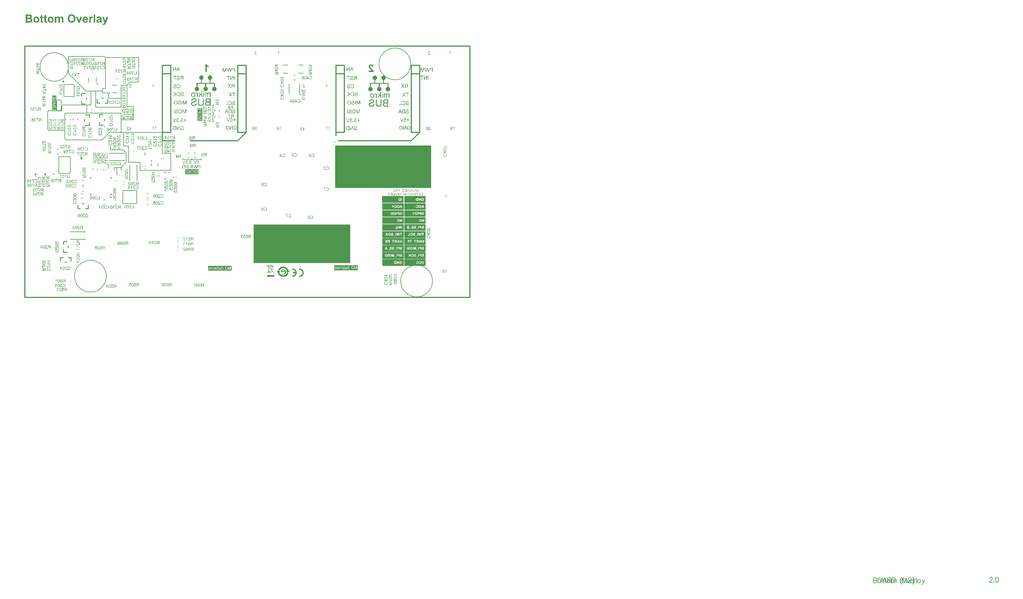
<source format=gbo>
G04 Layer_Color=32896*
%FSLAX25Y25*%
%MOIN*%
G70*
G01*
G75*
%ADD10C,0.00700*%
%ADD38C,0.00800*%
%ADD39C,0.01000*%
%ADD40C,0.00600*%
%ADD46C,0.00591*%
%ADD48C,0.01200*%
%ADD124C,0.00787*%
%ADD125C,0.00984*%
%ADD206C,0.00100*%
%ADD207C,0.00630*%
%ADD208C,0.00441*%
%ADD209R,1.14700X0.51000*%
%ADD210R,0.00984X0.01673*%
%ADD211R,0.00984X0.01673*%
%ADD212R,0.01673X0.00984*%
%ADD213R,0.01673X0.00984*%
%ADD214R,1.15200X0.46100*%
G36*
X77145Y202903D02*
X77245Y202897D01*
X77333Y202879D01*
X77421Y202856D01*
X77496Y202832D01*
X77573Y202803D01*
X77637Y202774D01*
X77701Y202745D01*
X77754Y202710D01*
X77801Y202680D01*
X77842Y202651D01*
X77877Y202628D01*
X77906Y202604D01*
X77924Y202587D01*
X77935Y202581D01*
X77941Y202575D01*
X78005Y202511D01*
X78058Y202446D01*
X78105Y202376D01*
X78146Y202306D01*
X78181Y202241D01*
X78204Y202171D01*
X78251Y202048D01*
X78275Y201937D01*
X78280Y201890D01*
X78286Y201850D01*
X78292Y201815D01*
Y201791D01*
Y201774D01*
Y201768D01*
X78286Y201668D01*
X78275Y201575D01*
X78251Y201487D01*
X78228Y201411D01*
X78204Y201346D01*
X78181Y201294D01*
X78169Y201265D01*
X78163Y201253D01*
X78111Y201165D01*
X78052Y201083D01*
X77988Y201013D01*
X77924Y200955D01*
X77865Y200902D01*
X77818Y200867D01*
X77789Y200843D01*
X77783Y200837D01*
X77883D01*
X77982Y200843D01*
X78076Y200849D01*
X78163Y200855D01*
X78239Y200867D01*
X78316Y200878D01*
X78380Y200890D01*
X78438Y200902D01*
X78491Y200914D01*
X78538Y200925D01*
X78579Y200937D01*
X78608Y200949D01*
X78631Y200955D01*
X78655Y200960D01*
X78661Y200966D01*
X78667D01*
X78778Y201019D01*
X78877Y201077D01*
X78959Y201136D01*
X79023Y201194D01*
X79076Y201241D01*
X79117Y201282D01*
X79140Y201306D01*
X79146Y201317D01*
X79187Y201387D01*
X79222Y201452D01*
X79246Y201522D01*
X79257Y201586D01*
X79269Y201639D01*
X79275Y201680D01*
Y201709D01*
Y201721D01*
X79269Y201820D01*
X79246Y201914D01*
X79211Y201996D01*
X79176Y202066D01*
X79135Y202119D01*
X79105Y202160D01*
X79082Y202189D01*
X79070Y202195D01*
X79018Y202236D01*
X78959Y202271D01*
X78825Y202329D01*
X78766Y202347D01*
X78719Y202364D01*
X78684Y202376D01*
X78672D01*
X78707Y202844D01*
X78865Y202815D01*
X79006Y202762D01*
X79123Y202710D01*
X79222Y202645D01*
X79298Y202587D01*
X79357Y202540D01*
X79392Y202505D01*
X79404Y202499D01*
Y202493D01*
X79450Y202434D01*
X79491Y202376D01*
X79550Y202253D01*
X79597Y202130D01*
X79632Y202013D01*
X79649Y201908D01*
X79655Y201861D01*
Y201826D01*
X79661Y201791D01*
Y201768D01*
Y201756D01*
Y201750D01*
X79655Y201639D01*
X79643Y201534D01*
X79620Y201434D01*
X79591Y201341D01*
X79556Y201253D01*
X79521Y201177D01*
X79480Y201101D01*
X79439Y201036D01*
X79398Y200978D01*
X79357Y200925D01*
X79322Y200884D01*
X79287Y200843D01*
X79257Y200814D01*
X79234Y200797D01*
X79222Y200785D01*
X79216Y200779D01*
X79117Y200709D01*
X79000Y200644D01*
X78883Y200592D01*
X78748Y200545D01*
X78620Y200504D01*
X78485Y200469D01*
X78351Y200440D01*
X78216Y200422D01*
X78093Y200405D01*
X77976Y200393D01*
X77871Y200381D01*
X77777Y200375D01*
X77701Y200370D01*
X77596D01*
X77415Y200375D01*
X77251Y200387D01*
X77093Y200405D01*
X76952Y200428D01*
X76824Y200457D01*
X76707Y200486D01*
X76601Y200522D01*
X76508Y200557D01*
X76426Y200586D01*
X76356Y200621D01*
X76297Y200650D01*
X76250Y200679D01*
X76215Y200703D01*
X76192Y200721D01*
X76174Y200732D01*
X76169Y200738D01*
X76092Y200808D01*
X76028Y200884D01*
X75970Y200966D01*
X75917Y201048D01*
X75876Y201130D01*
X75841Y201206D01*
X75812Y201288D01*
X75788Y201364D01*
X75771Y201434D01*
X75759Y201499D01*
X75747Y201557D01*
X75741Y201604D01*
Y201645D01*
X75736Y201680D01*
Y201697D01*
Y201703D01*
X75741Y201826D01*
X75759Y201943D01*
X75788Y202048D01*
X75818Y202142D01*
X75847Y202212D01*
X75876Y202271D01*
X75894Y202306D01*
X75899Y202318D01*
X75970Y202417D01*
X76046Y202499D01*
X76122Y202575D01*
X76198Y202639D01*
X76268Y202686D01*
X76321Y202721D01*
X76344Y202733D01*
X76362Y202745D01*
X76367Y202750D01*
X76373D01*
X76490Y202803D01*
X76607Y202844D01*
X76724Y202868D01*
X76824Y202891D01*
X76917Y202903D01*
X76952D01*
X76987Y202908D01*
X77046D01*
X77145Y202903D01*
D02*
G37*
G36*
X40424Y16349D02*
X40559Y16326D01*
X40682Y16291D01*
X40781Y16250D01*
X40863Y16203D01*
X40922Y16168D01*
X40945Y16156D01*
X40962Y16145D01*
X40968Y16133D01*
X40974D01*
X41074Y16039D01*
X41155Y15940D01*
X41226Y15834D01*
X41284Y15729D01*
X41331Y15636D01*
X41349Y15595D01*
X41360Y15560D01*
X41372Y15530D01*
X41384Y15507D01*
X41390Y15495D01*
Y15489D01*
X41413Y15407D01*
X41436Y15326D01*
X41466Y15144D01*
X41489Y14963D01*
X41506Y14787D01*
X41512Y14706D01*
X41518Y14629D01*
Y14565D01*
X41524Y14507D01*
Y14460D01*
Y14425D01*
Y14401D01*
Y14395D01*
X41518Y14202D01*
X41506Y14015D01*
X41489Y13851D01*
X41466Y13693D01*
X41436Y13553D01*
X41407Y13424D01*
X41372Y13307D01*
X41337Y13208D01*
X41302Y13114D01*
X41267Y13038D01*
X41237Y12974D01*
X41208Y12921D01*
X41185Y12880D01*
X41167Y12851D01*
X41155Y12833D01*
X41150Y12828D01*
X41085Y12757D01*
X41021Y12699D01*
X40951Y12646D01*
X40875Y12599D01*
X40804Y12564D01*
X40729Y12529D01*
X40588Y12483D01*
X40524Y12471D01*
X40465Y12459D01*
X40413Y12447D01*
X40366Y12442D01*
X40325Y12436D01*
X40272D01*
X40120Y12447D01*
X39985Y12471D01*
X39869Y12506D01*
X39763Y12547D01*
X39687Y12588D01*
X39623Y12623D01*
X39605Y12640D01*
X39588Y12646D01*
X39582Y12658D01*
X39576D01*
X39477Y12752D01*
X39395Y12857D01*
X39325Y12962D01*
X39266Y13068D01*
X39219Y13161D01*
X39202Y13196D01*
X39184Y13231D01*
X39172Y13261D01*
X39167Y13284D01*
X39161Y13296D01*
Y13302D01*
X39137Y13383D01*
X39114Y13465D01*
X39079Y13647D01*
X39055Y13828D01*
X39038Y14004D01*
X39032Y14085D01*
X39026Y14161D01*
Y14226D01*
X39020Y14284D01*
Y14331D01*
Y14366D01*
Y14390D01*
Y14395D01*
X39026Y14600D01*
Y14688D01*
X39032Y14776D01*
X39038Y14858D01*
X39050Y14934D01*
X39055Y14998D01*
X39061Y15062D01*
X39073Y15115D01*
X39079Y15168D01*
X39085Y15209D01*
X39096Y15238D01*
X39102Y15267D01*
Y15285D01*
X39108Y15296D01*
Y15302D01*
X39143Y15425D01*
X39184Y15536D01*
X39225Y15636D01*
X39260Y15718D01*
X39295Y15782D01*
X39325Y15834D01*
X39342Y15864D01*
X39348Y15876D01*
X39406Y15957D01*
X39471Y16028D01*
X39535Y16092D01*
X39594Y16145D01*
X39652Y16180D01*
X39693Y16209D01*
X39722Y16227D01*
X39734Y16232D01*
X39822Y16273D01*
X39915Y16308D01*
X40009Y16332D01*
X40091Y16343D01*
X40161Y16355D01*
X40220Y16361D01*
X40272D01*
X40424Y16349D01*
D02*
G37*
G36*
X46713Y16396D02*
X46889Y16373D01*
X47047Y16332D01*
X47117Y16314D01*
X47181Y16291D01*
X47240Y16267D01*
X47298Y16250D01*
X47345Y16227D01*
X47380Y16209D01*
X47415Y16197D01*
X47438Y16185D01*
X47450Y16174D01*
X47456D01*
X47602Y16080D01*
X47737Y15969D01*
X47848Y15858D01*
X47936Y15747D01*
X48012Y15647D01*
X48041Y15606D01*
X48064Y15571D01*
X48082Y15536D01*
X48094Y15513D01*
X48105Y15501D01*
Y15495D01*
X48181Y15326D01*
X48240Y15144D01*
X48275Y14969D01*
X48304Y14805D01*
X48316Y14729D01*
X48322Y14664D01*
X48328Y14600D01*
Y14548D01*
X48333Y14507D01*
Y14477D01*
Y14454D01*
Y14448D01*
X48328Y14243D01*
X48304Y14056D01*
X48269Y13881D01*
X48252Y13799D01*
X48234Y13728D01*
X48217Y13658D01*
X48199Y13600D01*
X48181Y13547D01*
X48164Y13500D01*
X48152Y13465D01*
X48140Y13442D01*
X48135Y13424D01*
Y13419D01*
X48053Y13249D01*
X47953Y13103D01*
X47860Y12974D01*
X47760Y12874D01*
X47678Y12792D01*
X47608Y12734D01*
X47579Y12717D01*
X47561Y12699D01*
X47550Y12693D01*
X47544Y12687D01*
X47468Y12640D01*
X47386Y12605D01*
X47222Y12541D01*
X47052Y12500D01*
X46889Y12465D01*
X46818Y12459D01*
X46748Y12447D01*
X46690Y12442D01*
X46637D01*
X46590Y12436D01*
X46532D01*
X46420Y12442D01*
X46315Y12447D01*
X46122Y12488D01*
X46034Y12512D01*
X45947Y12541D01*
X45871Y12570D01*
X45800Y12599D01*
X45736Y12629D01*
X45683Y12658D01*
X45637Y12687D01*
X45596Y12711D01*
X45561Y12734D01*
X45537Y12752D01*
X45526Y12757D01*
X45520Y12763D01*
X45444Y12828D01*
X45373Y12898D01*
X45256Y13050D01*
X45151Y13208D01*
X45075Y13366D01*
X45040Y13436D01*
X45017Y13500D01*
X44993Y13565D01*
X44970Y13611D01*
X44958Y13658D01*
X44946Y13688D01*
X44941Y13711D01*
Y13717D01*
X45449Y13846D01*
X45496Y13676D01*
X45555Y13524D01*
X45625Y13401D01*
X45689Y13296D01*
X45754Y13220D01*
X45806Y13161D01*
X45841Y13126D01*
X45847Y13120D01*
X45853Y13114D01*
X45970Y13032D01*
X46087Y12974D01*
X46210Y12927D01*
X46321Y12898D01*
X46420Y12880D01*
X46467Y12874D01*
X46502D01*
X46532Y12869D01*
X46573D01*
X46701Y12874D01*
X46824Y12898D01*
X46935Y12927D01*
X47029Y12956D01*
X47111Y12991D01*
X47175Y13015D01*
X47199Y13026D01*
X47216Y13038D01*
X47222Y13044D01*
X47228D01*
X47333Y13120D01*
X47421Y13208D01*
X47497Y13296D01*
X47561Y13389D01*
X47608Y13465D01*
X47637Y13535D01*
X47649Y13559D01*
X47661Y13576D01*
X47667Y13588D01*
Y13594D01*
X47713Y13734D01*
X47749Y13881D01*
X47772Y14027D01*
X47789Y14161D01*
X47795Y14220D01*
X47801Y14273D01*
Y14325D01*
X47807Y14366D01*
Y14401D01*
Y14425D01*
Y14442D01*
Y14448D01*
X47801Y14589D01*
X47789Y14723D01*
X47772Y14846D01*
X47749Y14957D01*
X47725Y15051D01*
X47719Y15092D01*
X47708Y15121D01*
X47702Y15150D01*
X47696Y15168D01*
X47690Y15179D01*
Y15185D01*
X47637Y15314D01*
X47573Y15431D01*
X47503Y15525D01*
X47438Y15606D01*
X47374Y15671D01*
X47321Y15718D01*
X47286Y15747D01*
X47280Y15758D01*
X47275D01*
X47158Y15829D01*
X47035Y15881D01*
X46912Y15922D01*
X46795Y15946D01*
X46690Y15963D01*
X46649Y15969D01*
X46608D01*
X46578Y15975D01*
X46538D01*
X46397Y15969D01*
X46274Y15946D01*
X46163Y15916D01*
X46075Y15881D01*
X45999Y15840D01*
X45947Y15811D01*
X45912Y15788D01*
X45900Y15782D01*
X45806Y15700D01*
X45730Y15606D01*
X45660Y15501D01*
X45607Y15402D01*
X45566Y15314D01*
X45549Y15273D01*
X45531Y15238D01*
X45520Y15209D01*
X45514Y15185D01*
X45508Y15173D01*
Y15168D01*
X45005Y15285D01*
X45075Y15472D01*
X45116Y15560D01*
X45157Y15636D01*
X45204Y15712D01*
X45250Y15782D01*
X45292Y15840D01*
X45338Y15899D01*
X45379Y15946D01*
X45420Y15987D01*
X45461Y16028D01*
X45490Y16057D01*
X45520Y16080D01*
X45537Y16098D01*
X45549Y16104D01*
X45555Y16109D01*
X45631Y16162D01*
X45707Y16209D01*
X45789Y16250D01*
X45871Y16285D01*
X46034Y16338D01*
X46187Y16373D01*
X46257Y16384D01*
X46321Y16390D01*
X46380Y16396D01*
X46426Y16402D01*
X46467Y16408D01*
X46526D01*
X46713Y16396D01*
D02*
G37*
G36*
X76250Y198000D02*
X76344Y198065D01*
X76420Y198129D01*
X76455Y198158D01*
X76479Y198182D01*
X76496Y198193D01*
X76502Y198199D01*
X76531Y198228D01*
X76560Y198258D01*
X76631Y198334D01*
X76713Y198427D01*
X76794Y198515D01*
X76871Y198603D01*
X76929Y198673D01*
X76952Y198702D01*
X76970Y198726D01*
X76982Y198737D01*
X76987Y198743D01*
X77069Y198837D01*
X77140Y198919D01*
X77210Y199001D01*
X77274Y199071D01*
X77338Y199135D01*
X77391Y199194D01*
X77444Y199252D01*
X77491Y199299D01*
X77532Y199340D01*
X77567Y199375D01*
X77619Y199428D01*
X77654Y199457D01*
X77666Y199469D01*
X77760Y199545D01*
X77842Y199615D01*
X77924Y199668D01*
X77994Y199708D01*
X78052Y199744D01*
X78093Y199767D01*
X78123Y199779D01*
X78134Y199785D01*
X78216Y199820D01*
X78298Y199843D01*
X78374Y199861D01*
X78444Y199872D01*
X78503Y199878D01*
X78549Y199884D01*
X78590D01*
X78672Y199878D01*
X78754Y199872D01*
X78900Y199831D01*
X79029Y199779D01*
X79140Y199720D01*
X79228Y199662D01*
X79263Y199632D01*
X79298Y199609D01*
X79322Y199586D01*
X79339Y199568D01*
X79345Y199562D01*
X79351Y199556D01*
X79404Y199492D01*
X79456Y199428D01*
X79497Y199357D01*
X79532Y199281D01*
X79585Y199135D01*
X79620Y198995D01*
X79638Y198930D01*
X79643Y198872D01*
X79649Y198819D01*
X79655Y198773D01*
X79661Y198732D01*
Y198702D01*
Y198685D01*
Y198679D01*
X79655Y198579D01*
X79649Y198486D01*
X79614Y198310D01*
X79597Y198234D01*
X79573Y198158D01*
X79544Y198094D01*
X79521Y198035D01*
X79491Y197983D01*
X79468Y197936D01*
X79439Y197895D01*
X79421Y197860D01*
X79404Y197836D01*
X79386Y197819D01*
X79380Y197807D01*
X79374Y197801D01*
X79316Y197743D01*
X79257Y197696D01*
X79123Y197608D01*
X78988Y197544D01*
X78854Y197497D01*
X78737Y197462D01*
X78684Y197456D01*
X78637Y197444D01*
X78602Y197439D01*
X78573Y197433D01*
X78549D01*
X78497Y197918D01*
X78626Y197930D01*
X78737Y197953D01*
X78830Y197983D01*
X78912Y198024D01*
X78977Y198059D01*
X79023Y198094D01*
X79047Y198117D01*
X79058Y198123D01*
X79129Y198205D01*
X79181Y198293D01*
X79216Y198386D01*
X79246Y198474D01*
X79257Y198550D01*
X79263Y198609D01*
X79269Y198632D01*
Y198650D01*
Y198661D01*
Y198667D01*
X79263Y198784D01*
X79240Y198890D01*
X79211Y198977D01*
X79176Y199053D01*
X79135Y199112D01*
X79105Y199159D01*
X79082Y199182D01*
X79076Y199194D01*
X79000Y199264D01*
X78918Y199311D01*
X78842Y199346D01*
X78766Y199375D01*
X78702Y199387D01*
X78649Y199393D01*
X78614Y199398D01*
X78602D01*
X78503Y199387D01*
X78397Y199363D01*
X78304Y199328D01*
X78216Y199287D01*
X78140Y199246D01*
X78082Y199211D01*
X78058Y199199D01*
X78040Y199188D01*
X78035Y199176D01*
X78029D01*
X77970Y199129D01*
X77906Y199077D01*
X77842Y199018D01*
X77777Y198948D01*
X77643Y198808D01*
X77508Y198667D01*
X77397Y198538D01*
X77344Y198480D01*
X77303Y198427D01*
X77263Y198386D01*
X77239Y198357D01*
X77222Y198334D01*
X77216Y198328D01*
X77093Y198187D01*
X76982Y198059D01*
X76882Y197953D01*
X76800Y197866D01*
X76730Y197795D01*
X76678Y197749D01*
X76642Y197720D01*
X76636Y197708D01*
X76631D01*
X76537Y197632D01*
X76449Y197573D01*
X76362Y197515D01*
X76286Y197474D01*
X76215Y197439D01*
X76169Y197415D01*
X76134Y197404D01*
X76128Y197398D01*
X76122D01*
X76063Y197380D01*
X76005Y197363D01*
X75952Y197357D01*
X75905Y197351D01*
X75864Y197345D01*
X75800D01*
Y199890D01*
X76250D01*
Y198000D01*
D02*
G37*
G36*
X190439Y59555D02*
X190532Y59549D01*
X190708Y59514D01*
X190784Y59497D01*
X190860Y59473D01*
X190924Y59444D01*
X190983Y59421D01*
X191035Y59391D01*
X191082Y59368D01*
X191123Y59339D01*
X191158Y59321D01*
X191182Y59304D01*
X191199Y59286D01*
X191211Y59280D01*
X191217Y59274D01*
X191275Y59216D01*
X191322Y59157D01*
X191410Y59023D01*
X191474Y58888D01*
X191521Y58754D01*
X191556Y58637D01*
X191562Y58584D01*
X191574Y58537D01*
X191580Y58502D01*
X191585Y58473D01*
Y58455D01*
Y58450D01*
X191100Y58397D01*
X191088Y58526D01*
X191065Y58637D01*
X191035Y58730D01*
X190995Y58812D01*
X190960Y58877D01*
X190924Y58923D01*
X190901Y58947D01*
X190895Y58959D01*
X190813Y59029D01*
X190726Y59081D01*
X190632Y59116D01*
X190544Y59146D01*
X190468Y59157D01*
X190410Y59163D01*
X190386Y59169D01*
X190351D01*
X190234Y59163D01*
X190129Y59140D01*
X190041Y59111D01*
X189965Y59075D01*
X189907Y59035D01*
X189860Y59005D01*
X189836Y58982D01*
X189825Y58976D01*
X189754Y58900D01*
X189708Y58818D01*
X189673Y58742D01*
X189643Y58666D01*
X189631Y58602D01*
X189626Y58549D01*
X189620Y58514D01*
Y58508D01*
Y58502D01*
X189631Y58403D01*
X189655Y58297D01*
X189690Y58204D01*
X189731Y58116D01*
X189772Y58040D01*
X189807Y57981D01*
X189819Y57958D01*
X189830Y57941D01*
X189842Y57935D01*
Y57929D01*
X189889Y57870D01*
X189942Y57806D01*
X190000Y57742D01*
X190070Y57677D01*
X190211Y57543D01*
X190351Y57408D01*
X190480Y57297D01*
X190538Y57244D01*
X190591Y57203D01*
X190632Y57162D01*
X190661Y57139D01*
X190684Y57122D01*
X190690Y57116D01*
X190831Y56993D01*
X190960Y56882D01*
X191065Y56782D01*
X191153Y56700D01*
X191223Y56630D01*
X191270Y56577D01*
X191299Y56542D01*
X191311Y56537D01*
Y56531D01*
X191386Y56437D01*
X191445Y56349D01*
X191504Y56262D01*
X191544Y56186D01*
X191580Y56115D01*
X191603Y56069D01*
X191615Y56033D01*
X191621Y56028D01*
Y56022D01*
X191638Y55963D01*
X191656Y55905D01*
X191662Y55852D01*
X191667Y55805D01*
X191673Y55764D01*
Y55729D01*
Y55706D01*
Y55700D01*
X189128D01*
Y56151D01*
X191018D01*
X190954Y56244D01*
X190889Y56320D01*
X190860Y56355D01*
X190837Y56379D01*
X190825Y56396D01*
X190819Y56402D01*
X190790Y56431D01*
X190761Y56460D01*
X190684Y56531D01*
X190591Y56613D01*
X190503Y56695D01*
X190415Y56771D01*
X190345Y56829D01*
X190316Y56852D01*
X190293Y56870D01*
X190281Y56882D01*
X190275Y56888D01*
X190181Y56969D01*
X190100Y57040D01*
X190018Y57110D01*
X189947Y57174D01*
X189883Y57239D01*
X189825Y57291D01*
X189766Y57344D01*
X189719Y57391D01*
X189678Y57432D01*
X189643Y57467D01*
X189591Y57519D01*
X189561Y57554D01*
X189550Y57566D01*
X189474Y57660D01*
X189403Y57742D01*
X189351Y57824D01*
X189310Y57894D01*
X189275Y57952D01*
X189251Y57993D01*
X189240Y58022D01*
X189234Y58034D01*
X189199Y58116D01*
X189175Y58198D01*
X189158Y58274D01*
X189146Y58344D01*
X189140Y58403D01*
X189134Y58450D01*
Y58479D01*
Y58490D01*
X189140Y58572D01*
X189146Y58654D01*
X189187Y58801D01*
X189240Y58929D01*
X189298Y59040D01*
X189357Y59128D01*
X189386Y59163D01*
X189409Y59198D01*
X189433Y59222D01*
X189450Y59239D01*
X189456Y59245D01*
X189462Y59251D01*
X189526Y59304D01*
X189591Y59356D01*
X189661Y59397D01*
X189737Y59432D01*
X189883Y59485D01*
X190024Y59520D01*
X190088Y59538D01*
X190146Y59543D01*
X190199Y59549D01*
X190246Y59555D01*
X190287Y59561D01*
X190339D01*
X190439Y59555D01*
D02*
G37*
G36*
X77145Y193484D02*
X76976Y193437D01*
X76824Y193379D01*
X76701Y193308D01*
X76596Y193244D01*
X76520Y193180D01*
X76461Y193127D01*
X76426Y193092D01*
X76420Y193086D01*
X76414Y193080D01*
X76332Y192963D01*
X76274Y192846D01*
X76227Y192724D01*
X76198Y192612D01*
X76180Y192513D01*
X76174Y192466D01*
Y192431D01*
X76169Y192402D01*
Y192378D01*
Y192367D01*
Y192361D01*
X76174Y192232D01*
X76198Y192109D01*
X76227Y191998D01*
X76256Y191904D01*
X76291Y191823D01*
X76315Y191758D01*
X76327Y191735D01*
X76338Y191717D01*
X76344Y191711D01*
Y191706D01*
X76420Y191600D01*
X76508Y191513D01*
X76596Y191437D01*
X76689Y191372D01*
X76765Y191325D01*
X76836Y191296D01*
X76859Y191284D01*
X76876Y191273D01*
X76888Y191267D01*
X76894D01*
X77034Y191220D01*
X77181Y191185D01*
X77327Y191162D01*
X77461Y191144D01*
X77520Y191138D01*
X77573Y191132D01*
X77625D01*
X77666Y191127D01*
X77748D01*
X77889Y191132D01*
X78023Y191144D01*
X78146Y191162D01*
X78257Y191185D01*
X78351Y191208D01*
X78391Y191214D01*
X78421Y191226D01*
X78450Y191232D01*
X78468Y191238D01*
X78479Y191244D01*
X78485D01*
X78614Y191296D01*
X78731Y191360D01*
X78825Y191431D01*
X78906Y191495D01*
X78971Y191559D01*
X79018Y191612D01*
X79047Y191647D01*
X79058Y191653D01*
Y191659D01*
X79129Y191776D01*
X79181Y191899D01*
X79222Y192022D01*
X79246Y192139D01*
X79263Y192244D01*
X79269Y192285D01*
Y192326D01*
X79275Y192355D01*
Y192378D01*
Y192390D01*
Y192396D01*
X79269Y192536D01*
X79246Y192659D01*
X79216Y192770D01*
X79181Y192858D01*
X79140Y192934D01*
X79111Y192987D01*
X79088Y193022D01*
X79082Y193034D01*
X79000Y193127D01*
X78906Y193203D01*
X78801Y193273D01*
X78702Y193326D01*
X78614Y193367D01*
X78573Y193385D01*
X78538Y193402D01*
X78509Y193414D01*
X78485Y193420D01*
X78474Y193426D01*
X78468D01*
X78585Y193929D01*
X78772Y193858D01*
X78860Y193817D01*
X78936Y193777D01*
X79012Y193730D01*
X79082Y193683D01*
X79140Y193642D01*
X79199Y193595D01*
X79246Y193554D01*
X79287Y193513D01*
X79327Y193472D01*
X79357Y193443D01*
X79380Y193414D01*
X79398Y193396D01*
X79404Y193385D01*
X79409Y193379D01*
X79462Y193303D01*
X79509Y193227D01*
X79550Y193145D01*
X79585Y193063D01*
X79638Y192899D01*
X79673Y192747D01*
X79684Y192677D01*
X79690Y192612D01*
X79696Y192554D01*
X79702Y192507D01*
X79708Y192466D01*
Y192431D01*
Y192413D01*
Y192408D01*
X79696Y192220D01*
X79673Y192045D01*
X79632Y191887D01*
X79614Y191817D01*
X79591Y191752D01*
X79567Y191694D01*
X79550Y191635D01*
X79526Y191589D01*
X79509Y191553D01*
X79497Y191518D01*
X79485Y191495D01*
X79474Y191483D01*
Y191478D01*
X79380Y191331D01*
X79269Y191197D01*
X79158Y191086D01*
X79047Y190998D01*
X78947Y190922D01*
X78906Y190893D01*
X78871Y190869D01*
X78836Y190851D01*
X78813Y190840D01*
X78801Y190828D01*
X78795D01*
X78626Y190752D01*
X78444Y190694D01*
X78269Y190658D01*
X78105Y190629D01*
X78029Y190618D01*
X77965Y190612D01*
X77900Y190606D01*
X77847D01*
X77807Y190600D01*
X77748D01*
X77543Y190606D01*
X77356Y190629D01*
X77181Y190664D01*
X77099Y190682D01*
X77029Y190700D01*
X76958Y190717D01*
X76900Y190735D01*
X76847Y190752D01*
X76800Y190770D01*
X76765Y190781D01*
X76742Y190793D01*
X76724Y190799D01*
X76718D01*
X76549Y190881D01*
X76402Y190980D01*
X76274Y191074D01*
X76174Y191173D01*
X76092Y191255D01*
X76034Y191325D01*
X76016Y191355D01*
X75999Y191372D01*
X75993Y191384D01*
X75987Y191390D01*
X75940Y191466D01*
X75905Y191548D01*
X75841Y191711D01*
X75800Y191881D01*
X75765Y192045D01*
X75759Y192115D01*
X75747Y192185D01*
X75741Y192244D01*
Y192297D01*
X75736Y192343D01*
Y192373D01*
Y192396D01*
Y192402D01*
X75741Y192513D01*
X75747Y192618D01*
X75788Y192811D01*
X75812Y192899D01*
X75841Y192987D01*
X75870Y193063D01*
X75899Y193133D01*
X75929Y193197D01*
X75958Y193250D01*
X75987Y193297D01*
X76011Y193338D01*
X76034Y193373D01*
X76051Y193396D01*
X76057Y193408D01*
X76063Y193414D01*
X76128Y193490D01*
X76198Y193560D01*
X76350Y193677D01*
X76508Y193782D01*
X76666Y193858D01*
X76736Y193894D01*
X76800Y193917D01*
X76865Y193940D01*
X76911Y193964D01*
X76958Y193975D01*
X76987Y193987D01*
X77011Y193993D01*
X77017D01*
X77145Y193484D01*
D02*
G37*
G36*
X79597Y194455D02*
X79146D01*
Y196339D01*
X78982Y196204D01*
X78813Y196081D01*
X78643Y195965D01*
X78485Y195859D01*
X78409Y195818D01*
X78345Y195777D01*
X78286Y195742D01*
X78234Y195713D01*
X78193Y195689D01*
X78163Y195672D01*
X78140Y195660D01*
X78134Y195654D01*
X77912Y195543D01*
X77689Y195444D01*
X77479Y195362D01*
X77380Y195327D01*
X77292Y195292D01*
X77204Y195262D01*
X77128Y195239D01*
X77064Y195216D01*
X77005Y195198D01*
X76958Y195186D01*
X76923Y195175D01*
X76900Y195169D01*
X76894D01*
X76660Y195110D01*
X76555Y195087D01*
X76449Y195069D01*
X76356Y195052D01*
X76268Y195040D01*
X76180Y195028D01*
X76104Y195017D01*
X76040Y195011D01*
X75976Y195005D01*
X75923Y194999D01*
X75882D01*
X75847Y194993D01*
X75800D01*
Y195479D01*
X76011Y195496D01*
X76209Y195520D01*
X76385Y195549D01*
X76467Y195567D01*
X76543Y195578D01*
X76607Y195596D01*
X76672Y195608D01*
X76724Y195619D01*
X76771Y195631D01*
X76806Y195643D01*
X76830Y195649D01*
X76847Y195654D01*
X76853D01*
X77110Y195736D01*
X77350Y195824D01*
X77467Y195871D01*
X77578Y195918D01*
X77684Y195965D01*
X77777Y196005D01*
X77865Y196046D01*
X77947Y196087D01*
X78017Y196122D01*
X78076Y196152D01*
X78123Y196175D01*
X78158Y196193D01*
X78181Y196204D01*
X78187Y196210D01*
X78304Y196280D01*
X78421Y196345D01*
X78526Y196415D01*
X78626Y196479D01*
X78719Y196538D01*
X78801Y196602D01*
X78883Y196661D01*
X78953Y196713D01*
X79012Y196760D01*
X79070Y196807D01*
X79117Y196848D01*
X79158Y196877D01*
X79187Y196906D01*
X79211Y196924D01*
X79222Y196935D01*
X79228Y196941D01*
X79597D01*
Y194455D01*
D02*
G37*
G36*
X44426Y14313D02*
X43981Y14249D01*
X43940Y14308D01*
X43893Y14360D01*
X43846Y14407D01*
X43806Y14448D01*
X43765Y14477D01*
X43729Y14501D01*
X43706Y14512D01*
X43700Y14518D01*
X43630Y14553D01*
X43560Y14583D01*
X43490Y14600D01*
X43425Y14618D01*
X43367Y14624D01*
X43326Y14629D01*
X43285D01*
X43156Y14618D01*
X43039Y14594D01*
X42934Y14553D01*
X42852Y14512D01*
X42782Y14471D01*
X42735Y14431D01*
X42706Y14407D01*
X42694Y14395D01*
X42618Y14302D01*
X42559Y14197D01*
X42519Y14091D01*
X42495Y13992D01*
X42478Y13898D01*
X42472Y13857D01*
Y13822D01*
X42466Y13799D01*
Y13775D01*
Y13764D01*
Y13758D01*
X42478Y13606D01*
X42501Y13471D01*
X42542Y13354D01*
X42583Y13255D01*
X42624Y13179D01*
X42665Y13120D01*
X42688Y13085D01*
X42700Y13079D01*
Y13073D01*
X42747Y13026D01*
X42794Y12991D01*
X42887Y12927D01*
X42987Y12886D01*
X43074Y12851D01*
X43156Y12833D01*
X43221Y12828D01*
X43244Y12822D01*
X43279D01*
X43378Y12828D01*
X43472Y12851D01*
X43554Y12880D01*
X43624Y12910D01*
X43683Y12945D01*
X43724Y12968D01*
X43747Y12991D01*
X43759Y12997D01*
X43829Y13073D01*
X43882Y13161D01*
X43928Y13249D01*
X43958Y13337D01*
X43981Y13419D01*
X43999Y13483D01*
X44004Y13506D01*
X44010Y13524D01*
Y13535D01*
Y13541D01*
X44508Y13506D01*
X44496Y13419D01*
X44478Y13331D01*
X44431Y13179D01*
X44367Y13044D01*
X44303Y12933D01*
X44268Y12886D01*
X44238Y12845D01*
X44209Y12810D01*
X44186Y12781D01*
X44162Y12757D01*
X44145Y12740D01*
X44139Y12734D01*
X44133Y12728D01*
X44069Y12675D01*
X43999Y12635D01*
X43928Y12594D01*
X43858Y12559D01*
X43718Y12506D01*
X43583Y12471D01*
X43519Y12459D01*
X43460Y12453D01*
X43408Y12447D01*
X43367Y12442D01*
X43332Y12436D01*
X43279D01*
X43162Y12442D01*
X43051Y12453D01*
X42952Y12477D01*
X42852Y12506D01*
X42764Y12541D01*
X42676Y12582D01*
X42601Y12623D01*
X42536Y12670D01*
X42472Y12711D01*
X42419Y12752D01*
X42372Y12792D01*
X42337Y12828D01*
X42308Y12857D01*
X42285Y12880D01*
X42273Y12892D01*
X42267Y12898D01*
X42214Y12968D01*
X42168Y13044D01*
X42127Y13120D01*
X42092Y13202D01*
X42039Y13348D01*
X41998Y13489D01*
X41986Y13553D01*
X41980Y13611D01*
X41974Y13664D01*
X41969Y13711D01*
X41963Y13746D01*
Y13775D01*
Y13793D01*
Y13799D01*
X41969Y13898D01*
X41980Y13998D01*
X41998Y14085D01*
X42015Y14173D01*
X42045Y14249D01*
X42074Y14325D01*
X42103Y14390D01*
X42138Y14454D01*
X42173Y14507D01*
X42203Y14553D01*
X42232Y14594D01*
X42261Y14629D01*
X42279Y14659D01*
X42296Y14676D01*
X42308Y14688D01*
X42314Y14694D01*
X42378Y14758D01*
X42448Y14811D01*
X42519Y14858D01*
X42595Y14898D01*
X42665Y14934D01*
X42735Y14957D01*
X42870Y15004D01*
X42928Y15015D01*
X42987Y15027D01*
X43033Y15033D01*
X43080Y15039D01*
X43115Y15045D01*
X43162D01*
X43303Y15033D01*
X43437Y15004D01*
X43560Y14969D01*
X43665Y14922D01*
X43759Y14875D01*
X43794Y14858D01*
X43829Y14840D01*
X43852Y14822D01*
X43870Y14811D01*
X43882Y14805D01*
X43887Y14799D01*
X43677Y15834D01*
X42144D01*
Y16285D01*
X44051D01*
X44426Y14313D01*
D02*
G37*
G36*
X133500Y267420D02*
Y267309D01*
X133494Y267204D01*
X133488Y267105D01*
X133477Y267011D01*
X133465Y266929D01*
X133453Y266847D01*
X133441Y266777D01*
X133424Y266713D01*
X133412Y266654D01*
X133400Y266601D01*
X133389Y266555D01*
X133377Y266519D01*
X133365Y266490D01*
X133360Y266473D01*
X133354Y266461D01*
Y266455D01*
X133289Y266332D01*
X133213Y266221D01*
X133137Y266133D01*
X133055Y266057D01*
X132985Y265993D01*
X132921Y265952D01*
X132897Y265934D01*
X132886Y265929D01*
X132874Y265917D01*
X132868D01*
X132734Y265859D01*
X132581Y265812D01*
X132435Y265782D01*
X132295Y265759D01*
X132230Y265753D01*
X132172Y265747D01*
X132119Y265741D01*
X132073D01*
X132037Y265736D01*
X131985D01*
X131786Y265747D01*
X131610Y265771D01*
X131528Y265782D01*
X131458Y265800D01*
X131388Y265823D01*
X131330Y265841D01*
X131277Y265859D01*
X131224Y265882D01*
X131183Y265899D01*
X131154Y265911D01*
X131125Y265929D01*
X131107Y265934D01*
X131096Y265946D01*
X131090D01*
X130973Y266034D01*
X130868Y266122D01*
X130786Y266215D01*
X130721Y266303D01*
X130675Y266385D01*
X130639Y266443D01*
X130628Y266467D01*
X130622Y266484D01*
X130616Y266496D01*
Y266502D01*
X130569Y266636D01*
X130540Y266789D01*
X130517Y266941D01*
X130499Y267087D01*
X130493Y267157D01*
X130487Y267221D01*
Y267274D01*
X130481Y267327D01*
Y267368D01*
Y267397D01*
Y267415D01*
Y267420D01*
Y269643D01*
X130990D01*
Y267420D01*
Y267292D01*
X131002Y267169D01*
X131014Y267064D01*
X131026Y266964D01*
X131043Y266871D01*
X131066Y266794D01*
X131090Y266724D01*
X131107Y266660D01*
X131131Y266607D01*
X131154Y266561D01*
X131172Y266525D01*
X131195Y266496D01*
X131207Y266473D01*
X131219Y266455D01*
X131230Y266449D01*
Y266443D01*
X131277Y266397D01*
X131335Y266362D01*
X131458Y266297D01*
X131587Y266256D01*
X131722Y266221D01*
X131839Y266204D01*
X131891Y266198D01*
X131938D01*
X131979Y266192D01*
X132032D01*
X132149Y266198D01*
X132254Y266210D01*
X132348Y266233D01*
X132429Y266256D01*
X132494Y266274D01*
X132541Y266297D01*
X132570Y266309D01*
X132581Y266315D01*
X132663Y266368D01*
X132728Y266426D01*
X132786Y266490D01*
X132827Y266549D01*
X132862Y266601D01*
X132886Y266642D01*
X132897Y266672D01*
X132903Y266683D01*
X132921Y266730D01*
X132932Y266783D01*
X132956Y266900D01*
X132968Y267023D01*
X132979Y267140D01*
X132985Y267251D01*
X132991Y267298D01*
Y267338D01*
Y267374D01*
Y267397D01*
Y267415D01*
Y267420D01*
Y269643D01*
X133500D01*
Y267420D01*
D02*
G37*
G36*
X74743Y281049D02*
X74877Y281026D01*
X75000Y280991D01*
X75100Y280950D01*
X75182Y280903D01*
X75240Y280868D01*
X75264Y280856D01*
X75281Y280844D01*
X75287Y280833D01*
X75293D01*
X75392Y280739D01*
X75474Y280640D01*
X75544Y280535D01*
X75603Y280429D01*
X75650Y280336D01*
X75667Y280295D01*
X75679Y280259D01*
X75691Y280230D01*
X75702Y280207D01*
X75708Y280195D01*
Y280189D01*
X75732Y280107D01*
X75755Y280026D01*
X75784Y279844D01*
X75808Y279663D01*
X75825Y279487D01*
X75831Y279405D01*
X75837Y279329D01*
Y279265D01*
X75843Y279207D01*
Y279160D01*
Y279125D01*
Y279101D01*
Y279095D01*
X75837Y278902D01*
X75825Y278715D01*
X75808Y278551D01*
X75784Y278393D01*
X75755Y278253D01*
X75726Y278124D01*
X75691Y278007D01*
X75656Y277908D01*
X75620Y277814D01*
X75585Y277738D01*
X75556Y277674D01*
X75527Y277621D01*
X75503Y277580D01*
X75486Y277551D01*
X75474Y277533D01*
X75468Y277528D01*
X75404Y277457D01*
X75340Y277399D01*
X75269Y277346D01*
X75193Y277299D01*
X75123Y277264D01*
X75047Y277229D01*
X74907Y277183D01*
X74842Y277171D01*
X74784Y277159D01*
X74731Y277147D01*
X74684Y277141D01*
X74643Y277136D01*
X74591D01*
X74439Y277147D01*
X74304Y277171D01*
X74187Y277206D01*
X74082Y277247D01*
X74006Y277288D01*
X73941Y277323D01*
X73924Y277340D01*
X73906Y277346D01*
X73901Y277358D01*
X73895D01*
X73795Y277451D01*
X73713Y277557D01*
X73643Y277662D01*
X73585Y277767D01*
X73538Y277861D01*
X73520Y277896D01*
X73503Y277931D01*
X73491Y277960D01*
X73485Y277984D01*
X73479Y277996D01*
Y278001D01*
X73456Y278083D01*
X73432Y278165D01*
X73397Y278347D01*
X73374Y278528D01*
X73356Y278703D01*
X73351Y278785D01*
X73345Y278861D01*
Y278926D01*
X73339Y278984D01*
Y279031D01*
Y279066D01*
Y279090D01*
Y279095D01*
X73345Y279300D01*
Y279388D01*
X73351Y279476D01*
X73356Y279557D01*
X73368Y279634D01*
X73374Y279698D01*
X73380Y279762D01*
X73391Y279815D01*
X73397Y279868D01*
X73403Y279909D01*
X73415Y279938D01*
X73421Y279967D01*
Y279985D01*
X73427Y279996D01*
Y280002D01*
X73462Y280125D01*
X73503Y280236D01*
X73544Y280336D01*
X73579Y280417D01*
X73614Y280482D01*
X73643Y280535D01*
X73661Y280564D01*
X73667Y280575D01*
X73725Y280657D01*
X73789Y280728D01*
X73854Y280792D01*
X73912Y280844D01*
X73971Y280880D01*
X74012Y280909D01*
X74041Y280926D01*
X74053Y280932D01*
X74140Y280973D01*
X74234Y281008D01*
X74327Y281032D01*
X74410Y281043D01*
X74480Y281055D01*
X74538Y281061D01*
X74591D01*
X74743Y281049D01*
D02*
G37*
G36*
X78797Y280546D02*
X76913D01*
X77048Y280382D01*
X77171Y280213D01*
X77288Y280043D01*
X77393Y279885D01*
X77434Y279809D01*
X77475Y279745D01*
X77510Y279686D01*
X77539Y279634D01*
X77563Y279593D01*
X77580Y279563D01*
X77592Y279540D01*
X77598Y279534D01*
X77709Y279312D01*
X77808Y279090D01*
X77890Y278879D01*
X77925Y278780D01*
X77960Y278692D01*
X77990Y278604D01*
X78013Y278528D01*
X78036Y278464D01*
X78054Y278405D01*
X78066Y278358D01*
X78077Y278323D01*
X78083Y278300D01*
Y278294D01*
X78142Y278060D01*
X78165Y277955D01*
X78183Y277849D01*
X78200Y277756D01*
X78212Y277668D01*
X78224Y277580D01*
X78235Y277504D01*
X78241Y277440D01*
X78247Y277376D01*
X78253Y277323D01*
Y277282D01*
X78259Y277247D01*
Y277223D01*
Y277206D01*
Y277200D01*
X77773D01*
X77756Y277411D01*
X77732Y277609D01*
X77703Y277785D01*
X77685Y277867D01*
X77674Y277943D01*
X77656Y278007D01*
X77644Y278072D01*
X77633Y278124D01*
X77621Y278171D01*
X77609Y278206D01*
X77604Y278230D01*
X77598Y278247D01*
Y278253D01*
X77516Y278510D01*
X77428Y278750D01*
X77381Y278867D01*
X77334Y278978D01*
X77288Y279084D01*
X77247Y279177D01*
X77206Y279265D01*
X77165Y279347D01*
X77130Y279417D01*
X77100Y279476D01*
X77077Y279522D01*
X77060Y279557D01*
X77048Y279581D01*
X77042Y279587D01*
X76972Y279704D01*
X76907Y279821D01*
X76837Y279926D01*
X76773Y280026D01*
X76714Y280119D01*
X76650Y280201D01*
X76591Y280283D01*
X76539Y280353D01*
X76492Y280412D01*
X76445Y280470D01*
X76404Y280517D01*
X76375Y280558D01*
X76346Y280587D01*
X76328Y280611D01*
X76316Y280622D01*
X76311Y280628D01*
Y280997D01*
X78797D01*
Y280546D01*
D02*
G37*
G36*
X129797Y269146D02*
X127913D01*
X128048Y268982D01*
X128171Y268813D01*
X128288Y268643D01*
X128393Y268485D01*
X128434Y268409D01*
X128475Y268345D01*
X128510Y268286D01*
X128539Y268234D01*
X128563Y268193D01*
X128580Y268163D01*
X128592Y268140D01*
X128598Y268134D01*
X128709Y267912D01*
X128808Y267690D01*
X128890Y267479D01*
X128925Y267379D01*
X128960Y267292D01*
X128990Y267204D01*
X129013Y267128D01*
X129036Y267064D01*
X129054Y267005D01*
X129066Y266958D01*
X129077Y266923D01*
X129083Y266900D01*
Y266894D01*
X129142Y266660D01*
X129165Y266555D01*
X129183Y266449D01*
X129200Y266356D01*
X129212Y266268D01*
X129224Y266180D01*
X129235Y266104D01*
X129241Y266040D01*
X129247Y265975D01*
X129253Y265923D01*
Y265882D01*
X129259Y265847D01*
Y265823D01*
Y265806D01*
Y265800D01*
X128773D01*
X128756Y266011D01*
X128732Y266210D01*
X128703Y266385D01*
X128685Y266467D01*
X128674Y266543D01*
X128656Y266607D01*
X128645Y266672D01*
X128633Y266724D01*
X128621Y266771D01*
X128609Y266806D01*
X128603Y266830D01*
X128598Y266847D01*
Y266853D01*
X128516Y267110D01*
X128428Y267350D01*
X128381Y267467D01*
X128334Y267578D01*
X128288Y267684D01*
X128247Y267777D01*
X128206Y267865D01*
X128165Y267947D01*
X128130Y268017D01*
X128101Y268076D01*
X128077Y268122D01*
X128059Y268158D01*
X128048Y268181D01*
X128042Y268187D01*
X127972Y268304D01*
X127907Y268421D01*
X127837Y268526D01*
X127773Y268626D01*
X127714Y268719D01*
X127650Y268801D01*
X127592Y268883D01*
X127539Y268953D01*
X127492Y269012D01*
X127445Y269070D01*
X127404Y269117D01*
X127375Y269158D01*
X127346Y269187D01*
X127328Y269211D01*
X127317Y269222D01*
X127311Y269228D01*
Y269597D01*
X129797D01*
Y269146D01*
D02*
G37*
G36*
X37125Y16267D02*
X37189Y16174D01*
X37259Y16086D01*
X37330Y16004D01*
X37394Y15940D01*
X37447Y15887D01*
X37482Y15852D01*
X37488Y15846D01*
X37493Y15840D01*
X37605Y15747D01*
X37722Y15659D01*
X37839Y15583D01*
X37944Y15519D01*
X38037Y15466D01*
X38078Y15448D01*
X38113Y15431D01*
X38137Y15413D01*
X38160Y15402D01*
X38172Y15396D01*
X38178D01*
Y14934D01*
X38096Y14969D01*
X38008Y15010D01*
X37926Y15045D01*
X37850Y15086D01*
X37786Y15121D01*
X37733Y15150D01*
X37698Y15173D01*
X37692Y15179D01*
X37686D01*
X37587Y15238D01*
X37499Y15302D01*
X37423Y15355D01*
X37359Y15407D01*
X37306Y15448D01*
X37265Y15478D01*
X37242Y15501D01*
X37236Y15507D01*
Y12500D01*
X36762D01*
Y16361D01*
X37072D01*
X37125Y16267D01*
D02*
G37*
G36*
X125743Y269649D02*
X125877Y269626D01*
X126000Y269591D01*
X126100Y269550D01*
X126182Y269503D01*
X126240Y269468D01*
X126264Y269456D01*
X126281Y269444D01*
X126287Y269433D01*
X126293D01*
X126392Y269339D01*
X126474Y269240D01*
X126544Y269134D01*
X126603Y269029D01*
X126650Y268936D01*
X126667Y268895D01*
X126679Y268860D01*
X126691Y268830D01*
X126702Y268807D01*
X126708Y268795D01*
Y268789D01*
X126732Y268707D01*
X126755Y268626D01*
X126784Y268444D01*
X126808Y268263D01*
X126825Y268087D01*
X126831Y268005D01*
X126837Y267929D01*
Y267865D01*
X126843Y267807D01*
Y267760D01*
Y267725D01*
Y267701D01*
Y267695D01*
X126837Y267502D01*
X126825Y267315D01*
X126808Y267151D01*
X126784Y266993D01*
X126755Y266853D01*
X126726Y266724D01*
X126691Y266607D01*
X126655Y266508D01*
X126620Y266414D01*
X126585Y266338D01*
X126556Y266274D01*
X126527Y266221D01*
X126503Y266180D01*
X126486Y266151D01*
X126474Y266133D01*
X126468Y266128D01*
X126404Y266057D01*
X126340Y265999D01*
X126269Y265946D01*
X126193Y265899D01*
X126123Y265864D01*
X126047Y265829D01*
X125907Y265782D01*
X125842Y265771D01*
X125784Y265759D01*
X125731Y265747D01*
X125684Y265741D01*
X125644Y265736D01*
X125591D01*
X125439Y265747D01*
X125304Y265771D01*
X125187Y265806D01*
X125082Y265847D01*
X125006Y265888D01*
X124942Y265923D01*
X124924Y265940D01*
X124906Y265946D01*
X124900Y265958D01*
X124895D01*
X124795Y266052D01*
X124713Y266157D01*
X124643Y266262D01*
X124585Y266368D01*
X124538Y266461D01*
X124520Y266496D01*
X124503Y266531D01*
X124491Y266561D01*
X124485Y266584D01*
X124479Y266596D01*
Y266601D01*
X124456Y266683D01*
X124433Y266765D01*
X124397Y266947D01*
X124374Y267128D01*
X124356Y267303D01*
X124351Y267385D01*
X124345Y267461D01*
Y267526D01*
X124339Y267584D01*
Y267631D01*
Y267666D01*
Y267690D01*
Y267695D01*
X124345Y267900D01*
Y267988D01*
X124351Y268076D01*
X124356Y268158D01*
X124368Y268234D01*
X124374Y268298D01*
X124380Y268362D01*
X124392Y268415D01*
X124397Y268468D01*
X124403Y268509D01*
X124415Y268538D01*
X124421Y268567D01*
Y268585D01*
X124427Y268596D01*
Y268602D01*
X124462Y268725D01*
X124503Y268836D01*
X124544Y268936D01*
X124579Y269018D01*
X124614Y269082D01*
X124643Y269134D01*
X124661Y269164D01*
X124667Y269176D01*
X124725Y269257D01*
X124789Y269328D01*
X124854Y269392D01*
X124912Y269444D01*
X124971Y269480D01*
X125012Y269509D01*
X125041Y269527D01*
X125053Y269532D01*
X125140Y269573D01*
X125234Y269608D01*
X125328Y269632D01*
X125409Y269643D01*
X125480Y269655D01*
X125538Y269661D01*
X125591D01*
X125743Y269649D01*
D02*
G37*
G36*
X124017Y267151D02*
Y266718D01*
X122350D01*
Y265800D01*
X121876D01*
Y266718D01*
X121355D01*
Y267151D01*
X121876D01*
Y269638D01*
X122262D01*
X124017Y267151D01*
D02*
G37*
G36*
X197494Y57513D02*
X197049Y57449D01*
X197008Y57508D01*
X196962Y57560D01*
X196915Y57607D01*
X196874Y57648D01*
X196833Y57677D01*
X196798Y57701D01*
X196774Y57712D01*
X196768Y57718D01*
X196698Y57753D01*
X196628Y57783D01*
X196558Y57800D01*
X196494Y57818D01*
X196435Y57824D01*
X196394Y57829D01*
X196353D01*
X196224Y57818D01*
X196107Y57794D01*
X196002Y57753D01*
X195920Y57712D01*
X195850Y57671D01*
X195803Y57630D01*
X195774Y57607D01*
X195762Y57595D01*
X195686Y57502D01*
X195628Y57397D01*
X195587Y57291D01*
X195563Y57192D01*
X195546Y57098D01*
X195540Y57057D01*
Y57022D01*
X195534Y56999D01*
Y56975D01*
Y56964D01*
Y56958D01*
X195546Y56806D01*
X195569Y56671D01*
X195610Y56554D01*
X195651Y56455D01*
X195692Y56379D01*
X195733Y56320D01*
X195756Y56285D01*
X195768Y56279D01*
Y56273D01*
X195815Y56226D01*
X195862Y56191D01*
X195955Y56127D01*
X196055Y56086D01*
X196143Y56051D01*
X196224Y56033D01*
X196289Y56028D01*
X196312Y56022D01*
X196347D01*
X196447Y56028D01*
X196540Y56051D01*
X196622Y56080D01*
X196693Y56109D01*
X196751Y56145D01*
X196792Y56168D01*
X196815Y56191D01*
X196827Y56197D01*
X196897Y56273D01*
X196950Y56361D01*
X196997Y56449D01*
X197026Y56537D01*
X197049Y56618D01*
X197067Y56683D01*
X197073Y56706D01*
X197079Y56724D01*
Y56735D01*
Y56741D01*
X197576Y56706D01*
X197564Y56618D01*
X197547Y56531D01*
X197500Y56379D01*
X197435Y56244D01*
X197371Y56133D01*
X197336Y56086D01*
X197307Y56045D01*
X197277Y56010D01*
X197254Y55981D01*
X197231Y55957D01*
X197213Y55940D01*
X197207Y55934D01*
X197201Y55928D01*
X197137Y55875D01*
X197067Y55835D01*
X196997Y55794D01*
X196926Y55759D01*
X196786Y55706D01*
X196651Y55671D01*
X196587Y55659D01*
X196529Y55653D01*
X196476Y55647D01*
X196435Y55642D01*
X196400Y55636D01*
X196347D01*
X196230Y55642D01*
X196119Y55653D01*
X196020Y55677D01*
X195920Y55706D01*
X195833Y55741D01*
X195745Y55782D01*
X195669Y55823D01*
X195604Y55870D01*
X195540Y55911D01*
X195487Y55951D01*
X195441Y55993D01*
X195405Y56028D01*
X195376Y56057D01*
X195353Y56080D01*
X195341Y56092D01*
X195335Y56098D01*
X195283Y56168D01*
X195236Y56244D01*
X195195Y56320D01*
X195160Y56402D01*
X195107Y56548D01*
X195066Y56689D01*
X195054Y56753D01*
X195049Y56811D01*
X195043Y56864D01*
X195037Y56911D01*
X195031Y56946D01*
Y56975D01*
Y56993D01*
Y56999D01*
X195037Y57098D01*
X195049Y57198D01*
X195066Y57285D01*
X195084Y57373D01*
X195113Y57449D01*
X195142Y57525D01*
X195171Y57590D01*
X195207Y57654D01*
X195242Y57707D01*
X195271Y57753D01*
X195300Y57794D01*
X195329Y57829D01*
X195347Y57859D01*
X195364Y57876D01*
X195376Y57888D01*
X195382Y57894D01*
X195446Y57958D01*
X195517Y58011D01*
X195587Y58058D01*
X195663Y58099D01*
X195733Y58134D01*
X195803Y58157D01*
X195938Y58204D01*
X195996Y58215D01*
X196055Y58227D01*
X196102Y58233D01*
X196148Y58239D01*
X196184Y58245D01*
X196230D01*
X196371Y58233D01*
X196505Y58204D01*
X196628Y58169D01*
X196733Y58122D01*
X196827Y58075D01*
X196862Y58058D01*
X196897Y58040D01*
X196921Y58022D01*
X196938Y58011D01*
X196950Y58005D01*
X196956Y57999D01*
X196745Y59035D01*
X195212D01*
Y59485D01*
X197119D01*
X197494Y57513D01*
D02*
G37*
G36*
X132568Y15024D02*
X132123Y14960D01*
X132082Y15019D01*
X132035Y15071D01*
X131989Y15118D01*
X131948Y15159D01*
X131907Y15188D01*
X131871Y15212D01*
X131848Y15223D01*
X131842Y15229D01*
X131772Y15264D01*
X131702Y15294D01*
X131632Y15311D01*
X131567Y15329D01*
X131509Y15335D01*
X131468Y15340D01*
X131427D01*
X131298Y15329D01*
X131181Y15305D01*
X131076Y15264D01*
X130994Y15223D01*
X130924Y15182D01*
X130877Y15142D01*
X130848Y15118D01*
X130836Y15106D01*
X130760Y15013D01*
X130701Y14908D01*
X130660Y14802D01*
X130637Y14703D01*
X130620Y14609D01*
X130614Y14568D01*
Y14533D01*
X130608Y14510D01*
Y14486D01*
Y14475D01*
Y14469D01*
X130620Y14317D01*
X130643Y14182D01*
X130684Y14065D01*
X130725Y13966D01*
X130766Y13890D01*
X130807Y13831D01*
X130830Y13796D01*
X130842Y13790D01*
Y13784D01*
X130889Y13737D01*
X130936Y13702D01*
X131029Y13638D01*
X131129Y13597D01*
X131216Y13562D01*
X131298Y13544D01*
X131362Y13539D01*
X131386Y13533D01*
X131421D01*
X131520Y13539D01*
X131614Y13562D01*
X131696Y13591D01*
X131766Y13621D01*
X131825Y13656D01*
X131866Y13679D01*
X131889Y13702D01*
X131901Y13708D01*
X131971Y13784D01*
X132024Y13872D01*
X132070Y13960D01*
X132100Y14048D01*
X132123Y14129D01*
X132141Y14194D01*
X132146Y14217D01*
X132152Y14235D01*
Y14246D01*
Y14252D01*
X132650Y14217D01*
X132638Y14129D01*
X132620Y14042D01*
X132573Y13890D01*
X132509Y13755D01*
X132445Y13644D01*
X132410Y13597D01*
X132380Y13556D01*
X132351Y13521D01*
X132328Y13492D01*
X132304Y13468D01*
X132287Y13451D01*
X132281Y13445D01*
X132275Y13439D01*
X132211Y13386D01*
X132141Y13345D01*
X132070Y13305D01*
X132000Y13270D01*
X131860Y13217D01*
X131725Y13182D01*
X131661Y13170D01*
X131602Y13164D01*
X131550Y13158D01*
X131509Y13152D01*
X131474Y13147D01*
X131421D01*
X131304Y13152D01*
X131193Y13164D01*
X131093Y13188D01*
X130994Y13217D01*
X130906Y13252D01*
X130818Y13293D01*
X130742Y13334D01*
X130678Y13381D01*
X130614Y13422D01*
X130561Y13463D01*
X130514Y13503D01*
X130479Y13539D01*
X130450Y13568D01*
X130427Y13591D01*
X130415Y13603D01*
X130409Y13609D01*
X130356Y13679D01*
X130309Y13755D01*
X130269Y13831D01*
X130234Y13913D01*
X130181Y14059D01*
X130140Y14200D01*
X130128Y14264D01*
X130122Y14322D01*
X130116Y14375D01*
X130111Y14422D01*
X130105Y14457D01*
Y14486D01*
Y14504D01*
Y14510D01*
X130111Y14609D01*
X130122Y14709D01*
X130140Y14796D01*
X130157Y14884D01*
X130187Y14960D01*
X130216Y15036D01*
X130245Y15100D01*
X130280Y15165D01*
X130315Y15217D01*
X130345Y15264D01*
X130374Y15305D01*
X130403Y15340D01*
X130421Y15370D01*
X130438Y15387D01*
X130450Y15399D01*
X130456Y15405D01*
X130520Y15469D01*
X130590Y15522D01*
X130660Y15568D01*
X130737Y15609D01*
X130807Y15645D01*
X130877Y15668D01*
X131011Y15715D01*
X131070Y15726D01*
X131129Y15738D01*
X131175Y15744D01*
X131222Y15750D01*
X131257Y15756D01*
X131304D01*
X131444Y15744D01*
X131579Y15715D01*
X131702Y15680D01*
X131807Y15633D01*
X131901Y15586D01*
X131936Y15568D01*
X131971Y15551D01*
X131994Y15533D01*
X132012Y15522D01*
X132024Y15516D01*
X132029Y15510D01*
X131819Y16545D01*
X130286D01*
Y16996D01*
X132193D01*
X132568Y15024D01*
D02*
G37*
G36*
X101343Y15349D02*
X101477Y15326D01*
X101600Y15291D01*
X101700Y15250D01*
X101782Y15203D01*
X101840Y15168D01*
X101864Y15156D01*
X101881Y15145D01*
X101887Y15133D01*
X101893D01*
X101992Y15039D01*
X102074Y14940D01*
X102144Y14834D01*
X102203Y14729D01*
X102250Y14636D01*
X102267Y14595D01*
X102279Y14559D01*
X102291Y14530D01*
X102302Y14507D01*
X102308Y14495D01*
Y14489D01*
X102332Y14408D01*
X102355Y14326D01*
X102384Y14144D01*
X102408Y13963D01*
X102425Y13787D01*
X102431Y13705D01*
X102437Y13629D01*
Y13565D01*
X102443Y13507D01*
Y13460D01*
Y13425D01*
Y13401D01*
Y13395D01*
X102437Y13202D01*
X102425Y13015D01*
X102408Y12851D01*
X102384Y12693D01*
X102355Y12553D01*
X102326Y12424D01*
X102291Y12307D01*
X102255Y12208D01*
X102220Y12114D01*
X102185Y12038D01*
X102156Y11974D01*
X102127Y11921D01*
X102103Y11880D01*
X102086Y11851D01*
X102074Y11834D01*
X102068Y11828D01*
X102004Y11757D01*
X101940Y11699D01*
X101869Y11646D01*
X101793Y11599D01*
X101723Y11564D01*
X101647Y11529D01*
X101507Y11483D01*
X101442Y11471D01*
X101384Y11459D01*
X101331Y11447D01*
X101284Y11441D01*
X101243Y11436D01*
X101191D01*
X101039Y11447D01*
X100904Y11471D01*
X100787Y11506D01*
X100682Y11547D01*
X100606Y11588D01*
X100541Y11623D01*
X100524Y11640D01*
X100506Y11646D01*
X100501Y11658D01*
X100495D01*
X100395Y11752D01*
X100313Y11857D01*
X100243Y11962D01*
X100185Y12067D01*
X100138Y12161D01*
X100120Y12196D01*
X100103Y12231D01*
X100091Y12261D01*
X100085Y12284D01*
X100079Y12296D01*
Y12301D01*
X100056Y12383D01*
X100032Y12465D01*
X99997Y12647D01*
X99974Y12828D01*
X99956Y13003D01*
X99951Y13085D01*
X99945Y13161D01*
Y13226D01*
X99939Y13284D01*
Y13331D01*
Y13366D01*
Y13389D01*
Y13395D01*
X99945Y13600D01*
Y13688D01*
X99951Y13776D01*
X99956Y13858D01*
X99968Y13934D01*
X99974Y13998D01*
X99980Y14062D01*
X99992Y14115D01*
X99997Y14168D01*
X100003Y14209D01*
X100015Y14238D01*
X100021Y14267D01*
Y14285D01*
X100027Y14296D01*
Y14302D01*
X100062Y14425D01*
X100103Y14536D01*
X100144Y14636D01*
X100179Y14717D01*
X100214Y14782D01*
X100243Y14834D01*
X100261Y14864D01*
X100267Y14875D01*
X100325Y14957D01*
X100389Y15028D01*
X100454Y15092D01*
X100512Y15145D01*
X100571Y15180D01*
X100612Y15209D01*
X100641Y15226D01*
X100653Y15232D01*
X100740Y15273D01*
X100834Y15308D01*
X100927Y15332D01*
X101010Y15344D01*
X101080Y15355D01*
X101138Y15361D01*
X101191D01*
X101343Y15349D01*
D02*
G37*
G36*
X99617Y12851D02*
Y12418D01*
X97950D01*
Y11500D01*
X97476D01*
Y12418D01*
X96955D01*
Y12851D01*
X97476D01*
Y15338D01*
X97862D01*
X99617Y12851D01*
D02*
G37*
G36*
X126601Y15024D02*
X126156Y14960D01*
X126115Y15019D01*
X126068Y15071D01*
X126022Y15118D01*
X125980Y15159D01*
X125940Y15188D01*
X125905Y15212D01*
X125881Y15223D01*
X125875Y15229D01*
X125805Y15264D01*
X125735Y15294D01*
X125665Y15311D01*
X125600Y15329D01*
X125542Y15335D01*
X125501Y15340D01*
X125460D01*
X125331Y15329D01*
X125214Y15305D01*
X125109Y15264D01*
X125027Y15223D01*
X124957Y15182D01*
X124910Y15142D01*
X124881Y15118D01*
X124869Y15106D01*
X124793Y15013D01*
X124734Y14908D01*
X124694Y14802D01*
X124670Y14703D01*
X124653Y14609D01*
X124647Y14568D01*
Y14533D01*
X124641Y14510D01*
Y14486D01*
Y14475D01*
Y14469D01*
X124653Y14317D01*
X124676Y14182D01*
X124717Y14065D01*
X124758Y13966D01*
X124799Y13890D01*
X124840Y13831D01*
X124863Y13796D01*
X124875Y13790D01*
Y13784D01*
X124922Y13737D01*
X124969Y13702D01*
X125062Y13638D01*
X125162Y13597D01*
X125249Y13562D01*
X125331Y13544D01*
X125396Y13539D01*
X125419Y13533D01*
X125454D01*
X125554Y13539D01*
X125647Y13562D01*
X125729Y13591D01*
X125799Y13621D01*
X125858Y13656D01*
X125899Y13679D01*
X125922Y13702D01*
X125934Y13708D01*
X126004Y13784D01*
X126057Y13872D01*
X126103Y13960D01*
X126133Y14048D01*
X126156Y14129D01*
X126174Y14194D01*
X126179Y14217D01*
X126185Y14235D01*
Y14246D01*
Y14252D01*
X126682Y14217D01*
X126671Y14129D01*
X126653Y14042D01*
X126607Y13890D01*
X126542Y13755D01*
X126478Y13644D01*
X126443Y13597D01*
X126413Y13556D01*
X126384Y13521D01*
X126361Y13492D01*
X126337Y13468D01*
X126320Y13451D01*
X126314Y13445D01*
X126308Y13439D01*
X126244Y13386D01*
X126174Y13345D01*
X126103Y13305D01*
X126033Y13270D01*
X125893Y13217D01*
X125758Y13182D01*
X125694Y13170D01*
X125635Y13164D01*
X125583Y13158D01*
X125542Y13152D01*
X125507Y13147D01*
X125454D01*
X125337Y13152D01*
X125226Y13164D01*
X125126Y13188D01*
X125027Y13217D01*
X124939Y13252D01*
X124852Y13293D01*
X124775Y13334D01*
X124711Y13381D01*
X124647Y13422D01*
X124594Y13463D01*
X124547Y13503D01*
X124512Y13539D01*
X124483Y13568D01*
X124460Y13591D01*
X124448Y13603D01*
X124442Y13609D01*
X124389Y13679D01*
X124343Y13755D01*
X124302Y13831D01*
X124267Y13913D01*
X124214Y14059D01*
X124173Y14200D01*
X124161Y14264D01*
X124155Y14322D01*
X124150Y14375D01*
X124144Y14422D01*
X124138Y14457D01*
Y14486D01*
Y14504D01*
Y14510D01*
X124144Y14609D01*
X124155Y14709D01*
X124173Y14796D01*
X124190Y14884D01*
X124220Y14960D01*
X124249Y15036D01*
X124278Y15100D01*
X124313Y15165D01*
X124348Y15217D01*
X124378Y15264D01*
X124407Y15305D01*
X124436Y15340D01*
X124454Y15370D01*
X124471Y15387D01*
X124483Y15399D01*
X124489Y15405D01*
X124553Y15469D01*
X124623Y15522D01*
X124694Y15568D01*
X124770Y15609D01*
X124840Y15645D01*
X124910Y15668D01*
X125045Y15715D01*
X125103Y15726D01*
X125162Y15738D01*
X125208Y15744D01*
X125255Y15750D01*
X125290Y15756D01*
X125337D01*
X125477Y15744D01*
X125612Y15715D01*
X125735Y15680D01*
X125840Y15633D01*
X125934Y15586D01*
X125969Y15568D01*
X126004Y15551D01*
X126027Y15533D01*
X126045Y15522D01*
X126057Y15516D01*
X126062Y15510D01*
X125852Y16545D01*
X124319D01*
Y16996D01*
X126226D01*
X126601Y15024D01*
D02*
G37*
G36*
X171944Y15113D02*
X171500Y15049D01*
X171459Y15108D01*
X171412Y15160D01*
X171365Y15207D01*
X171324Y15248D01*
X171283Y15277D01*
X171248Y15301D01*
X171225Y15312D01*
X171219Y15318D01*
X171149Y15353D01*
X171079Y15383D01*
X171008Y15400D01*
X170944Y15418D01*
X170885Y15424D01*
X170844Y15429D01*
X170803D01*
X170675Y15418D01*
X170558Y15394D01*
X170452Y15353D01*
X170371Y15312D01*
X170300Y15271D01*
X170254Y15231D01*
X170224Y15207D01*
X170213Y15195D01*
X170137Y15102D01*
X170078Y14997D01*
X170037Y14891D01*
X170014Y14792D01*
X169996Y14698D01*
X169990Y14657D01*
Y14622D01*
X169984Y14599D01*
Y14575D01*
Y14564D01*
Y14558D01*
X169996Y14406D01*
X170020Y14271D01*
X170061Y14154D01*
X170101Y14055D01*
X170142Y13979D01*
X170183Y13920D01*
X170207Y13885D01*
X170219Y13879D01*
Y13873D01*
X170265Y13826D01*
X170312Y13791D01*
X170406Y13727D01*
X170505Y13686D01*
X170593Y13651D01*
X170675Y13633D01*
X170739Y13628D01*
X170763Y13622D01*
X170798D01*
X170897Y13628D01*
X170991Y13651D01*
X171073Y13680D01*
X171143Y13710D01*
X171201Y13745D01*
X171242Y13768D01*
X171266Y13791D01*
X171277Y13797D01*
X171348Y13873D01*
X171400Y13961D01*
X171447Y14049D01*
X171476Y14137D01*
X171500Y14219D01*
X171517Y14283D01*
X171523Y14306D01*
X171529Y14324D01*
Y14335D01*
Y14341D01*
X172026Y14306D01*
X172014Y14219D01*
X171997Y14131D01*
X171950Y13979D01*
X171886Y13844D01*
X171821Y13733D01*
X171786Y13686D01*
X171757Y13645D01*
X171728Y13610D01*
X171704Y13581D01*
X171681Y13557D01*
X171663Y13540D01*
X171658Y13534D01*
X171652Y13528D01*
X171587Y13476D01*
X171517Y13434D01*
X171447Y13394D01*
X171377Y13359D01*
X171236Y13306D01*
X171102Y13271D01*
X171038Y13259D01*
X170979Y13253D01*
X170926Y13247D01*
X170885Y13241D01*
X170850Y13236D01*
X170798D01*
X170681Y13241D01*
X170570Y13253D01*
X170470Y13277D01*
X170371Y13306D01*
X170283Y13341D01*
X170195Y13382D01*
X170119Y13423D01*
X170055Y13470D01*
X169990Y13511D01*
X169938Y13552D01*
X169891Y13592D01*
X169856Y13628D01*
X169827Y13657D01*
X169803Y13680D01*
X169791Y13692D01*
X169786Y13698D01*
X169733Y13768D01*
X169686Y13844D01*
X169645Y13920D01*
X169610Y14002D01*
X169557Y14148D01*
X169517Y14289D01*
X169505Y14353D01*
X169499Y14412D01*
X169493Y14464D01*
X169487Y14511D01*
X169481Y14546D01*
Y14575D01*
Y14593D01*
Y14599D01*
X169487Y14698D01*
X169499Y14798D01*
X169517Y14885D01*
X169534Y14973D01*
X169563Y15049D01*
X169593Y15125D01*
X169622Y15190D01*
X169657Y15254D01*
X169692Y15306D01*
X169721Y15353D01*
X169750Y15394D01*
X169780Y15429D01*
X169797Y15459D01*
X169815Y15476D01*
X169827Y15488D01*
X169832Y15494D01*
X169897Y15558D01*
X169967Y15611D01*
X170037Y15658D01*
X170113Y15698D01*
X170183Y15734D01*
X170254Y15757D01*
X170388Y15804D01*
X170447Y15815D01*
X170505Y15827D01*
X170552Y15833D01*
X170599Y15839D01*
X170634Y15845D01*
X170681D01*
X170821Y15833D01*
X170956Y15804D01*
X171079Y15769D01*
X171184Y15722D01*
X171277Y15675D01*
X171312Y15658D01*
X171348Y15640D01*
X171371Y15622D01*
X171389Y15611D01*
X171400Y15605D01*
X171406Y15599D01*
X171195Y16635D01*
X169663D01*
Y17085D01*
X171570D01*
X171944Y15113D01*
D02*
G37*
G36*
X128566Y17060D02*
X128701Y17037D01*
X128824Y17002D01*
X128923Y16961D01*
X129005Y16914D01*
X129063Y16879D01*
X129087Y16867D01*
X129104Y16856D01*
X129110Y16844D01*
X129116D01*
X129216Y16750D01*
X129297Y16651D01*
X129368Y16545D01*
X129426Y16440D01*
X129473Y16347D01*
X129490Y16306D01*
X129502Y16271D01*
X129514Y16241D01*
X129526Y16218D01*
X129532Y16206D01*
Y16200D01*
X129555Y16118D01*
X129578Y16037D01*
X129607Y15855D01*
X129631Y15674D01*
X129648Y15498D01*
X129654Y15416D01*
X129660Y15340D01*
Y15276D01*
X129666Y15217D01*
Y15171D01*
Y15136D01*
Y15112D01*
Y15106D01*
X129660Y14913D01*
X129648Y14726D01*
X129631Y14562D01*
X129607Y14404D01*
X129578Y14264D01*
X129549Y14135D01*
X129514Y14018D01*
X129479Y13919D01*
X129444Y13825D01*
X129409Y13749D01*
X129379Y13685D01*
X129350Y13632D01*
X129327Y13591D01*
X129309Y13562D01*
X129297Y13544D01*
X129292Y13539D01*
X129227Y13468D01*
X129163Y13410D01*
X129093Y13357D01*
X129017Y13310D01*
X128946Y13275D01*
X128870Y13240D01*
X128730Y13193D01*
X128666Y13182D01*
X128607Y13170D01*
X128554Y13158D01*
X128508Y13152D01*
X128467Y13147D01*
X128414D01*
X128262Y13158D01*
X128128Y13182D01*
X128010Y13217D01*
X127905Y13258D01*
X127829Y13299D01*
X127765Y13334D01*
X127747Y13351D01*
X127730Y13357D01*
X127724Y13369D01*
X127718D01*
X127619Y13463D01*
X127537Y13568D01*
X127466Y13673D01*
X127408Y13778D01*
X127361Y13872D01*
X127344Y13907D01*
X127326Y13942D01*
X127314Y13972D01*
X127308Y13995D01*
X127303Y14007D01*
Y14012D01*
X127279Y14094D01*
X127256Y14176D01*
X127221Y14358D01*
X127197Y14539D01*
X127180Y14714D01*
X127174Y14796D01*
X127168Y14872D01*
Y14937D01*
X127162Y14995D01*
Y15042D01*
Y15077D01*
Y15100D01*
Y15106D01*
X127168Y15311D01*
Y15399D01*
X127174Y15487D01*
X127180Y15568D01*
X127191Y15645D01*
X127197Y15709D01*
X127203Y15773D01*
X127215Y15826D01*
X127221Y15879D01*
X127227Y15920D01*
X127238Y15949D01*
X127244Y15978D01*
Y15996D01*
X127250Y16007D01*
Y16013D01*
X127285Y16136D01*
X127326Y16247D01*
X127367Y16347D01*
X127402Y16429D01*
X127437Y16493D01*
X127466Y16545D01*
X127484Y16575D01*
X127490Y16586D01*
X127548Y16668D01*
X127613Y16738D01*
X127677Y16803D01*
X127735Y16856D01*
X127794Y16891D01*
X127835Y16920D01*
X127864Y16937D01*
X127876Y16943D01*
X127964Y16984D01*
X128057Y17019D01*
X128151Y17043D01*
X128233Y17054D01*
X128303Y17066D01*
X128361Y17072D01*
X128414D01*
X128566Y17060D01*
D02*
G37*
G36*
X136323Y13211D02*
X135814D01*
Y14919D01*
X135159D01*
X135101Y14913D01*
X135054D01*
X135013Y14908D01*
X134984Y14902D01*
X134960D01*
X134949Y14896D01*
X134943D01*
X134855Y14866D01*
X134785Y14831D01*
X134756Y14814D01*
X134732Y14802D01*
X134720Y14796D01*
X134715Y14791D01*
X134668Y14761D01*
X134627Y14720D01*
X134539Y14638D01*
X134510Y14597D01*
X134481Y14562D01*
X134463Y14539D01*
X134457Y14533D01*
X134399Y14457D01*
X134340Y14375D01*
X134276Y14287D01*
X134217Y14200D01*
X134165Y14124D01*
X134124Y14065D01*
X134112Y14042D01*
X134100Y14024D01*
X134089Y14012D01*
Y14007D01*
X133580Y13211D01*
X132942D01*
X133609Y14252D01*
X133685Y14363D01*
X133761Y14463D01*
X133831Y14551D01*
X133896Y14627D01*
X133948Y14685D01*
X133989Y14732D01*
X134018Y14755D01*
X134030Y14767D01*
X134071Y14802D01*
X134124Y14837D01*
X134223Y14902D01*
X134264Y14925D01*
X134299Y14943D01*
X134323Y14954D01*
X134334Y14960D01*
X134235Y14978D01*
X134141Y14995D01*
X134054Y15019D01*
X133977Y15048D01*
X133901Y15077D01*
X133837Y15106D01*
X133773Y15136D01*
X133720Y15165D01*
X133673Y15194D01*
X133632Y15217D01*
X133597Y15247D01*
X133568Y15264D01*
X133550Y15288D01*
X133533Y15299D01*
X133521Y15311D01*
X133474Y15364D01*
X133433Y15422D01*
X133363Y15539D01*
X133316Y15650D01*
X133287Y15762D01*
X133264Y15855D01*
X133258Y15896D01*
Y15931D01*
X133252Y15960D01*
Y15984D01*
Y15996D01*
Y16001D01*
X133258Y16118D01*
X133275Y16224D01*
X133305Y16323D01*
X133334Y16411D01*
X133363Y16481D01*
X133393Y16534D01*
X133410Y16569D01*
X133416Y16581D01*
X133480Y16674D01*
X133550Y16750D01*
X133621Y16815D01*
X133691Y16861D01*
X133749Y16902D01*
X133796Y16932D01*
X133831Y16943D01*
X133837Y16949D01*
X133843D01*
X133896Y16967D01*
X133954Y16984D01*
X134077Y17008D01*
X134206Y17031D01*
X134328Y17043D01*
X134446Y17049D01*
X134492D01*
X134539Y17054D01*
X136323D01*
Y13211D01*
D02*
G37*
G36*
X109100Y11500D02*
X108591D01*
Y13208D01*
X107936D01*
X107877Y13202D01*
X107831D01*
X107790Y13196D01*
X107760Y13191D01*
X107737D01*
X107725Y13185D01*
X107719D01*
X107632Y13156D01*
X107561Y13120D01*
X107532Y13103D01*
X107509Y13091D01*
X107497Y13085D01*
X107491Y13080D01*
X107445Y13050D01*
X107404Y13009D01*
X107316Y12927D01*
X107287Y12886D01*
X107257Y12851D01*
X107240Y12828D01*
X107234Y12822D01*
X107175Y12746D01*
X107117Y12664D01*
X107053Y12576D01*
X106994Y12489D01*
X106941Y12413D01*
X106900Y12354D01*
X106889Y12331D01*
X106877Y12313D01*
X106865Y12301D01*
Y12296D01*
X106356Y11500D01*
X105719D01*
X106386Y12541D01*
X106462Y12652D01*
X106538Y12752D01*
X106608Y12840D01*
X106672Y12916D01*
X106725Y12974D01*
X106766Y13021D01*
X106795Y13044D01*
X106807Y13056D01*
X106848Y13091D01*
X106900Y13126D01*
X107000Y13191D01*
X107041Y13214D01*
X107076Y13232D01*
X107099Y13243D01*
X107111Y13249D01*
X107012Y13267D01*
X106918Y13284D01*
X106830Y13308D01*
X106754Y13337D01*
X106678Y13366D01*
X106614Y13395D01*
X106549Y13425D01*
X106497Y13454D01*
X106450Y13483D01*
X106409Y13507D01*
X106374Y13536D01*
X106345Y13553D01*
X106327Y13577D01*
X106309Y13589D01*
X106298Y13600D01*
X106251Y13653D01*
X106210Y13711D01*
X106140Y13828D01*
X106093Y13939D01*
X106064Y14051D01*
X106041Y14144D01*
X106035Y14185D01*
Y14220D01*
X106029Y14250D01*
Y14273D01*
Y14285D01*
Y14290D01*
X106035Y14408D01*
X106052Y14513D01*
X106081Y14612D01*
X106111Y14700D01*
X106140Y14770D01*
X106169Y14823D01*
X106187Y14858D01*
X106193Y14870D01*
X106257Y14963D01*
X106327Y15039D01*
X106397Y15104D01*
X106467Y15150D01*
X106526Y15191D01*
X106573Y15221D01*
X106608Y15232D01*
X106614Y15238D01*
X106620D01*
X106672Y15256D01*
X106731Y15273D01*
X106854Y15297D01*
X106982Y15320D01*
X107105Y15332D01*
X107222Y15338D01*
X107269D01*
X107316Y15344D01*
X109100D01*
Y11500D01*
D02*
G37*
G36*
X39646Y11349D02*
X39792Y11320D01*
X39927Y11279D01*
X40038Y11232D01*
X40126Y11180D01*
X40161Y11156D01*
X40190Y11139D01*
X40220Y11121D01*
X40237Y11109D01*
X40243Y11104D01*
X40249Y11098D01*
X40354Y10992D01*
X40436Y10875D01*
X40506Y10753D01*
X40553Y10636D01*
X40594Y10530D01*
X40606Y10484D01*
X40617Y10442D01*
X40623Y10413D01*
X40629Y10390D01*
X40635Y10372D01*
Y10367D01*
X40161Y10285D01*
X40138Y10407D01*
X40103Y10513D01*
X40067Y10600D01*
X40027Y10671D01*
X39991Y10729D01*
X39962Y10770D01*
X39939Y10794D01*
X39933Y10799D01*
X39857Y10858D01*
X39781Y10899D01*
X39705Y10934D01*
X39629Y10951D01*
X39570Y10963D01*
X39518Y10975D01*
X39471D01*
X39371Y10969D01*
X39284Y10946D01*
X39208Y10922D01*
X39143Y10887D01*
X39090Y10858D01*
X39050Y10829D01*
X39026Y10805D01*
X39020Y10799D01*
X38962Y10735D01*
X38921Y10659D01*
X38886Y10589D01*
X38868Y10525D01*
X38857Y10460D01*
X38845Y10413D01*
Y10384D01*
Y10378D01*
Y10372D01*
X38857Y10255D01*
X38886Y10156D01*
X38921Y10074D01*
X38968Y10010D01*
X39014Y9957D01*
X39050Y9916D01*
X39079Y9893D01*
X39090Y9887D01*
X39184Y9834D01*
X39278Y9799D01*
X39365Y9770D01*
X39447Y9752D01*
X39523Y9741D01*
X39576Y9735D01*
X39652D01*
X39676Y9741D01*
X39705D01*
X39757Y9325D01*
X39687Y9343D01*
X39623Y9354D01*
X39564Y9360D01*
X39518Y9366D01*
X39477Y9372D01*
X39424D01*
X39307Y9360D01*
X39208Y9337D01*
X39114Y9308D01*
X39038Y9267D01*
X38974Y9226D01*
X38927Y9196D01*
X38903Y9173D01*
X38892Y9161D01*
X38821Y9080D01*
X38769Y8992D01*
X38728Y8898D01*
X38704Y8816D01*
X38687Y8740D01*
X38681Y8682D01*
X38675Y8658D01*
Y8641D01*
Y8635D01*
Y8629D01*
X38687Y8506D01*
X38710Y8395D01*
X38745Y8296D01*
X38786Y8214D01*
X38833Y8144D01*
X38868Y8097D01*
X38892Y8067D01*
X38903Y8056D01*
X38991Y7980D01*
X39085Y7921D01*
X39178Y7886D01*
X39272Y7857D01*
X39348Y7839D01*
X39406Y7834D01*
X39430Y7828D01*
X39465D01*
X39564Y7834D01*
X39658Y7857D01*
X39740Y7886D01*
X39804Y7915D01*
X39863Y7950D01*
X39904Y7974D01*
X39927Y7997D01*
X39939Y8003D01*
X40003Y8079D01*
X40062Y8167D01*
X40108Y8266D01*
X40143Y8360D01*
X40173Y8448D01*
X40190Y8518D01*
X40202Y8541D01*
Y8565D01*
X40208Y8576D01*
Y8582D01*
X40682Y8518D01*
X40670Y8430D01*
X40652Y8348D01*
X40600Y8196D01*
X40541Y8062D01*
X40471Y7945D01*
X40442Y7898D01*
X40407Y7857D01*
X40378Y7822D01*
X40354Y7787D01*
X40331Y7763D01*
X40313Y7746D01*
X40307Y7740D01*
X40301Y7734D01*
X40237Y7681D01*
X40167Y7635D01*
X40103Y7594D01*
X40032Y7564D01*
X39892Y7506D01*
X39757Y7471D01*
X39699Y7459D01*
X39640Y7453D01*
X39594Y7447D01*
X39547Y7441D01*
X39512Y7436D01*
X39465D01*
X39365Y7441D01*
X39266Y7453D01*
X39172Y7465D01*
X39085Y7488D01*
X39003Y7518D01*
X38927Y7547D01*
X38857Y7576D01*
X38792Y7611D01*
X38739Y7640D01*
X38687Y7670D01*
X38640Y7699D01*
X38605Y7728D01*
X38576Y7752D01*
X38558Y7763D01*
X38546Y7775D01*
X38541Y7781D01*
X38476Y7851D01*
X38418Y7921D01*
X38371Y7991D01*
X38330Y8062D01*
X38289Y8132D01*
X38260Y8208D01*
X38219Y8342D01*
X38201Y8401D01*
X38190Y8459D01*
X38184Y8506D01*
X38178Y8553D01*
X38172Y8588D01*
Y8612D01*
Y8629D01*
Y8635D01*
X38178Y8770D01*
X38201Y8892D01*
X38230Y8998D01*
X38266Y9085D01*
X38307Y9155D01*
X38336Y9208D01*
X38359Y9243D01*
X38365Y9255D01*
X38441Y9343D01*
X38529Y9413D01*
X38617Y9471D01*
X38699Y9512D01*
X38775Y9548D01*
X38833Y9565D01*
X38857Y9577D01*
X38874D01*
X38886Y9583D01*
X38892D01*
X38798Y9629D01*
X38716Y9688D01*
X38652Y9741D01*
X38593Y9793D01*
X38552Y9840D01*
X38517Y9875D01*
X38500Y9899D01*
X38494Y9910D01*
X38447Y9986D01*
X38418Y10068D01*
X38394Y10144D01*
X38377Y10214D01*
X38365Y10273D01*
X38359Y10320D01*
Y10349D01*
Y10361D01*
X38365Y10460D01*
X38383Y10548D01*
X38406Y10630D01*
X38429Y10706D01*
X38453Y10764D01*
X38476Y10811D01*
X38494Y10840D01*
X38500Y10852D01*
X38558Y10934D01*
X38622Y11010D01*
X38693Y11074D01*
X38757Y11127D01*
X38816Y11168D01*
X38862Y11197D01*
X38897Y11215D01*
X38903Y11221D01*
X38909D01*
X39009Y11267D01*
X39108Y11303D01*
X39208Y11326D01*
X39295Y11343D01*
X39371Y11355D01*
X39430Y11361D01*
X39564D01*
X39646Y11349D01*
D02*
G37*
G36*
X193492Y59549D02*
X193627Y59526D01*
X193750Y59491D01*
X193849Y59450D01*
X193931Y59403D01*
X193990Y59368D01*
X194013Y59356D01*
X194031Y59345D01*
X194037Y59333D01*
X194042D01*
X194142Y59239D01*
X194224Y59140D01*
X194294Y59035D01*
X194352Y58929D01*
X194399Y58836D01*
X194417Y58795D01*
X194429Y58760D01*
X194440Y58730D01*
X194452Y58707D01*
X194458Y58695D01*
Y58689D01*
X194481Y58607D01*
X194505Y58526D01*
X194534Y58344D01*
X194557Y58163D01*
X194575Y57987D01*
X194581Y57905D01*
X194587Y57829D01*
Y57765D01*
X194592Y57707D01*
Y57660D01*
Y57625D01*
Y57601D01*
Y57595D01*
X194587Y57402D01*
X194575Y57215D01*
X194557Y57051D01*
X194534Y56893D01*
X194505Y56753D01*
X194475Y56624D01*
X194440Y56507D01*
X194405Y56408D01*
X194370Y56314D01*
X194335Y56238D01*
X194306Y56174D01*
X194276Y56121D01*
X194253Y56080D01*
X194236Y56051D01*
X194224Y56033D01*
X194218Y56028D01*
X194154Y55957D01*
X194089Y55899D01*
X194019Y55846D01*
X193943Y55800D01*
X193873Y55764D01*
X193797Y55729D01*
X193656Y55682D01*
X193592Y55671D01*
X193534Y55659D01*
X193481Y55647D01*
X193434Y55642D01*
X193393Y55636D01*
X193340D01*
X193188Y55647D01*
X193054Y55671D01*
X192937Y55706D01*
X192832Y55747D01*
X192755Y55788D01*
X192691Y55823D01*
X192674Y55840D01*
X192656Y55846D01*
X192650Y55858D01*
X192644D01*
X192545Y55951D01*
X192463Y56057D01*
X192393Y56162D01*
X192334Y56267D01*
X192287Y56361D01*
X192270Y56396D01*
X192252Y56431D01*
X192241Y56460D01*
X192235Y56484D01*
X192229Y56496D01*
Y56501D01*
X192206Y56583D01*
X192182Y56665D01*
X192147Y56847D01*
X192124Y57028D01*
X192106Y57203D01*
X192100Y57285D01*
X192094Y57361D01*
Y57426D01*
X192088Y57484D01*
Y57531D01*
Y57566D01*
Y57590D01*
Y57595D01*
X192094Y57800D01*
Y57888D01*
X192100Y57976D01*
X192106Y58058D01*
X192118Y58134D01*
X192124Y58198D01*
X192130Y58262D01*
X192141Y58315D01*
X192147Y58368D01*
X192153Y58409D01*
X192165Y58438D01*
X192170Y58467D01*
Y58485D01*
X192176Y58496D01*
Y58502D01*
X192211Y58625D01*
X192252Y58736D01*
X192293Y58836D01*
X192328Y58917D01*
X192364Y58982D01*
X192393Y59035D01*
X192410Y59064D01*
X192416Y59075D01*
X192475Y59157D01*
X192539Y59228D01*
X192603Y59292D01*
X192662Y59345D01*
X192720Y59380D01*
X192761Y59409D01*
X192790Y59426D01*
X192802Y59432D01*
X192890Y59473D01*
X192984Y59508D01*
X193077Y59532D01*
X193159Y59543D01*
X193229Y59555D01*
X193288Y59561D01*
X193340D01*
X193492Y59549D01*
D02*
G37*
G36*
X201250Y55700D02*
X200741D01*
Y57408D01*
X200085D01*
X200027Y57402D01*
X199980D01*
X199939Y57397D01*
X199910Y57391D01*
X199887D01*
X199875Y57385D01*
X199869D01*
X199781Y57356D01*
X199711Y57320D01*
X199682Y57303D01*
X199658Y57291D01*
X199647Y57285D01*
X199641Y57279D01*
X199594Y57250D01*
X199553Y57209D01*
X199465Y57127D01*
X199436Y57086D01*
X199407Y57051D01*
X199389Y57028D01*
X199383Y57022D01*
X199325Y56946D01*
X199267Y56864D01*
X199202Y56776D01*
X199144Y56689D01*
X199091Y56613D01*
X199050Y56554D01*
X199038Y56531D01*
X199027Y56513D01*
X199015Y56501D01*
Y56496D01*
X198506Y55700D01*
X197868D01*
X198535Y56741D01*
X198611Y56852D01*
X198687Y56952D01*
X198758Y57040D01*
X198822Y57116D01*
X198874Y57174D01*
X198916Y57221D01*
X198945Y57244D01*
X198956Y57256D01*
X198997Y57291D01*
X199050Y57326D01*
X199150Y57391D01*
X199190Y57414D01*
X199225Y57432D01*
X199249Y57443D01*
X199261Y57449D01*
X199161Y57467D01*
X199068Y57484D01*
X198980Y57508D01*
X198904Y57537D01*
X198828Y57566D01*
X198763Y57595D01*
X198699Y57625D01*
X198646Y57654D01*
X198600Y57683D01*
X198559Y57707D01*
X198523Y57736D01*
X198494Y57753D01*
X198477Y57777D01*
X198459Y57788D01*
X198448Y57800D01*
X198401Y57853D01*
X198360Y57911D01*
X198290Y58028D01*
X198243Y58139D01*
X198214Y58251D01*
X198190Y58344D01*
X198184Y58385D01*
Y58420D01*
X198178Y58450D01*
Y58473D01*
Y58485D01*
Y58490D01*
X198184Y58607D01*
X198202Y58713D01*
X198231Y58812D01*
X198260Y58900D01*
X198290Y58970D01*
X198319Y59023D01*
X198336Y59058D01*
X198342Y59070D01*
X198407Y59163D01*
X198477Y59239D01*
X198547Y59304D01*
X198617Y59350D01*
X198676Y59391D01*
X198722Y59421D01*
X198758Y59432D01*
X198763Y59438D01*
X198769D01*
X198822Y59456D01*
X198880Y59473D01*
X199003Y59497D01*
X199132Y59520D01*
X199255Y59532D01*
X199372Y59538D01*
X199419D01*
X199465Y59543D01*
X201250D01*
Y55700D01*
D02*
G37*
G36*
X46573Y9313D02*
X46128Y9249D01*
X46087Y9308D01*
X46040Y9360D01*
X45994Y9407D01*
X45953Y9448D01*
X45912Y9477D01*
X45877Y9501D01*
X45853Y9512D01*
X45847Y9518D01*
X45777Y9553D01*
X45707Y9583D01*
X45637Y9600D01*
X45572Y9618D01*
X45514Y9624D01*
X45473Y9629D01*
X45432D01*
X45303Y9618D01*
X45186Y9594D01*
X45081Y9553D01*
X44999Y9512D01*
X44929Y9471D01*
X44882Y9431D01*
X44853Y9407D01*
X44841Y9395D01*
X44765Y9302D01*
X44706Y9196D01*
X44666Y9091D01*
X44642Y8992D01*
X44625Y8898D01*
X44619Y8857D01*
Y8822D01*
X44613Y8799D01*
Y8775D01*
Y8764D01*
Y8758D01*
X44625Y8606D01*
X44648Y8471D01*
X44689Y8354D01*
X44730Y8255D01*
X44771Y8179D01*
X44812Y8120D01*
X44835Y8085D01*
X44847Y8079D01*
Y8073D01*
X44894Y8027D01*
X44941Y7991D01*
X45034Y7927D01*
X45134Y7886D01*
X45221Y7851D01*
X45303Y7834D01*
X45368Y7828D01*
X45391Y7822D01*
X45426D01*
X45526Y7828D01*
X45619Y7851D01*
X45701Y7880D01*
X45771Y7909D01*
X45830Y7945D01*
X45871Y7968D01*
X45894Y7991D01*
X45906Y7997D01*
X45976Y8073D01*
X46029Y8161D01*
X46075Y8249D01*
X46105Y8337D01*
X46128Y8418D01*
X46146Y8483D01*
X46151Y8506D01*
X46157Y8524D01*
Y8535D01*
Y8541D01*
X46655Y8506D01*
X46643Y8418D01*
X46625Y8331D01*
X46578Y8179D01*
X46514Y8044D01*
X46450Y7933D01*
X46415Y7886D01*
X46385Y7845D01*
X46356Y7810D01*
X46333Y7781D01*
X46309Y7757D01*
X46292Y7740D01*
X46286Y7734D01*
X46280Y7728D01*
X46216Y7676D01*
X46146Y7635D01*
X46075Y7594D01*
X46005Y7559D01*
X45865Y7506D01*
X45730Y7471D01*
X45666Y7459D01*
X45607Y7453D01*
X45555Y7447D01*
X45514Y7441D01*
X45479Y7436D01*
X45426D01*
X45309Y7441D01*
X45198Y7453D01*
X45099Y7477D01*
X44999Y7506D01*
X44911Y7541D01*
X44824Y7582D01*
X44747Y7623D01*
X44683Y7670D01*
X44619Y7711D01*
X44566Y7752D01*
X44519Y7792D01*
X44484Y7828D01*
X44455Y7857D01*
X44431Y7880D01*
X44420Y7892D01*
X44414Y7898D01*
X44361Y7968D01*
X44315Y8044D01*
X44274Y8120D01*
X44238Y8202D01*
X44186Y8348D01*
X44145Y8489D01*
X44133Y8553D01*
X44127Y8612D01*
X44122Y8664D01*
X44116Y8711D01*
X44110Y8746D01*
Y8775D01*
Y8793D01*
Y8799D01*
X44116Y8898D01*
X44127Y8998D01*
X44145Y9085D01*
X44162Y9173D01*
X44192Y9249D01*
X44221Y9325D01*
X44250Y9390D01*
X44285Y9454D01*
X44320Y9507D01*
X44350Y9553D01*
X44379Y9594D01*
X44408Y9629D01*
X44426Y9659D01*
X44443Y9676D01*
X44455Y9688D01*
X44461Y9694D01*
X44525Y9758D01*
X44595Y9811D01*
X44666Y9858D01*
X44742Y9899D01*
X44812Y9934D01*
X44882Y9957D01*
X45017Y10004D01*
X45075Y10016D01*
X45134Y10027D01*
X45180Y10033D01*
X45227Y10039D01*
X45262Y10045D01*
X45309D01*
X45450Y10033D01*
X45584Y10004D01*
X45707Y9969D01*
X45812Y9922D01*
X45906Y9875D01*
X45941Y9858D01*
X45976Y9840D01*
X45999Y9822D01*
X46017Y9811D01*
X46029Y9805D01*
X46034Y9799D01*
X45824Y10835D01*
X44291D01*
Y11285D01*
X46198D01*
X46573Y9313D01*
D02*
G37*
G36*
X105344Y13314D02*
X104900Y13249D01*
X104859Y13308D01*
X104812Y13360D01*
X104765Y13407D01*
X104724Y13448D01*
X104683Y13477D01*
X104648Y13501D01*
X104625Y13512D01*
X104619Y13518D01*
X104549Y13553D01*
X104479Y13583D01*
X104408Y13600D01*
X104344Y13618D01*
X104285Y13624D01*
X104244Y13629D01*
X104203D01*
X104075Y13618D01*
X103958Y13594D01*
X103852Y13553D01*
X103771Y13512D01*
X103700Y13471D01*
X103654Y13431D01*
X103624Y13407D01*
X103613Y13395D01*
X103537Y13302D01*
X103478Y13196D01*
X103437Y13091D01*
X103414Y12992D01*
X103396Y12898D01*
X103390Y12857D01*
Y12822D01*
X103384Y12799D01*
Y12775D01*
Y12764D01*
Y12758D01*
X103396Y12606D01*
X103420Y12471D01*
X103461Y12354D01*
X103501Y12255D01*
X103542Y12179D01*
X103583Y12120D01*
X103607Y12085D01*
X103619Y12079D01*
Y12073D01*
X103665Y12026D01*
X103712Y11991D01*
X103806Y11927D01*
X103905Y11886D01*
X103993Y11851D01*
X104075Y11834D01*
X104139Y11828D01*
X104163Y11822D01*
X104198D01*
X104297Y11828D01*
X104391Y11851D01*
X104473Y11880D01*
X104543Y11909D01*
X104601Y11945D01*
X104642Y11968D01*
X104666Y11991D01*
X104677Y11997D01*
X104748Y12073D01*
X104800Y12161D01*
X104847Y12249D01*
X104876Y12336D01*
X104900Y12418D01*
X104917Y12483D01*
X104923Y12506D01*
X104929Y12524D01*
Y12536D01*
Y12541D01*
X105426Y12506D01*
X105414Y12418D01*
X105397Y12331D01*
X105350Y12179D01*
X105286Y12044D01*
X105221Y11933D01*
X105186Y11886D01*
X105157Y11845D01*
X105128Y11810D01*
X105104Y11781D01*
X105081Y11757D01*
X105063Y11740D01*
X105058Y11734D01*
X105052Y11728D01*
X104987Y11676D01*
X104917Y11635D01*
X104847Y11594D01*
X104777Y11558D01*
X104636Y11506D01*
X104502Y11471D01*
X104438Y11459D01*
X104379Y11453D01*
X104326Y11447D01*
X104285Y11441D01*
X104250Y11436D01*
X104198D01*
X104081Y11441D01*
X103970Y11453D01*
X103870Y11477D01*
X103771Y11506D01*
X103683Y11541D01*
X103595Y11582D01*
X103519Y11623D01*
X103455Y11670D01*
X103390Y11711D01*
X103338Y11752D01*
X103291Y11793D01*
X103256Y11828D01*
X103227Y11857D01*
X103203Y11880D01*
X103191Y11892D01*
X103186Y11898D01*
X103133Y11968D01*
X103086Y12044D01*
X103045Y12120D01*
X103010Y12202D01*
X102957Y12348D01*
X102917Y12489D01*
X102905Y12553D01*
X102899Y12611D01*
X102893Y12664D01*
X102887Y12711D01*
X102881Y12746D01*
Y12775D01*
Y12793D01*
Y12799D01*
X102887Y12898D01*
X102899Y12998D01*
X102917Y13085D01*
X102934Y13173D01*
X102963Y13249D01*
X102993Y13325D01*
X103022Y13389D01*
X103057Y13454D01*
X103092Y13507D01*
X103121Y13553D01*
X103150Y13594D01*
X103180Y13629D01*
X103197Y13659D01*
X103215Y13676D01*
X103227Y13688D01*
X103232Y13694D01*
X103297Y13758D01*
X103367Y13811D01*
X103437Y13858D01*
X103513Y13898D01*
X103583Y13934D01*
X103654Y13957D01*
X103788Y14004D01*
X103847Y14016D01*
X103905Y14027D01*
X103952Y14033D01*
X103999Y14039D01*
X104034Y14045D01*
X104081D01*
X104221Y14033D01*
X104356Y14004D01*
X104479Y13969D01*
X104584Y13922D01*
X104677Y13875D01*
X104712Y13858D01*
X104748Y13840D01*
X104771Y13823D01*
X104789Y13811D01*
X104800Y13805D01*
X104806Y13799D01*
X104595Y14834D01*
X103063D01*
Y15285D01*
X104970D01*
X105344Y13314D01*
D02*
G37*
G36*
X42571Y11349D02*
X42706Y11326D01*
X42829Y11291D01*
X42928Y11250D01*
X43010Y11203D01*
X43069Y11168D01*
X43092Y11156D01*
X43109Y11145D01*
X43115Y11133D01*
X43121D01*
X43221Y11039D01*
X43303Y10940D01*
X43373Y10835D01*
X43431Y10729D01*
X43478Y10636D01*
X43496Y10595D01*
X43507Y10560D01*
X43519Y10530D01*
X43531Y10507D01*
X43536Y10495D01*
Y10489D01*
X43560Y10407D01*
X43583Y10326D01*
X43613Y10144D01*
X43636Y9963D01*
X43654Y9787D01*
X43659Y9706D01*
X43665Y9629D01*
Y9565D01*
X43671Y9507D01*
Y9460D01*
Y9425D01*
Y9401D01*
Y9395D01*
X43665Y9202D01*
X43654Y9015D01*
X43636Y8851D01*
X43613Y8693D01*
X43583Y8553D01*
X43554Y8424D01*
X43519Y8307D01*
X43484Y8208D01*
X43449Y8114D01*
X43414Y8038D01*
X43384Y7974D01*
X43355Y7921D01*
X43332Y7880D01*
X43314Y7851D01*
X43303Y7834D01*
X43297Y7828D01*
X43232Y7757D01*
X43168Y7699D01*
X43098Y7646D01*
X43022Y7599D01*
X42952Y7564D01*
X42875Y7529D01*
X42735Y7482D01*
X42671Y7471D01*
X42612Y7459D01*
X42560Y7447D01*
X42513Y7441D01*
X42472Y7436D01*
X42419D01*
X42267Y7447D01*
X42132Y7471D01*
X42015Y7506D01*
X41910Y7547D01*
X41834Y7588D01*
X41770Y7623D01*
X41752Y7640D01*
X41735Y7646D01*
X41729Y7658D01*
X41723D01*
X41624Y7752D01*
X41542Y7857D01*
X41471Y7962D01*
X41413Y8067D01*
X41366Y8161D01*
X41349Y8196D01*
X41331Y8231D01*
X41319Y8260D01*
X41313Y8284D01*
X41308Y8296D01*
Y8301D01*
X41284Y8383D01*
X41261Y8465D01*
X41226Y8647D01*
X41202Y8828D01*
X41185Y9003D01*
X41179Y9085D01*
X41173Y9161D01*
Y9226D01*
X41167Y9284D01*
Y9331D01*
Y9366D01*
Y9390D01*
Y9395D01*
X41173Y9600D01*
Y9688D01*
X41179Y9776D01*
X41185Y9858D01*
X41197Y9934D01*
X41202Y9998D01*
X41208Y10062D01*
X41220Y10115D01*
X41226Y10168D01*
X41232Y10209D01*
X41243Y10238D01*
X41249Y10267D01*
Y10285D01*
X41255Y10296D01*
Y10302D01*
X41290Y10425D01*
X41331Y10536D01*
X41372Y10636D01*
X41407Y10718D01*
X41442Y10782D01*
X41471Y10835D01*
X41489Y10864D01*
X41495Y10875D01*
X41553Y10957D01*
X41618Y11028D01*
X41682Y11092D01*
X41741Y11145D01*
X41799Y11180D01*
X41840Y11209D01*
X41869Y11226D01*
X41881Y11232D01*
X41969Y11273D01*
X42062Y11308D01*
X42156Y11332D01*
X42238Y11343D01*
X42308Y11355D01*
X42366Y11361D01*
X42419D01*
X42571Y11349D01*
D02*
G37*
G36*
X50328Y7500D02*
X49819D01*
Y9208D01*
X49164D01*
X49106Y9202D01*
X49059D01*
X49018Y9196D01*
X48989Y9191D01*
X48965D01*
X48954Y9185D01*
X48948D01*
X48860Y9155D01*
X48790Y9120D01*
X48761Y9103D01*
X48737Y9091D01*
X48726Y9085D01*
X48720Y9080D01*
X48673Y9050D01*
X48632Y9009D01*
X48544Y8927D01*
X48515Y8886D01*
X48486Y8851D01*
X48468Y8828D01*
X48462Y8822D01*
X48404Y8746D01*
X48345Y8664D01*
X48281Y8576D01*
X48222Y8489D01*
X48170Y8413D01*
X48129Y8354D01*
X48117Y8331D01*
X48105Y8313D01*
X48094Y8301D01*
Y8296D01*
X47585Y7500D01*
X46947D01*
X47614Y8541D01*
X47690Y8653D01*
X47766Y8752D01*
X47836Y8840D01*
X47901Y8916D01*
X47953Y8974D01*
X47994Y9021D01*
X48024Y9044D01*
X48035Y9056D01*
X48076Y9091D01*
X48129Y9126D01*
X48228Y9191D01*
X48269Y9214D01*
X48304Y9232D01*
X48328Y9243D01*
X48339Y9249D01*
X48240Y9267D01*
X48146Y9284D01*
X48059Y9308D01*
X47982Y9337D01*
X47907Y9366D01*
X47842Y9395D01*
X47778Y9425D01*
X47725Y9454D01*
X47678Y9483D01*
X47637Y9507D01*
X47602Y9536D01*
X47573Y9553D01*
X47556Y9577D01*
X47538Y9589D01*
X47526Y9600D01*
X47479Y9653D01*
X47438Y9711D01*
X47368Y9828D01*
X47321Y9939D01*
X47292Y10051D01*
X47269Y10144D01*
X47263Y10185D01*
Y10220D01*
X47257Y10249D01*
Y10273D01*
Y10285D01*
Y10290D01*
X47263Y10407D01*
X47280Y10513D01*
X47310Y10612D01*
X47339Y10700D01*
X47368Y10770D01*
X47398Y10823D01*
X47415Y10858D01*
X47421Y10870D01*
X47485Y10963D01*
X47556Y11039D01*
X47626Y11104D01*
X47696Y11150D01*
X47754Y11191D01*
X47801Y11221D01*
X47836Y11232D01*
X47842Y11238D01*
X47848D01*
X47901Y11256D01*
X47959Y11273D01*
X48082Y11297D01*
X48211Y11320D01*
X48333Y11332D01*
X48450Y11338D01*
X48497D01*
X48544Y11343D01*
X50328D01*
Y7500D01*
D02*
G37*
G36*
X14751Y279024D02*
X17238D01*
Y278638D01*
X14751Y276883D01*
X14319D01*
Y278550D01*
X13400D01*
Y279024D01*
X14319D01*
Y279545D01*
X14751D01*
Y279024D01*
D02*
G37*
G36*
X117041Y215814D02*
X117152Y215738D01*
X117252Y215662D01*
X117340Y215592D01*
X117416Y215528D01*
X117474Y215475D01*
X117521Y215434D01*
X117544Y215405D01*
X117556Y215393D01*
X117591Y215352D01*
X117626Y215300D01*
X117691Y215200D01*
X117714Y215159D01*
X117732Y215124D01*
X117743Y215101D01*
X117749Y215089D01*
X117767Y215189D01*
X117784Y215282D01*
X117808Y215370D01*
X117837Y215446D01*
X117866Y215522D01*
X117895Y215586D01*
X117925Y215651D01*
X117954Y215703D01*
X117983Y215750D01*
X118007Y215791D01*
X118036Y215826D01*
X118053Y215855D01*
X118077Y215873D01*
X118088Y215891D01*
X118100Y215902D01*
X118153Y215949D01*
X118211Y215990D01*
X118328Y216060D01*
X118439Y216107D01*
X118551Y216136D01*
X118644Y216160D01*
X118685Y216165D01*
X118720D01*
X118749Y216171D01*
X118790D01*
X118907Y216165D01*
X119013Y216148D01*
X119112Y216119D01*
X119200Y216089D01*
X119270Y216060D01*
X119323Y216031D01*
X119358Y216013D01*
X119370Y216007D01*
X119463Y215943D01*
X119539Y215873D01*
X119604Y215803D01*
X119650Y215733D01*
X119691Y215674D01*
X119721Y215627D01*
X119732Y215592D01*
X119738Y215586D01*
Y215580D01*
X119756Y215528D01*
X119773Y215469D01*
X119797Y215346D01*
X119820Y215218D01*
X119832Y215095D01*
X119838Y214978D01*
Y214931D01*
X119843Y214884D01*
Y214849D01*
Y214826D01*
Y214808D01*
Y214802D01*
Y213100D01*
X116000D01*
Y213609D01*
X117708D01*
Y214194D01*
Y214264D01*
X117702Y214323D01*
Y214370D01*
X117696Y214410D01*
X117691Y214440D01*
Y214463D01*
X117685Y214475D01*
Y214481D01*
X117656Y214568D01*
X117621Y214638D01*
X117603Y214668D01*
X117591Y214691D01*
X117585Y214703D01*
X117579Y214709D01*
X117550Y214756D01*
X117509Y214796D01*
X117427Y214884D01*
X117386Y214914D01*
X117351Y214943D01*
X117328Y214960D01*
X117322Y214966D01*
X117246Y215025D01*
X117164Y215083D01*
X117076Y215147D01*
X116989Y215206D01*
X116913Y215259D01*
X116854Y215300D01*
X116831Y215311D01*
X116813Y215323D01*
X116801Y215335D01*
X116796D01*
X116000Y215844D01*
Y216481D01*
X117041Y215814D01*
D02*
G37*
G36*
X119797Y216803D02*
X119346D01*
Y218687D01*
X119182Y218552D01*
X119013Y218429D01*
X118843Y218312D01*
X118685Y218207D01*
X118609Y218166D01*
X118545Y218125D01*
X118486Y218090D01*
X118434Y218061D01*
X118393Y218037D01*
X118363Y218020D01*
X118340Y218008D01*
X118334Y218002D01*
X118112Y217891D01*
X117890Y217792D01*
X117679Y217710D01*
X117579Y217675D01*
X117492Y217640D01*
X117404Y217610D01*
X117328Y217587D01*
X117264Y217564D01*
X117205Y217546D01*
X117158Y217534D01*
X117123Y217523D01*
X117100Y217517D01*
X117094D01*
X116860Y217458D01*
X116755Y217435D01*
X116649Y217417D01*
X116556Y217400D01*
X116468Y217388D01*
X116380Y217376D01*
X116304Y217365D01*
X116240Y217359D01*
X116175Y217353D01*
X116123Y217347D01*
X116082D01*
X116047Y217341D01*
X116000D01*
Y217827D01*
X116211Y217844D01*
X116410Y217868D01*
X116585Y217897D01*
X116667Y217915D01*
X116743Y217926D01*
X116807Y217944D01*
X116872Y217955D01*
X116924Y217967D01*
X116971Y217979D01*
X117006Y217991D01*
X117030Y217997D01*
X117047Y218002D01*
X117053D01*
X117310Y218084D01*
X117550Y218172D01*
X117667Y218219D01*
X117778Y218266D01*
X117884Y218312D01*
X117977Y218353D01*
X118065Y218394D01*
X118147Y218435D01*
X118217Y218470D01*
X118276Y218499D01*
X118323Y218523D01*
X118358Y218541D01*
X118381Y218552D01*
X118387Y218558D01*
X118504Y218628D01*
X118621Y218693D01*
X118726Y218763D01*
X118825Y218827D01*
X118919Y218886D01*
X119001Y218950D01*
X119083Y219008D01*
X119153Y219061D01*
X119212Y219108D01*
X119270Y219155D01*
X119317Y219196D01*
X119358Y219225D01*
X119387Y219254D01*
X119411Y219272D01*
X119422Y219283D01*
X119428Y219289D01*
X119797D01*
Y216803D01*
D02*
G37*
G36*
X14751Y276041D02*
X17238D01*
Y275654D01*
X14751Y273899D01*
X14319D01*
Y275567D01*
X13400D01*
Y276041D01*
X14319D01*
Y276561D01*
X14751D01*
Y276041D01*
D02*
G37*
G36*
X22498Y254780D02*
X22598Y254768D01*
X22685Y254750D01*
X22773Y254733D01*
X22849Y254704D01*
X22925Y254674D01*
X22989Y254645D01*
X23054Y254610D01*
X23107Y254575D01*
X23153Y254546D01*
X23194Y254516D01*
X23229Y254487D01*
X23259Y254470D01*
X23276Y254452D01*
X23288Y254440D01*
X23294Y254434D01*
X23358Y254370D01*
X23411Y254300D01*
X23458Y254230D01*
X23498Y254154D01*
X23534Y254084D01*
X23557Y254013D01*
X23604Y253879D01*
X23616Y253820D01*
X23627Y253762D01*
X23633Y253715D01*
X23639Y253668D01*
X23645Y253633D01*
Y253610D01*
Y253592D01*
Y253586D01*
X23633Y253446D01*
X23604Y253311D01*
X23569Y253188D01*
X23522Y253083D01*
X23475Y252990D01*
X23458Y252955D01*
X23440Y252919D01*
X23423Y252896D01*
X23411Y252878D01*
X23405Y252867D01*
X23399Y252861D01*
X24434Y253071D01*
Y254604D01*
X24885D01*
Y252697D01*
X22914Y252323D01*
X22849Y252767D01*
X22908Y252808D01*
X22960Y252855D01*
X23007Y252902D01*
X23048Y252943D01*
X23077Y252984D01*
X23101Y253019D01*
X23112Y253042D01*
X23118Y253048D01*
X23153Y253118D01*
X23183Y253188D01*
X23200Y253259D01*
X23218Y253323D01*
X23224Y253382D01*
X23229Y253422D01*
Y253452D01*
Y253464D01*
X23218Y253592D01*
X23194Y253709D01*
X23153Y253814D01*
X23112Y253896D01*
X23071Y253967D01*
X23031Y254013D01*
X23007Y254043D01*
X22995Y254054D01*
X22902Y254130D01*
X22796Y254189D01*
X22691Y254230D01*
X22592Y254253D01*
X22498Y254271D01*
X22457Y254277D01*
X22422D01*
X22399Y254282D01*
X22358D01*
X22206Y254271D01*
X22071Y254247D01*
X21954Y254206D01*
X21855Y254166D01*
X21779Y254124D01*
X21720Y254084D01*
X21685Y254060D01*
X21679Y254048D01*
X21673D01*
X21626Y254002D01*
X21591Y253955D01*
X21527Y253861D01*
X21486Y253762D01*
X21451Y253674D01*
X21433Y253592D01*
X21428Y253528D01*
X21422Y253504D01*
Y253487D01*
Y253475D01*
Y253469D01*
X21428Y253370D01*
X21451Y253276D01*
X21480Y253194D01*
X21509Y253124D01*
X21545Y253066D01*
X21568Y253025D01*
X21591Y253001D01*
X21597Y252990D01*
X21673Y252919D01*
X21761Y252867D01*
X21849Y252820D01*
X21937Y252791D01*
X22018Y252767D01*
X22083Y252750D01*
X22106Y252744D01*
X22124Y252738D01*
X22141D01*
X22106Y252241D01*
X22018Y252253D01*
X21931Y252270D01*
X21779Y252317D01*
X21644Y252381D01*
X21533Y252446D01*
X21486Y252481D01*
X21445Y252510D01*
X21410Y252539D01*
X21381Y252563D01*
X21357Y252586D01*
X21340Y252604D01*
X21334Y252609D01*
X21328Y252615D01*
X21275Y252680D01*
X21235Y252750D01*
X21194Y252820D01*
X21159Y252890D01*
X21106Y253030D01*
X21071Y253165D01*
X21059Y253229D01*
X21053Y253288D01*
X21047Y253341D01*
X21042Y253382D01*
X21036Y253417D01*
Y253446D01*
Y253464D01*
Y253469D01*
X21042Y253586D01*
X21053Y253697D01*
X21077Y253797D01*
X21106Y253896D01*
X21141Y253984D01*
X21182Y254072D01*
X21223Y254148D01*
X21270Y254212D01*
X21311Y254277D01*
X21352Y254329D01*
X21393Y254376D01*
X21428Y254411D01*
X21457Y254440D01*
X21480Y254464D01*
X21492Y254475D01*
X21498Y254481D01*
X21568Y254534D01*
X21644Y254581D01*
X21720Y254622D01*
X21802Y254657D01*
X21948Y254710D01*
X22089Y254750D01*
X22153Y254762D01*
X22211Y254768D01*
X22264Y254774D01*
X22311Y254780D01*
X22346Y254786D01*
X22399D01*
X22498Y254780D01*
D02*
G37*
G36*
X14441Y270114D02*
X14552Y270038D01*
X14652Y269962D01*
X14740Y269892D01*
X14816Y269828D01*
X14874Y269775D01*
X14921Y269734D01*
X14944Y269705D01*
X14956Y269693D01*
X14991Y269652D01*
X15026Y269600D01*
X15091Y269500D01*
X15114Y269459D01*
X15132Y269424D01*
X15143Y269401D01*
X15149Y269389D01*
X15167Y269489D01*
X15184Y269582D01*
X15208Y269670D01*
X15237Y269746D01*
X15266Y269822D01*
X15295Y269886D01*
X15325Y269951D01*
X15354Y270003D01*
X15383Y270050D01*
X15406Y270091D01*
X15436Y270126D01*
X15453Y270155D01*
X15477Y270173D01*
X15488Y270191D01*
X15500Y270202D01*
X15553Y270249D01*
X15611Y270290D01*
X15728Y270360D01*
X15839Y270407D01*
X15951Y270436D01*
X16044Y270460D01*
X16085Y270465D01*
X16120D01*
X16150Y270471D01*
X16191D01*
X16308Y270465D01*
X16413Y270448D01*
X16512Y270419D01*
X16600Y270389D01*
X16670Y270360D01*
X16723Y270331D01*
X16758Y270313D01*
X16770Y270307D01*
X16863Y270243D01*
X16939Y270173D01*
X17004Y270103D01*
X17050Y270033D01*
X17091Y269974D01*
X17121Y269927D01*
X17132Y269892D01*
X17138Y269886D01*
Y269880D01*
X17156Y269828D01*
X17173Y269769D01*
X17197Y269646D01*
X17220Y269518D01*
X17232Y269395D01*
X17238Y269278D01*
Y269231D01*
X17244Y269184D01*
Y269149D01*
Y269126D01*
Y269108D01*
Y269102D01*
Y267400D01*
X13400D01*
Y267909D01*
X15108D01*
Y268494D01*
Y268564D01*
X15102Y268623D01*
Y268670D01*
X15097Y268710D01*
X15091Y268740D01*
Y268763D01*
X15085Y268775D01*
Y268781D01*
X15055Y268868D01*
X15020Y268938D01*
X15003Y268968D01*
X14991Y268991D01*
X14985Y269003D01*
X14979Y269009D01*
X14950Y269056D01*
X14909Y269096D01*
X14827Y269184D01*
X14786Y269214D01*
X14751Y269243D01*
X14728Y269260D01*
X14722Y269266D01*
X14646Y269325D01*
X14564Y269383D01*
X14476Y269447D01*
X14389Y269506D01*
X14313Y269559D01*
X14254Y269600D01*
X14231Y269611D01*
X14213Y269623D01*
X14201Y269635D01*
X14196D01*
X13400Y270144D01*
Y270781D01*
X14441Y270114D01*
D02*
G37*
G36*
X17197Y271103D02*
X16746D01*
Y272987D01*
X16582Y272852D01*
X16413Y272729D01*
X16243Y272612D01*
X16085Y272507D01*
X16009Y272466D01*
X15945Y272425D01*
X15886Y272390D01*
X15834Y272361D01*
X15793Y272337D01*
X15763Y272320D01*
X15740Y272308D01*
X15734Y272302D01*
X15512Y272191D01*
X15290Y272092D01*
X15079Y272010D01*
X14979Y271975D01*
X14892Y271940D01*
X14804Y271910D01*
X14728Y271887D01*
X14664Y271864D01*
X14605Y271846D01*
X14558Y271834D01*
X14523Y271823D01*
X14500Y271817D01*
X14494D01*
X14260Y271758D01*
X14155Y271735D01*
X14049Y271717D01*
X13956Y271700D01*
X13868Y271688D01*
X13780Y271676D01*
X13704Y271665D01*
X13640Y271659D01*
X13576Y271653D01*
X13523Y271647D01*
X13482D01*
X13447Y271641D01*
X13400D01*
Y272127D01*
X13611Y272144D01*
X13810Y272168D01*
X13985Y272197D01*
X14067Y272215D01*
X14143Y272226D01*
X14207Y272244D01*
X14272Y272255D01*
X14324Y272267D01*
X14371Y272279D01*
X14406Y272291D01*
X14430Y272297D01*
X14447Y272302D01*
X14453D01*
X14710Y272384D01*
X14950Y272472D01*
X15067Y272519D01*
X15178Y272566D01*
X15284Y272612D01*
X15377Y272653D01*
X15465Y272694D01*
X15547Y272735D01*
X15617Y272770D01*
X15676Y272799D01*
X15722Y272823D01*
X15758Y272840D01*
X15781Y272852D01*
X15787Y272858D01*
X15904Y272928D01*
X16021Y272993D01*
X16126Y273063D01*
X16226Y273127D01*
X16319Y273186D01*
X16401Y273250D01*
X16483Y273308D01*
X16553Y273361D01*
X16612Y273408D01*
X16670Y273455D01*
X16717Y273496D01*
X16758Y273525D01*
X16787Y273554D01*
X16811Y273572D01*
X16822Y273583D01*
X16828Y273589D01*
X17197D01*
Y271103D01*
D02*
G37*
G36*
X117351Y221741D02*
X119838D01*
Y221354D01*
X117351Y219599D01*
X116919D01*
Y221267D01*
X116000D01*
Y221741D01*
X116919D01*
Y222261D01*
X117351D01*
Y221741D01*
D02*
G37*
G36*
X120161Y237609D02*
X120067Y237557D01*
X119974Y237492D01*
X119886Y237422D01*
X119804Y237352D01*
X119740Y237287D01*
X119687Y237235D01*
X119652Y237200D01*
X119646Y237194D01*
X119640Y237188D01*
X119547Y237077D01*
X119459Y236960D01*
X119383Y236843D01*
X119319Y236737D01*
X119266Y236644D01*
X119248Y236603D01*
X119231Y236568D01*
X119213Y236544D01*
X119202Y236521D01*
X119196Y236509D01*
Y236504D01*
X118734D01*
X118769Y236585D01*
X118810Y236673D01*
X118845Y236755D01*
X118886Y236831D01*
X118921Y236895D01*
X118950Y236948D01*
X118974Y236983D01*
X118979Y236989D01*
Y236995D01*
X119038Y237094D01*
X119102Y237182D01*
X119155Y237258D01*
X119207Y237322D01*
X119248Y237375D01*
X119278Y237416D01*
X119301Y237439D01*
X119307Y237445D01*
X116300D01*
Y237919D01*
X120161D01*
Y237609D01*
D02*
G37*
G36*
X126141Y215914D02*
X126252Y215838D01*
X126352Y215762D01*
X126440Y215692D01*
X126516Y215628D01*
X126574Y215575D01*
X126621Y215534D01*
X126644Y215505D01*
X126656Y215493D01*
X126691Y215452D01*
X126726Y215400D01*
X126791Y215300D01*
X126814Y215259D01*
X126832Y215224D01*
X126843Y215201D01*
X126849Y215189D01*
X126867Y215288D01*
X126884Y215382D01*
X126908Y215470D01*
X126937Y215546D01*
X126966Y215622D01*
X126995Y215686D01*
X127025Y215751D01*
X127054Y215803D01*
X127083Y215850D01*
X127106Y215891D01*
X127136Y215926D01*
X127153Y215955D01*
X127177Y215973D01*
X127188Y215990D01*
X127200Y216002D01*
X127253Y216049D01*
X127311Y216090D01*
X127428Y216160D01*
X127540Y216207D01*
X127651Y216236D01*
X127744Y216260D01*
X127785Y216265D01*
X127820D01*
X127849Y216271D01*
X127891D01*
X128007Y216265D01*
X128113Y216248D01*
X128212Y216219D01*
X128300Y216189D01*
X128370Y216160D01*
X128423Y216131D01*
X128458Y216113D01*
X128470Y216108D01*
X128563Y216043D01*
X128639Y215973D01*
X128704Y215903D01*
X128750Y215832D01*
X128791Y215774D01*
X128821Y215727D01*
X128832Y215692D01*
X128838Y215686D01*
Y215680D01*
X128856Y215628D01*
X128873Y215569D01*
X128897Y215446D01*
X128920Y215318D01*
X128932Y215195D01*
X128938Y215078D01*
Y215031D01*
X128944Y214984D01*
Y214949D01*
Y214926D01*
Y214908D01*
Y214902D01*
Y213200D01*
X125100D01*
Y213709D01*
X126808D01*
Y214294D01*
Y214364D01*
X126802Y214423D01*
Y214470D01*
X126796Y214510D01*
X126791Y214540D01*
Y214563D01*
X126785Y214575D01*
Y214581D01*
X126755Y214668D01*
X126720Y214738D01*
X126703Y214768D01*
X126691Y214791D01*
X126685Y214803D01*
X126680Y214809D01*
X126650Y214856D01*
X126609Y214896D01*
X126527Y214984D01*
X126486Y215014D01*
X126451Y215043D01*
X126428Y215060D01*
X126422Y215066D01*
X126346Y215125D01*
X126264Y215183D01*
X126176Y215248D01*
X126089Y215306D01*
X126013Y215359D01*
X125954Y215400D01*
X125931Y215411D01*
X125913Y215423D01*
X125901Y215435D01*
X125896D01*
X125100Y215944D01*
Y216581D01*
X126141Y215914D01*
D02*
G37*
G36*
X128897Y216903D02*
X128446D01*
Y218787D01*
X128282Y218652D01*
X128113Y218529D01*
X127943Y218412D01*
X127785Y218307D01*
X127709Y218266D01*
X127645Y218225D01*
X127586Y218190D01*
X127534Y218161D01*
X127493Y218137D01*
X127463Y218120D01*
X127440Y218108D01*
X127434Y218102D01*
X127212Y217991D01*
X126990Y217892D01*
X126779Y217810D01*
X126680Y217775D01*
X126592Y217740D01*
X126504Y217710D01*
X126428Y217687D01*
X126364Y217664D01*
X126305Y217646D01*
X126258Y217634D01*
X126223Y217623D01*
X126200Y217617D01*
X126194D01*
X125960Y217558D01*
X125855Y217535D01*
X125749Y217517D01*
X125656Y217500D01*
X125568Y217488D01*
X125480Y217476D01*
X125404Y217465D01*
X125340Y217459D01*
X125276Y217453D01*
X125223Y217447D01*
X125182D01*
X125147Y217441D01*
X125100D01*
Y217927D01*
X125311Y217944D01*
X125510Y217968D01*
X125685Y217997D01*
X125767Y218015D01*
X125843Y218026D01*
X125907Y218044D01*
X125972Y218056D01*
X126024Y218067D01*
X126071Y218079D01*
X126106Y218091D01*
X126130Y218096D01*
X126147Y218102D01*
X126153D01*
X126410Y218184D01*
X126650Y218272D01*
X126767Y218319D01*
X126878Y218366D01*
X126984Y218412D01*
X127077Y218453D01*
X127165Y218494D01*
X127247Y218535D01*
X127317Y218570D01*
X127376Y218600D01*
X127422Y218623D01*
X127457Y218640D01*
X127481Y218652D01*
X127487Y218658D01*
X127604Y218728D01*
X127721Y218793D01*
X127826Y218863D01*
X127926Y218927D01*
X128019Y218986D01*
X128101Y219050D01*
X128183Y219109D01*
X128253Y219161D01*
X128312Y219208D01*
X128370Y219255D01*
X128417Y219296D01*
X128458Y219325D01*
X128487Y219354D01*
X128510Y219372D01*
X128522Y219383D01*
X128528Y219389D01*
X128897D01*
Y216903D01*
D02*
G37*
G36*
X117651Y235140D02*
X120138D01*
Y234754D01*
X117651Y232999D01*
X117218D01*
Y234667D01*
X116300D01*
Y235140D01*
X117218D01*
Y235661D01*
X117651D01*
Y235140D01*
D02*
G37*
G36*
X116451Y223332D02*
X116544Y223396D01*
X116620Y223460D01*
X116655Y223490D01*
X116679Y223513D01*
X116696Y223525D01*
X116702Y223531D01*
X116731Y223560D01*
X116761Y223589D01*
X116831Y223665D01*
X116913Y223759D01*
X116995Y223847D01*
X117071Y223934D01*
X117129Y224004D01*
X117152Y224034D01*
X117170Y224057D01*
X117182Y224069D01*
X117188Y224075D01*
X117270Y224168D01*
X117340Y224250D01*
X117410Y224332D01*
X117474Y224402D01*
X117539Y224467D01*
X117591Y224525D01*
X117644Y224584D01*
X117691Y224630D01*
X117732Y224671D01*
X117767Y224706D01*
X117819Y224759D01*
X117854Y224788D01*
X117866Y224800D01*
X117960Y224876D01*
X118042Y224946D01*
X118124Y224999D01*
X118194Y225040D01*
X118252Y225075D01*
X118293Y225098D01*
X118323Y225110D01*
X118334Y225116D01*
X118416Y225151D01*
X118498Y225174D01*
X118574Y225192D01*
X118644Y225204D01*
X118703Y225209D01*
X118749Y225215D01*
X118790D01*
X118872Y225209D01*
X118954Y225204D01*
X119100Y225163D01*
X119229Y225110D01*
X119340Y225051D01*
X119428Y224993D01*
X119463Y224964D01*
X119498Y224940D01*
X119522Y224917D01*
X119539Y224899D01*
X119545Y224894D01*
X119551Y224888D01*
X119604Y224823D01*
X119656Y224759D01*
X119697Y224689D01*
X119732Y224613D01*
X119785Y224467D01*
X119820Y224326D01*
X119838Y224262D01*
X119843Y224203D01*
X119849Y224151D01*
X119855Y224104D01*
X119861Y224063D01*
Y224034D01*
Y224016D01*
Y224010D01*
X119855Y223911D01*
X119849Y223817D01*
X119814Y223642D01*
X119797Y223566D01*
X119773Y223490D01*
X119744Y223425D01*
X119721Y223367D01*
X119691Y223314D01*
X119668Y223267D01*
X119639Y223226D01*
X119621Y223191D01*
X119604Y223168D01*
X119586Y223150D01*
X119580Y223139D01*
X119574Y223133D01*
X119516Y223074D01*
X119457Y223027D01*
X119323Y222940D01*
X119188Y222875D01*
X119054Y222829D01*
X118937Y222793D01*
X118884Y222788D01*
X118837Y222776D01*
X118802Y222770D01*
X118773Y222764D01*
X118749D01*
X118697Y223250D01*
X118825Y223261D01*
X118937Y223285D01*
X119030Y223314D01*
X119112Y223355D01*
X119176Y223390D01*
X119223Y223425D01*
X119247Y223449D01*
X119258Y223454D01*
X119329Y223536D01*
X119381Y223624D01*
X119416Y223718D01*
X119446Y223805D01*
X119457Y223882D01*
X119463Y223940D01*
X119469Y223963D01*
Y223981D01*
Y223993D01*
Y223998D01*
X119463Y224115D01*
X119440Y224221D01*
X119411Y224309D01*
X119376Y224385D01*
X119334Y224443D01*
X119305Y224490D01*
X119282Y224513D01*
X119276Y224525D01*
X119200Y224595D01*
X119118Y224642D01*
X119042Y224677D01*
X118966Y224706D01*
X118902Y224718D01*
X118849Y224724D01*
X118814Y224730D01*
X118802D01*
X118703Y224718D01*
X118597Y224695D01*
X118504Y224660D01*
X118416Y224619D01*
X118340Y224578D01*
X118281Y224543D01*
X118258Y224531D01*
X118241Y224519D01*
X118235Y224507D01*
X118229D01*
X118170Y224461D01*
X118106Y224408D01*
X118042Y224349D01*
X117977Y224279D01*
X117843Y224139D01*
X117708Y223998D01*
X117597Y223870D01*
X117544Y223811D01*
X117503Y223759D01*
X117463Y223718D01*
X117439Y223689D01*
X117422Y223665D01*
X117416Y223659D01*
X117293Y223519D01*
X117182Y223390D01*
X117082Y223285D01*
X117000Y223197D01*
X116930Y223127D01*
X116877Y223080D01*
X116842Y223051D01*
X116837Y223039D01*
X116831D01*
X116737Y222963D01*
X116649Y222905D01*
X116562Y222846D01*
X116486Y222805D01*
X116415Y222770D01*
X116369Y222747D01*
X116333Y222735D01*
X116328Y222729D01*
X116322D01*
X116263Y222711D01*
X116205Y222694D01*
X116152Y222688D01*
X116105Y222682D01*
X116064Y222676D01*
X116000D01*
Y225221D01*
X116451D01*
Y223332D01*
D02*
G37*
G36*
X117341Y229214D02*
X117452Y229138D01*
X117552Y229062D01*
X117640Y228992D01*
X117716Y228928D01*
X117774Y228875D01*
X117821Y228834D01*
X117844Y228805D01*
X117856Y228793D01*
X117891Y228752D01*
X117926Y228700D01*
X117991Y228600D01*
X118014Y228559D01*
X118032Y228524D01*
X118043Y228501D01*
X118049Y228489D01*
X118067Y228589D01*
X118084Y228682D01*
X118108Y228770D01*
X118137Y228846D01*
X118166Y228922D01*
X118195Y228986D01*
X118225Y229051D01*
X118254Y229103D01*
X118283Y229150D01*
X118307Y229191D01*
X118336Y229226D01*
X118353Y229255D01*
X118377Y229273D01*
X118388Y229291D01*
X118400Y229302D01*
X118453Y229349D01*
X118511Y229390D01*
X118628Y229460D01*
X118739Y229507D01*
X118851Y229536D01*
X118944Y229559D01*
X118985Y229565D01*
X119020D01*
X119050Y229571D01*
X119090D01*
X119207Y229565D01*
X119313Y229548D01*
X119412Y229519D01*
X119500Y229489D01*
X119570Y229460D01*
X119623Y229431D01*
X119658Y229413D01*
X119670Y229408D01*
X119763Y229343D01*
X119839Y229273D01*
X119904Y229203D01*
X119950Y229133D01*
X119991Y229074D01*
X120021Y229027D01*
X120032Y228992D01*
X120038Y228986D01*
Y228980D01*
X120056Y228928D01*
X120073Y228869D01*
X120097Y228746D01*
X120120Y228618D01*
X120132Y228495D01*
X120138Y228378D01*
Y228331D01*
X120143Y228284D01*
Y228249D01*
Y228226D01*
Y228208D01*
Y228202D01*
Y226500D01*
X116300D01*
Y227009D01*
X118008D01*
Y227594D01*
Y227664D01*
X118002Y227723D01*
Y227769D01*
X117997Y227810D01*
X117991Y227840D01*
Y227863D01*
X117985Y227875D01*
Y227881D01*
X117956Y227968D01*
X117920Y228039D01*
X117903Y228068D01*
X117891Y228091D01*
X117885Y228103D01*
X117879Y228109D01*
X117850Y228155D01*
X117809Y228197D01*
X117727Y228284D01*
X117686Y228313D01*
X117651Y228343D01*
X117628Y228360D01*
X117622Y228366D01*
X117546Y228425D01*
X117464Y228483D01*
X117376Y228548D01*
X117289Y228606D01*
X117213Y228659D01*
X117154Y228700D01*
X117131Y228711D01*
X117113Y228723D01*
X117101Y228735D01*
X117096D01*
X116300Y229244D01*
Y229881D01*
X117341Y229214D01*
D02*
G37*
G36*
X120097Y230203D02*
X119646D01*
Y232087D01*
X119482Y231952D01*
X119313Y231829D01*
X119143Y231712D01*
X118985Y231607D01*
X118909Y231566D01*
X118845Y231525D01*
X118786Y231490D01*
X118734Y231461D01*
X118693Y231437D01*
X118663Y231420D01*
X118640Y231408D01*
X118634Y231402D01*
X118412Y231291D01*
X118190Y231192D01*
X117979Y231110D01*
X117879Y231075D01*
X117792Y231040D01*
X117704Y231010D01*
X117628Y230987D01*
X117564Y230963D01*
X117505Y230946D01*
X117458Y230934D01*
X117423Y230923D01*
X117400Y230917D01*
X117394D01*
X117160Y230858D01*
X117055Y230835D01*
X116949Y230817D01*
X116856Y230800D01*
X116768Y230788D01*
X116680Y230776D01*
X116604Y230765D01*
X116540Y230759D01*
X116475Y230753D01*
X116423Y230747D01*
X116382D01*
X116347Y230741D01*
X116300D01*
Y231227D01*
X116511Y231244D01*
X116709Y231268D01*
X116885Y231297D01*
X116967Y231315D01*
X117043Y231326D01*
X117107Y231344D01*
X117172Y231356D01*
X117224Y231367D01*
X117271Y231379D01*
X117306Y231391D01*
X117330Y231397D01*
X117347Y231402D01*
X117353D01*
X117610Y231484D01*
X117850Y231572D01*
X117967Y231619D01*
X118078Y231665D01*
X118184Y231712D01*
X118277Y231753D01*
X118365Y231794D01*
X118447Y231835D01*
X118517Y231870D01*
X118576Y231899D01*
X118623Y231923D01*
X118658Y231941D01*
X118681Y231952D01*
X118687Y231958D01*
X118804Y232028D01*
X118921Y232093D01*
X119026Y232163D01*
X119125Y232227D01*
X119219Y232286D01*
X119301Y232350D01*
X119383Y232408D01*
X119453Y232461D01*
X119512Y232508D01*
X119570Y232555D01*
X119617Y232596D01*
X119658Y232625D01*
X119687Y232654D01*
X119711Y232672D01*
X119722Y232683D01*
X119728Y232689D01*
X120097D01*
Y230203D01*
D02*
G37*
G36*
X22451Y251240D02*
X24938D01*
Y250854D01*
X22451Y249099D01*
X22018D01*
Y250767D01*
X21100D01*
Y251240D01*
X22018D01*
Y251761D01*
X22451D01*
Y251240D01*
D02*
G37*
G36*
X53700Y144320D02*
Y144209D01*
X53694Y144104D01*
X53688Y144004D01*
X53677Y143911D01*
X53665Y143829D01*
X53653Y143747D01*
X53641Y143677D01*
X53624Y143613D01*
X53612Y143554D01*
X53601Y143501D01*
X53589Y143455D01*
X53577Y143420D01*
X53565Y143390D01*
X53560Y143373D01*
X53554Y143361D01*
Y143355D01*
X53489Y143232D01*
X53413Y143121D01*
X53337Y143033D01*
X53255Y142957D01*
X53185Y142893D01*
X53121Y142852D01*
X53097Y142834D01*
X53086Y142829D01*
X53074Y142817D01*
X53068D01*
X52934Y142759D01*
X52782Y142712D01*
X52635Y142682D01*
X52495Y142659D01*
X52431Y142653D01*
X52372Y142647D01*
X52319Y142641D01*
X52273D01*
X52237Y142636D01*
X52185D01*
X51986Y142647D01*
X51810Y142671D01*
X51728Y142682D01*
X51658Y142700D01*
X51588Y142723D01*
X51530Y142741D01*
X51477Y142759D01*
X51424Y142782D01*
X51383Y142799D01*
X51354Y142811D01*
X51325Y142829D01*
X51307Y142834D01*
X51296Y142846D01*
X51290D01*
X51173Y142934D01*
X51068Y143022D01*
X50986Y143115D01*
X50921Y143203D01*
X50875Y143285D01*
X50839Y143343D01*
X50828Y143367D01*
X50822Y143384D01*
X50816Y143396D01*
Y143402D01*
X50769Y143537D01*
X50740Y143689D01*
X50717Y143841D01*
X50699Y143987D01*
X50693Y144057D01*
X50687Y144122D01*
Y144174D01*
X50681Y144227D01*
Y144268D01*
Y144297D01*
Y144315D01*
Y144320D01*
Y146544D01*
X51190D01*
Y144320D01*
Y144192D01*
X51202Y144069D01*
X51214Y143964D01*
X51226Y143864D01*
X51243Y143771D01*
X51266Y143694D01*
X51290Y143624D01*
X51307Y143560D01*
X51331Y143507D01*
X51354Y143461D01*
X51372Y143425D01*
X51395Y143396D01*
X51407Y143373D01*
X51419Y143355D01*
X51430Y143349D01*
Y143343D01*
X51477Y143297D01*
X51535Y143262D01*
X51658Y143197D01*
X51787Y143156D01*
X51922Y143121D01*
X52039Y143104D01*
X52091Y143098D01*
X52138D01*
X52179Y143092D01*
X52232D01*
X52349Y143098D01*
X52454Y143110D01*
X52548Y143133D01*
X52629Y143156D01*
X52694Y143174D01*
X52741Y143197D01*
X52770Y143209D01*
X52782Y143215D01*
X52864Y143268D01*
X52928Y143326D01*
X52986Y143390D01*
X53027Y143449D01*
X53062Y143501D01*
X53086Y143542D01*
X53097Y143572D01*
X53103Y143583D01*
X53121Y143630D01*
X53133Y143683D01*
X53156Y143800D01*
X53168Y143923D01*
X53179Y144040D01*
X53185Y144151D01*
X53191Y144198D01*
Y144239D01*
Y144274D01*
Y144297D01*
Y144315D01*
Y144320D01*
Y146544D01*
X53700D01*
Y144320D01*
D02*
G37*
G36*
X42643Y146467D02*
X42708Y146374D01*
X42778Y146286D01*
X42848Y146204D01*
X42913Y146140D01*
X42965Y146087D01*
X43000Y146052D01*
X43006Y146046D01*
X43012Y146040D01*
X43123Y145947D01*
X43240Y145859D01*
X43357Y145783D01*
X43462Y145719D01*
X43556Y145666D01*
X43597Y145648D01*
X43632Y145631D01*
X43655Y145613D01*
X43679Y145602D01*
X43691Y145596D01*
X43696D01*
Y145134D01*
X43615Y145169D01*
X43527Y145210D01*
X43445Y145245D01*
X43369Y145286D01*
X43305Y145321D01*
X43252Y145350D01*
X43217Y145373D01*
X43211Y145379D01*
X43205D01*
X43106Y145438D01*
X43018Y145502D01*
X42942Y145555D01*
X42878Y145607D01*
X42825Y145648D01*
X42784Y145678D01*
X42761Y145701D01*
X42755Y145707D01*
Y142700D01*
X42281D01*
Y146561D01*
X42591D01*
X42643Y146467D01*
D02*
G37*
G36*
X65600Y267193D02*
X64336D01*
Y263800D01*
X63827D01*
Y267193D01*
X62564D01*
Y267643D01*
X65600D01*
Y267193D01*
D02*
G37*
G36*
X49997Y146046D02*
X48113D01*
X48248Y145882D01*
X48371Y145713D01*
X48488Y145543D01*
X48593Y145385D01*
X48634Y145309D01*
X48675Y145245D01*
X48710Y145186D01*
X48739Y145134D01*
X48763Y145093D01*
X48780Y145063D01*
X48792Y145040D01*
X48798Y145034D01*
X48909Y144812D01*
X49008Y144590D01*
X49090Y144379D01*
X49125Y144280D01*
X49160Y144192D01*
X49190Y144104D01*
X49213Y144028D01*
X49237Y143964D01*
X49254Y143905D01*
X49266Y143858D01*
X49277Y143823D01*
X49283Y143800D01*
Y143794D01*
X49342Y143560D01*
X49365Y143455D01*
X49383Y143349D01*
X49400Y143256D01*
X49412Y143168D01*
X49424Y143080D01*
X49435Y143004D01*
X49441Y142940D01*
X49447Y142876D01*
X49453Y142823D01*
Y142782D01*
X49459Y142747D01*
Y142723D01*
Y142706D01*
Y142700D01*
X48973D01*
X48956Y142911D01*
X48932Y143110D01*
X48903Y143285D01*
X48885Y143367D01*
X48874Y143443D01*
X48856Y143507D01*
X48845Y143572D01*
X48833Y143624D01*
X48821Y143671D01*
X48809Y143706D01*
X48804Y143730D01*
X48798Y143747D01*
Y143753D01*
X48716Y144010D01*
X48628Y144250D01*
X48581Y144367D01*
X48534Y144478D01*
X48488Y144584D01*
X48447Y144677D01*
X48406Y144765D01*
X48365Y144847D01*
X48330Y144917D01*
X48300Y144976D01*
X48277Y145022D01*
X48259Y145057D01*
X48248Y145081D01*
X48242Y145087D01*
X48172Y145204D01*
X48107Y145321D01*
X48037Y145426D01*
X47973Y145526D01*
X47914Y145619D01*
X47850Y145701D01*
X47791Y145783D01*
X47739Y145853D01*
X47692Y145912D01*
X47645Y145970D01*
X47604Y146017D01*
X47575Y146058D01*
X47546Y146087D01*
X47528Y146110D01*
X47517Y146122D01*
X47511Y146128D01*
Y146497D01*
X49997D01*
Y146046D01*
D02*
G37*
G36*
X82500Y278820D02*
Y278709D01*
X82494Y278604D01*
X82488Y278505D01*
X82477Y278411D01*
X82465Y278329D01*
X82453Y278247D01*
X82442Y278177D01*
X82424Y278113D01*
X82412Y278054D01*
X82401Y278001D01*
X82389Y277955D01*
X82377Y277920D01*
X82365Y277890D01*
X82360Y277873D01*
X82354Y277861D01*
Y277855D01*
X82289Y277732D01*
X82213Y277621D01*
X82137Y277533D01*
X82055Y277457D01*
X81985Y277393D01*
X81921Y277352D01*
X81897Y277334D01*
X81886Y277329D01*
X81874Y277317D01*
X81868D01*
X81734Y277258D01*
X81582Y277212D01*
X81435Y277183D01*
X81295Y277159D01*
X81231Y277153D01*
X81172Y277147D01*
X81119Y277141D01*
X81073D01*
X81037Y277136D01*
X80985D01*
X80786Y277147D01*
X80611Y277171D01*
X80528Y277183D01*
X80458Y277200D01*
X80388Y277223D01*
X80330Y277241D01*
X80277Y277258D01*
X80224Y277282D01*
X80183Y277299D01*
X80154Y277311D01*
X80125Y277329D01*
X80107Y277334D01*
X80096Y277346D01*
X80090D01*
X79973Y277434D01*
X79868Y277522D01*
X79786Y277615D01*
X79721Y277703D01*
X79675Y277785D01*
X79639Y277843D01*
X79628Y277867D01*
X79622Y277885D01*
X79616Y277896D01*
Y277902D01*
X79569Y278036D01*
X79540Y278189D01*
X79517Y278341D01*
X79499Y278487D01*
X79493Y278557D01*
X79487Y278622D01*
Y278674D01*
X79481Y278727D01*
Y278768D01*
Y278797D01*
Y278815D01*
Y278820D01*
Y281043D01*
X79990D01*
Y278820D01*
Y278692D01*
X80002Y278569D01*
X80014Y278464D01*
X80026Y278364D01*
X80043Y278271D01*
X80066Y278194D01*
X80090Y278124D01*
X80107Y278060D01*
X80131Y278007D01*
X80154Y277960D01*
X80172Y277925D01*
X80195Y277896D01*
X80207Y277873D01*
X80218Y277855D01*
X80230Y277849D01*
Y277843D01*
X80277Y277797D01*
X80335Y277762D01*
X80458Y277697D01*
X80587Y277656D01*
X80722Y277621D01*
X80839Y277604D01*
X80891Y277598D01*
X80938D01*
X80979Y277592D01*
X81032D01*
X81149Y277598D01*
X81254Y277609D01*
X81348Y277633D01*
X81429Y277656D01*
X81494Y277674D01*
X81541Y277697D01*
X81570Y277709D01*
X81582Y277715D01*
X81664Y277767D01*
X81728Y277826D01*
X81786Y277890D01*
X81827Y277949D01*
X81862Y278001D01*
X81886Y278042D01*
X81897Y278072D01*
X81903Y278083D01*
X81921Y278130D01*
X81933Y278183D01*
X81956Y278300D01*
X81968Y278423D01*
X81979Y278540D01*
X81985Y278651D01*
X81991Y278698D01*
Y278738D01*
Y278774D01*
Y278797D01*
Y278815D01*
Y278820D01*
Y281043D01*
X82500D01*
Y278820D01*
D02*
G37*
G36*
X71818Y281049D02*
X71964Y281020D01*
X72099Y280979D01*
X72210Y280932D01*
X72298Y280880D01*
X72333Y280856D01*
X72362Y280839D01*
X72391Y280821D01*
X72409Y280809D01*
X72415Y280804D01*
X72421Y280798D01*
X72526Y280693D01*
X72608Y280575D01*
X72678Y280453D01*
X72725Y280336D01*
X72766Y280230D01*
X72777Y280184D01*
X72789Y280142D01*
X72795Y280113D01*
X72801Y280090D01*
X72807Y280072D01*
Y280066D01*
X72333Y279985D01*
X72309Y280107D01*
X72274Y280213D01*
X72239Y280300D01*
X72198Y280371D01*
X72163Y280429D01*
X72134Y280470D01*
X72110Y280494D01*
X72105Y280499D01*
X72028Y280558D01*
X71952Y280599D01*
X71876Y280634D01*
X71800Y280651D01*
X71742Y280663D01*
X71689Y280675D01*
X71642D01*
X71543Y280669D01*
X71455Y280646D01*
X71379Y280622D01*
X71315Y280587D01*
X71262Y280558D01*
X71221Y280529D01*
X71198Y280505D01*
X71192Y280499D01*
X71134Y280435D01*
X71092Y280359D01*
X71057Y280289D01*
X71040Y280224D01*
X71028Y280160D01*
X71016Y280113D01*
Y280084D01*
Y280078D01*
Y280072D01*
X71028Y279955D01*
X71057Y279856D01*
X71092Y279774D01*
X71139Y279710D01*
X71186Y279657D01*
X71221Y279616D01*
X71250Y279593D01*
X71262Y279587D01*
X71356Y279534D01*
X71449Y279499D01*
X71537Y279470D01*
X71619Y279452D01*
X71695Y279440D01*
X71748Y279435D01*
X71824D01*
X71847Y279440D01*
X71876D01*
X71929Y279025D01*
X71859Y279043D01*
X71794Y279054D01*
X71736Y279060D01*
X71689Y279066D01*
X71648Y279072D01*
X71596D01*
X71479Y279060D01*
X71379Y279037D01*
X71286Y279008D01*
X71210Y278967D01*
X71145Y278926D01*
X71098Y278896D01*
X71075Y278873D01*
X71063Y278861D01*
X70993Y278780D01*
X70940Y278692D01*
X70899Y278598D01*
X70876Y278516D01*
X70859Y278440D01*
X70853Y278382D01*
X70847Y278358D01*
Y278341D01*
Y278335D01*
Y278329D01*
X70859Y278206D01*
X70882Y278095D01*
X70917Y277996D01*
X70958Y277914D01*
X71005Y277843D01*
X71040Y277797D01*
X71063Y277767D01*
X71075Y277756D01*
X71163Y277680D01*
X71256Y277621D01*
X71350Y277586D01*
X71443Y277557D01*
X71520Y277539D01*
X71578Y277533D01*
X71601Y277528D01*
X71636D01*
X71736Y277533D01*
X71830Y277557D01*
X71912Y277586D01*
X71976Y277615D01*
X72034Y277650D01*
X72075Y277674D01*
X72099Y277697D01*
X72110Y277703D01*
X72175Y277779D01*
X72233Y277867D01*
X72280Y277966D01*
X72315Y278060D01*
X72344Y278148D01*
X72362Y278218D01*
X72374Y278241D01*
Y278265D01*
X72379Y278276D01*
Y278282D01*
X72853Y278218D01*
X72842Y278130D01*
X72824Y278048D01*
X72772Y277896D01*
X72713Y277762D01*
X72643Y277645D01*
X72614Y277598D01*
X72578Y277557D01*
X72549Y277522D01*
X72526Y277487D01*
X72502Y277463D01*
X72485Y277446D01*
X72479Y277440D01*
X72473Y277434D01*
X72409Y277381D01*
X72338Y277334D01*
X72274Y277294D01*
X72204Y277264D01*
X72064Y277206D01*
X71929Y277171D01*
X71871Y277159D01*
X71812Y277153D01*
X71765Y277147D01*
X71718Y277141D01*
X71683Y277136D01*
X71636D01*
X71537Y277141D01*
X71438Y277153D01*
X71344Y277165D01*
X71256Y277188D01*
X71174Y277218D01*
X71098Y277247D01*
X71028Y277276D01*
X70964Y277311D01*
X70911Y277340D01*
X70859Y277370D01*
X70812Y277399D01*
X70777Y277428D01*
X70747Y277451D01*
X70730Y277463D01*
X70718Y277475D01*
X70712Y277481D01*
X70648Y277551D01*
X70589Y277621D01*
X70543Y277691D01*
X70502Y277762D01*
X70461Y277832D01*
X70431Y277908D01*
X70390Y278042D01*
X70373Y278101D01*
X70361Y278159D01*
X70355Y278206D01*
X70350Y278253D01*
X70344Y278288D01*
Y278311D01*
Y278329D01*
Y278335D01*
X70350Y278469D01*
X70373Y278592D01*
X70402Y278698D01*
X70437Y278785D01*
X70478Y278855D01*
X70508Y278908D01*
X70531Y278943D01*
X70537Y278955D01*
X70613Y279043D01*
X70701Y279113D01*
X70788Y279171D01*
X70870Y279212D01*
X70946Y279247D01*
X71005Y279265D01*
X71028Y279277D01*
X71046D01*
X71057Y279283D01*
X71063D01*
X70970Y279329D01*
X70888Y279388D01*
X70823Y279440D01*
X70765Y279493D01*
X70724Y279540D01*
X70689Y279575D01*
X70671Y279598D01*
X70665Y279610D01*
X70619Y279686D01*
X70589Y279768D01*
X70566Y279844D01*
X70548Y279914D01*
X70537Y279973D01*
X70531Y280020D01*
Y280049D01*
Y280061D01*
X70537Y280160D01*
X70554Y280248D01*
X70578Y280330D01*
X70601Y280406D01*
X70625Y280464D01*
X70648Y280511D01*
X70665Y280540D01*
X70671Y280552D01*
X70730Y280634D01*
X70794Y280710D01*
X70864Y280774D01*
X70929Y280827D01*
X70987Y280868D01*
X71034Y280897D01*
X71069Y280915D01*
X71075Y280921D01*
X71081D01*
X71180Y280967D01*
X71280Y281002D01*
X71379Y281026D01*
X71467Y281043D01*
X71543Y281055D01*
X71601Y281061D01*
X71736D01*
X71818Y281049D01*
D02*
G37*
G36*
X45943Y146549D02*
X46077Y146526D01*
X46200Y146491D01*
X46300Y146450D01*
X46382Y146403D01*
X46440Y146368D01*
X46464Y146356D01*
X46481Y146345D01*
X46487Y146333D01*
X46493D01*
X46592Y146239D01*
X46674Y146140D01*
X46744Y146035D01*
X46803Y145929D01*
X46850Y145836D01*
X46867Y145795D01*
X46879Y145759D01*
X46891Y145730D01*
X46902Y145707D01*
X46908Y145695D01*
Y145689D01*
X46931Y145607D01*
X46955Y145526D01*
X46984Y145344D01*
X47008Y145163D01*
X47025Y144987D01*
X47031Y144905D01*
X47037Y144829D01*
Y144765D01*
X47043Y144706D01*
Y144660D01*
Y144625D01*
Y144601D01*
Y144595D01*
X47037Y144402D01*
X47025Y144215D01*
X47008Y144051D01*
X46984Y143893D01*
X46955Y143753D01*
X46926Y143624D01*
X46891Y143507D01*
X46856Y143408D01*
X46820Y143314D01*
X46785Y143238D01*
X46756Y143174D01*
X46727Y143121D01*
X46703Y143080D01*
X46686Y143051D01*
X46674Y143033D01*
X46668Y143028D01*
X46604Y142957D01*
X46540Y142899D01*
X46469Y142846D01*
X46393Y142799D01*
X46323Y142764D01*
X46247Y142729D01*
X46107Y142682D01*
X46042Y142671D01*
X45984Y142659D01*
X45931Y142647D01*
X45884Y142641D01*
X45843Y142636D01*
X45791D01*
X45639Y142647D01*
X45504Y142671D01*
X45387Y142706D01*
X45282Y142747D01*
X45206Y142788D01*
X45141Y142823D01*
X45124Y142840D01*
X45106Y142846D01*
X45101Y142858D01*
X45095D01*
X44995Y142952D01*
X44913Y143057D01*
X44843Y143162D01*
X44785Y143268D01*
X44738Y143361D01*
X44720Y143396D01*
X44703Y143431D01*
X44691Y143461D01*
X44685Y143484D01*
X44679Y143496D01*
Y143501D01*
X44656Y143583D01*
X44633Y143665D01*
X44597Y143847D01*
X44574Y144028D01*
X44556Y144203D01*
X44551Y144285D01*
X44545Y144361D01*
Y144426D01*
X44539Y144484D01*
Y144531D01*
Y144566D01*
Y144590D01*
Y144595D01*
X44545Y144800D01*
Y144888D01*
X44551Y144976D01*
X44556Y145057D01*
X44568Y145134D01*
X44574Y145198D01*
X44580Y145262D01*
X44592Y145315D01*
X44597Y145368D01*
X44603Y145408D01*
X44615Y145438D01*
X44621Y145467D01*
Y145485D01*
X44627Y145496D01*
Y145502D01*
X44662Y145625D01*
X44703Y145736D01*
X44744Y145836D01*
X44779Y145917D01*
X44814Y145982D01*
X44843Y146035D01*
X44861Y146064D01*
X44866Y146075D01*
X44925Y146157D01*
X44989Y146228D01*
X45054Y146292D01*
X45112Y146345D01*
X45171Y146380D01*
X45212Y146409D01*
X45241Y146426D01*
X45253Y146432D01*
X45340Y146473D01*
X45434Y146508D01*
X45528Y146532D01*
X45609Y146544D01*
X45680Y146555D01*
X45738Y146561D01*
X45791D01*
X45943Y146549D01*
D02*
G37*
G36*
X60943Y265789D02*
X62429Y263800D01*
X61821D01*
X60850Y265128D01*
X60826Y265163D01*
X60797Y265204D01*
X60733Y265292D01*
X60703Y265338D01*
X60686Y265374D01*
X60668Y265397D01*
X60663Y265403D01*
X60604Y265315D01*
X60557Y265245D01*
X60534Y265210D01*
X60516Y265187D01*
X60510Y265175D01*
X60505Y265169D01*
X59534Y263800D01*
X58908D01*
X60352Y265812D01*
X59013Y267643D01*
X59569D01*
X60341Y266614D01*
X60405Y266532D01*
X60464Y266456D01*
X60516Y266380D01*
X60557Y266316D01*
X60592Y266263D01*
X60622Y266222D01*
X60639Y266198D01*
X60645Y266187D01*
X60686Y266257D01*
X60727Y266327D01*
X60780Y266409D01*
X60832Y266485D01*
X60873Y266549D01*
X60914Y266602D01*
X60938Y266643D01*
X60949Y266649D01*
Y266655D01*
X61651Y267643D01*
X62254D01*
X60943Y265789D01*
D02*
G37*
G36*
X22145Y240651D02*
X22245Y240645D01*
X22333Y240627D01*
X22420Y240604D01*
X22497Y240580D01*
X22573Y240551D01*
X22637Y240522D01*
X22701Y240493D01*
X22754Y240457D01*
X22801Y240428D01*
X22842Y240399D01*
X22877Y240375D01*
X22906Y240352D01*
X22924Y240335D01*
X22935Y240329D01*
X22941Y240323D01*
X23005Y240259D01*
X23058Y240194D01*
X23105Y240124D01*
X23146Y240054D01*
X23181Y239989D01*
X23204Y239919D01*
X23251Y239796D01*
X23275Y239685D01*
X23280Y239638D01*
X23286Y239597D01*
X23292Y239562D01*
Y239539D01*
Y239521D01*
Y239515D01*
X23286Y239416D01*
X23275Y239322D01*
X23251Y239235D01*
X23228Y239159D01*
X23204Y239094D01*
X23181Y239042D01*
X23169Y239012D01*
X23163Y239001D01*
X23111Y238913D01*
X23052Y238831D01*
X22988Y238761D01*
X22924Y238702D01*
X22865Y238650D01*
X22818Y238615D01*
X22789Y238591D01*
X22783Y238585D01*
X22883D01*
X22982Y238591D01*
X23076Y238597D01*
X23163Y238603D01*
X23239Y238615D01*
X23315Y238626D01*
X23380Y238638D01*
X23438Y238650D01*
X23491Y238662D01*
X23538Y238673D01*
X23579Y238685D01*
X23608Y238697D01*
X23631Y238702D01*
X23655Y238708D01*
X23661Y238714D01*
X23666D01*
X23778Y238767D01*
X23877Y238825D01*
X23959Y238884D01*
X24023Y238942D01*
X24076Y238989D01*
X24117Y239030D01*
X24140Y239053D01*
X24146Y239065D01*
X24187Y239135D01*
X24222Y239200D01*
X24246Y239270D01*
X24257Y239334D01*
X24269Y239387D01*
X24275Y239428D01*
Y239457D01*
Y239469D01*
X24269Y239568D01*
X24246Y239662D01*
X24211Y239744D01*
X24175Y239814D01*
X24135Y239867D01*
X24105Y239908D01*
X24082Y239937D01*
X24070Y239943D01*
X24017Y239984D01*
X23959Y240019D01*
X23824Y240077D01*
X23766Y240095D01*
X23719Y240112D01*
X23684Y240124D01*
X23672D01*
X23708Y240592D01*
X23865Y240563D01*
X24006Y240510D01*
X24123Y240457D01*
X24222Y240393D01*
X24298Y240335D01*
X24357Y240288D01*
X24392Y240253D01*
X24404Y240247D01*
Y240241D01*
X24450Y240182D01*
X24491Y240124D01*
X24550Y240001D01*
X24597Y239878D01*
X24632Y239761D01*
X24649Y239656D01*
X24655Y239609D01*
Y239574D01*
X24661Y239539D01*
Y239515D01*
Y239504D01*
Y239498D01*
X24655Y239387D01*
X24644Y239282D01*
X24620Y239182D01*
X24591Y239089D01*
X24556Y239001D01*
X24521Y238925D01*
X24480Y238849D01*
X24439Y238784D01*
X24398Y238726D01*
X24357Y238673D01*
X24322Y238632D01*
X24287Y238591D01*
X24257Y238562D01*
X24234Y238545D01*
X24222Y238533D01*
X24216Y238527D01*
X24117Y238457D01*
X24000Y238392D01*
X23883Y238340D01*
X23748Y238293D01*
X23620Y238252D01*
X23485Y238217D01*
X23351Y238188D01*
X23216Y238170D01*
X23093Y238153D01*
X22976Y238141D01*
X22871Y238129D01*
X22777Y238123D01*
X22701Y238117D01*
X22596D01*
X22415Y238123D01*
X22251Y238135D01*
X22093Y238153D01*
X21952Y238176D01*
X21824Y238205D01*
X21707Y238234D01*
X21601Y238269D01*
X21508Y238305D01*
X21426Y238334D01*
X21356Y238369D01*
X21297Y238398D01*
X21250Y238427D01*
X21215Y238451D01*
X21192Y238468D01*
X21174Y238480D01*
X21169Y238486D01*
X21092Y238556D01*
X21028Y238632D01*
X20970Y238714D01*
X20917Y238796D01*
X20876Y238878D01*
X20841Y238954D01*
X20812Y239036D01*
X20788Y239112D01*
X20771Y239182D01*
X20759Y239247D01*
X20747Y239305D01*
X20741Y239352D01*
Y239393D01*
X20736Y239428D01*
Y239445D01*
Y239451D01*
X20741Y239574D01*
X20759Y239691D01*
X20788Y239796D01*
X20818Y239890D01*
X20847Y239960D01*
X20876Y240019D01*
X20894Y240054D01*
X20899Y240066D01*
X20970Y240165D01*
X21046Y240247D01*
X21122Y240323D01*
X21198Y240387D01*
X21268Y240434D01*
X21321Y240469D01*
X21344Y240481D01*
X21362Y240493D01*
X21367Y240498D01*
X21373D01*
X21490Y240551D01*
X21607Y240592D01*
X21724Y240615D01*
X21824Y240639D01*
X21917Y240651D01*
X21952D01*
X21987Y240656D01*
X22046D01*
X22145Y240651D01*
D02*
G37*
G36*
X22141Y245314D02*
X22252Y245238D01*
X22352Y245162D01*
X22440Y245092D01*
X22516Y245028D01*
X22574Y244975D01*
X22621Y244934D01*
X22644Y244905D01*
X22656Y244893D01*
X22691Y244852D01*
X22726Y244800D01*
X22791Y244700D01*
X22814Y244659D01*
X22832Y244624D01*
X22843Y244601D01*
X22849Y244589D01*
X22867Y244689D01*
X22884Y244782D01*
X22908Y244870D01*
X22937Y244946D01*
X22966Y245022D01*
X22995Y245086D01*
X23025Y245151D01*
X23054Y245203D01*
X23083Y245250D01*
X23107Y245291D01*
X23136Y245326D01*
X23153Y245355D01*
X23177Y245373D01*
X23189Y245391D01*
X23200Y245402D01*
X23253Y245449D01*
X23311Y245490D01*
X23428Y245560D01*
X23539Y245607D01*
X23651Y245636D01*
X23744Y245659D01*
X23785Y245665D01*
X23820D01*
X23850Y245671D01*
X23890D01*
X24008Y245665D01*
X24113Y245648D01*
X24212Y245619D01*
X24300Y245589D01*
X24370Y245560D01*
X24423Y245531D01*
X24458Y245513D01*
X24470Y245508D01*
X24563Y245443D01*
X24639Y245373D01*
X24704Y245303D01*
X24750Y245233D01*
X24791Y245174D01*
X24821Y245127D01*
X24832Y245092D01*
X24838Y245086D01*
Y245080D01*
X24856Y245028D01*
X24873Y244969D01*
X24897Y244846D01*
X24920Y244718D01*
X24932Y244595D01*
X24938Y244478D01*
Y244431D01*
X24943Y244384D01*
Y244349D01*
Y244326D01*
Y244308D01*
Y244302D01*
Y242600D01*
X21100D01*
Y243109D01*
X22808D01*
Y243694D01*
Y243764D01*
X22802Y243823D01*
Y243869D01*
X22796Y243910D01*
X22791Y243940D01*
Y243963D01*
X22785Y243975D01*
Y243981D01*
X22756Y244068D01*
X22720Y244139D01*
X22703Y244168D01*
X22691Y244191D01*
X22685Y244203D01*
X22680Y244209D01*
X22650Y244255D01*
X22609Y244297D01*
X22527Y244384D01*
X22486Y244413D01*
X22451Y244443D01*
X22428Y244460D01*
X22422Y244466D01*
X22346Y244525D01*
X22264Y244583D01*
X22176Y244648D01*
X22089Y244706D01*
X22013Y244759D01*
X21954Y244800D01*
X21931Y244811D01*
X21913Y244823D01*
X21901Y244835D01*
X21896D01*
X21100Y245344D01*
Y245981D01*
X22141Y245314D01*
D02*
G37*
G36*
X24897Y246303D02*
X24446D01*
Y248187D01*
X24282Y248052D01*
X24113Y247929D01*
X23943Y247812D01*
X23785Y247707D01*
X23709Y247666D01*
X23645Y247625D01*
X23586Y247590D01*
X23534Y247561D01*
X23493Y247537D01*
X23463Y247520D01*
X23440Y247508D01*
X23434Y247502D01*
X23212Y247391D01*
X22989Y247292D01*
X22779Y247210D01*
X22680Y247175D01*
X22592Y247140D01*
X22504Y247110D01*
X22428Y247087D01*
X22364Y247063D01*
X22305Y247046D01*
X22258Y247034D01*
X22223Y247023D01*
X22200Y247017D01*
X22194D01*
X21960Y246958D01*
X21855Y246935D01*
X21749Y246917D01*
X21656Y246900D01*
X21568Y246888D01*
X21480Y246876D01*
X21404Y246865D01*
X21340Y246859D01*
X21275Y246853D01*
X21223Y246847D01*
X21182D01*
X21147Y246841D01*
X21100D01*
Y247327D01*
X21311Y247344D01*
X21509Y247368D01*
X21685Y247397D01*
X21767Y247415D01*
X21843Y247426D01*
X21907Y247444D01*
X21972Y247456D01*
X22024Y247467D01*
X22071Y247479D01*
X22106Y247491D01*
X22130Y247497D01*
X22147Y247502D01*
X22153D01*
X22410Y247584D01*
X22650Y247672D01*
X22767Y247719D01*
X22878Y247765D01*
X22984Y247812D01*
X23077Y247853D01*
X23165Y247894D01*
X23247Y247935D01*
X23317Y247970D01*
X23376Y248000D01*
X23423Y248023D01*
X23458Y248041D01*
X23481Y248052D01*
X23487Y248058D01*
X23604Y248128D01*
X23721Y248193D01*
X23826Y248263D01*
X23926Y248327D01*
X24019Y248386D01*
X24101Y248450D01*
X24183Y248509D01*
X24253Y248561D01*
X24312Y248608D01*
X24370Y248655D01*
X24417Y248696D01*
X24458Y248725D01*
X24487Y248754D01*
X24511Y248772D01*
X24522Y248783D01*
X24528Y248789D01*
X24897D01*
Y246303D01*
D02*
G37*
G36*
X22151Y237140D02*
X24638D01*
Y236754D01*
X22151Y234999D01*
X21719D01*
Y236667D01*
X20800D01*
Y237140D01*
X21719D01*
Y237661D01*
X22151D01*
Y237140D01*
D02*
G37*
G36*
X57235Y267567D02*
X57299Y267474D01*
X57369Y267386D01*
X57439Y267304D01*
X57504Y267240D01*
X57556Y267187D01*
X57591Y267152D01*
X57597Y267146D01*
X57603Y267140D01*
X57714Y267047D01*
X57831Y266959D01*
X57948Y266883D01*
X58053Y266819D01*
X58147Y266766D01*
X58188Y266748D01*
X58223Y266731D01*
X58247Y266713D01*
X58270Y266702D01*
X58282Y266696D01*
X58288D01*
Y266234D01*
X58206Y266269D01*
X58118Y266310D01*
X58036Y266345D01*
X57960Y266386D01*
X57896Y266421D01*
X57843Y266450D01*
X57808Y266474D01*
X57802Y266479D01*
X57796D01*
X57697Y266538D01*
X57609Y266602D01*
X57533Y266655D01*
X57468Y266707D01*
X57416Y266748D01*
X57375Y266778D01*
X57351Y266801D01*
X57346Y266807D01*
Y263800D01*
X56872D01*
Y267661D01*
X57182D01*
X57235Y267567D01*
D02*
G37*
G36*
X21841Y231214D02*
X21952Y231138D01*
X22052Y231062D01*
X22140Y230992D01*
X22216Y230928D01*
X22274Y230875D01*
X22321Y230834D01*
X22344Y230805D01*
X22356Y230793D01*
X22391Y230752D01*
X22426Y230700D01*
X22491Y230600D01*
X22514Y230559D01*
X22532Y230524D01*
X22543Y230501D01*
X22549Y230489D01*
X22567Y230589D01*
X22584Y230682D01*
X22608Y230770D01*
X22637Y230846D01*
X22666Y230922D01*
X22695Y230986D01*
X22725Y231051D01*
X22754Y231103D01*
X22783Y231150D01*
X22806Y231191D01*
X22836Y231226D01*
X22853Y231255D01*
X22877Y231273D01*
X22888Y231291D01*
X22900Y231302D01*
X22953Y231349D01*
X23011Y231390D01*
X23128Y231460D01*
X23239Y231507D01*
X23351Y231536D01*
X23444Y231559D01*
X23485Y231565D01*
X23520D01*
X23550Y231571D01*
X23591D01*
X23708Y231565D01*
X23813Y231548D01*
X23912Y231519D01*
X24000Y231489D01*
X24070Y231460D01*
X24123Y231431D01*
X24158Y231413D01*
X24170Y231407D01*
X24263Y231343D01*
X24339Y231273D01*
X24404Y231203D01*
X24450Y231133D01*
X24491Y231074D01*
X24521Y231027D01*
X24532Y230992D01*
X24538Y230986D01*
Y230980D01*
X24556Y230928D01*
X24573Y230869D01*
X24597Y230746D01*
X24620Y230618D01*
X24632Y230495D01*
X24638Y230378D01*
Y230331D01*
X24644Y230284D01*
Y230249D01*
Y230226D01*
Y230208D01*
Y230202D01*
Y228500D01*
X20800D01*
Y229009D01*
X22508D01*
Y229594D01*
Y229664D01*
X22502Y229723D01*
Y229769D01*
X22497Y229810D01*
X22491Y229840D01*
Y229863D01*
X22485Y229875D01*
Y229881D01*
X22456Y229968D01*
X22420Y230038D01*
X22403Y230068D01*
X22391Y230091D01*
X22385Y230103D01*
X22379Y230109D01*
X22350Y230155D01*
X22309Y230196D01*
X22227Y230284D01*
X22186Y230313D01*
X22151Y230343D01*
X22128Y230360D01*
X22122Y230366D01*
X22046Y230425D01*
X21964Y230483D01*
X21876Y230547D01*
X21789Y230606D01*
X21713Y230659D01*
X21654Y230700D01*
X21631Y230711D01*
X21613Y230723D01*
X21601Y230735D01*
X21596D01*
X20800Y231244D01*
Y231881D01*
X21841Y231214D01*
D02*
G37*
G36*
X24597Y232203D02*
X24146D01*
Y234087D01*
X23982Y233952D01*
X23813Y233829D01*
X23643Y233712D01*
X23485Y233607D01*
X23409Y233566D01*
X23345Y233525D01*
X23286Y233490D01*
X23234Y233461D01*
X23193Y233437D01*
X23163Y233420D01*
X23140Y233408D01*
X23134Y233402D01*
X22912Y233291D01*
X22690Y233192D01*
X22479Y233110D01*
X22379Y233075D01*
X22292Y233040D01*
X22204Y233010D01*
X22128Y232987D01*
X22064Y232963D01*
X22005Y232946D01*
X21958Y232934D01*
X21923Y232923D01*
X21900Y232917D01*
X21894D01*
X21660Y232858D01*
X21555Y232835D01*
X21449Y232817D01*
X21356Y232800D01*
X21268Y232788D01*
X21180Y232776D01*
X21104Y232765D01*
X21040Y232759D01*
X20976Y232753D01*
X20923Y232747D01*
X20882D01*
X20847Y232741D01*
X20800D01*
Y233227D01*
X21011Y233244D01*
X21210Y233268D01*
X21385Y233297D01*
X21467Y233315D01*
X21543Y233326D01*
X21607Y233344D01*
X21672Y233355D01*
X21724Y233367D01*
X21771Y233379D01*
X21806Y233391D01*
X21830Y233397D01*
X21847Y233402D01*
X21853D01*
X22110Y233484D01*
X22350Y233572D01*
X22467Y233619D01*
X22578Y233665D01*
X22684Y233712D01*
X22777Y233753D01*
X22865Y233794D01*
X22947Y233835D01*
X23017Y233870D01*
X23076Y233899D01*
X23122Y233923D01*
X23158Y233941D01*
X23181Y233952D01*
X23187Y233958D01*
X23304Y234028D01*
X23421Y234093D01*
X23526Y234163D01*
X23626Y234227D01*
X23719Y234286D01*
X23801Y234350D01*
X23883Y234408D01*
X23953Y234461D01*
X24012Y234508D01*
X24070Y234555D01*
X24117Y234596D01*
X24158Y234625D01*
X24187Y234654D01*
X24211Y234672D01*
X24222Y234683D01*
X24228Y234689D01*
X24597D01*
Y232203D01*
D02*
G37*
G36*
X175297Y176246D02*
X173413D01*
X173548Y176082D01*
X173671Y175913D01*
X173788Y175743D01*
X173893Y175585D01*
X173934Y175509D01*
X173975Y175445D01*
X174010Y175386D01*
X174039Y175334D01*
X174063Y175293D01*
X174080Y175263D01*
X174092Y175240D01*
X174098Y175234D01*
X174209Y175012D01*
X174308Y174790D01*
X174390Y174579D01*
X174425Y174479D01*
X174460Y174392D01*
X174490Y174304D01*
X174513Y174228D01*
X174536Y174164D01*
X174554Y174105D01*
X174566Y174058D01*
X174577Y174023D01*
X174583Y174000D01*
Y173994D01*
X174642Y173760D01*
X174665Y173655D01*
X174683Y173549D01*
X174700Y173456D01*
X174712Y173368D01*
X174724Y173280D01*
X174735Y173204D01*
X174741Y173140D01*
X174747Y173075D01*
X174753Y173023D01*
Y172982D01*
X174759Y172947D01*
Y172923D01*
Y172906D01*
Y172900D01*
X174273D01*
X174256Y173111D01*
X174232Y173310D01*
X174203Y173485D01*
X174185Y173567D01*
X174174Y173643D01*
X174156Y173707D01*
X174144Y173772D01*
X174133Y173824D01*
X174121Y173871D01*
X174109Y173906D01*
X174103Y173930D01*
X174098Y173947D01*
Y173953D01*
X174016Y174210D01*
X173928Y174450D01*
X173881Y174567D01*
X173834Y174678D01*
X173788Y174784D01*
X173747Y174877D01*
X173706Y174965D01*
X173665Y175047D01*
X173630Y175117D01*
X173600Y175176D01*
X173577Y175223D01*
X173559Y175258D01*
X173548Y175281D01*
X173542Y175287D01*
X173472Y175404D01*
X173407Y175521D01*
X173337Y175626D01*
X173273Y175725D01*
X173214Y175819D01*
X173150Y175901D01*
X173091Y175983D01*
X173039Y176053D01*
X172992Y176112D01*
X172945Y176170D01*
X172904Y176217D01*
X172875Y176258D01*
X172846Y176287D01*
X172828Y176311D01*
X172817Y176322D01*
X172811Y176328D01*
Y176697D01*
X175297D01*
Y176246D01*
D02*
G37*
G36*
X179000Y172900D02*
X178491D01*
Y174608D01*
X177836D01*
X177777Y174602D01*
X177731D01*
X177690Y174597D01*
X177660Y174591D01*
X177637D01*
X177625Y174585D01*
X177619D01*
X177532Y174556D01*
X177461Y174521D01*
X177432Y174503D01*
X177409Y174491D01*
X177397Y174485D01*
X177391Y174479D01*
X177345Y174450D01*
X177304Y174409D01*
X177216Y174327D01*
X177187Y174286D01*
X177157Y174251D01*
X177140Y174228D01*
X177134Y174222D01*
X177075Y174146D01*
X177017Y174064D01*
X176953Y173976D01*
X176894Y173889D01*
X176841Y173813D01*
X176800Y173754D01*
X176789Y173731D01*
X176777Y173713D01*
X176765Y173701D01*
Y173696D01*
X176256Y172900D01*
X175619D01*
X176286Y173941D01*
X176362Y174052D01*
X176438Y174152D01*
X176508Y174240D01*
X176572Y174316D01*
X176625Y174374D01*
X176666Y174421D01*
X176695Y174444D01*
X176707Y174456D01*
X176748Y174491D01*
X176800Y174526D01*
X176900Y174591D01*
X176941Y174614D01*
X176976Y174632D01*
X176999Y174643D01*
X177011Y174649D01*
X176912Y174667D01*
X176818Y174684D01*
X176730Y174708D01*
X176654Y174737D01*
X176578Y174766D01*
X176514Y174795D01*
X176449Y174825D01*
X176397Y174854D01*
X176350Y174883D01*
X176309Y174907D01*
X176274Y174936D01*
X176245Y174953D01*
X176227Y174977D01*
X176209Y174988D01*
X176198Y175000D01*
X176151Y175053D01*
X176110Y175111D01*
X176040Y175228D01*
X175993Y175339D01*
X175964Y175451D01*
X175941Y175544D01*
X175935Y175585D01*
Y175620D01*
X175929Y175649D01*
Y175673D01*
Y175685D01*
Y175690D01*
X175935Y175807D01*
X175952Y175913D01*
X175981Y176012D01*
X176011Y176100D01*
X176040Y176170D01*
X176069Y176223D01*
X176087Y176258D01*
X176093Y176270D01*
X176157Y176363D01*
X176227Y176439D01*
X176297Y176504D01*
X176367Y176550D01*
X176426Y176591D01*
X176473Y176621D01*
X176508Y176632D01*
X176514Y176638D01*
X176520D01*
X176572Y176656D01*
X176631Y176673D01*
X176754Y176697D01*
X176882Y176720D01*
X177005Y176732D01*
X177122Y176738D01*
X177169D01*
X177216Y176743D01*
X179000D01*
Y172900D01*
D02*
G37*
G36*
X168248Y176755D02*
X168341Y176743D01*
X168429Y176726D01*
X168511Y176708D01*
X168657Y176650D01*
X168722Y176615D01*
X168780Y176585D01*
X168839Y176550D01*
X168885Y176515D01*
X168926Y176486D01*
X168956Y176463D01*
X168985Y176439D01*
X169002Y176422D01*
X169014Y176410D01*
X169020Y176404D01*
X169078Y176334D01*
X169131Y176264D01*
X169178Y176188D01*
X169213Y176106D01*
X169248Y176030D01*
X169277Y175948D01*
X169318Y175802D01*
X169330Y175731D01*
X169342Y175667D01*
X169348Y175609D01*
X169353Y175562D01*
X169359Y175521D01*
Y175486D01*
Y175468D01*
Y175462D01*
X169353Y175357D01*
X169348Y175258D01*
X169330Y175170D01*
X169307Y175082D01*
X169283Y175000D01*
X169254Y174924D01*
X169225Y174854D01*
X169195Y174795D01*
X169166Y174737D01*
X169137Y174690D01*
X169108Y174649D01*
X169084Y174614D01*
X169061Y174585D01*
X169043Y174567D01*
X169037Y174556D01*
X169032Y174550D01*
X168967Y174491D01*
X168903Y174439D01*
X168833Y174392D01*
X168768Y174351D01*
X168698Y174316D01*
X168634Y174286D01*
X168505Y174246D01*
X168394Y174222D01*
X168347Y174216D01*
X168306Y174210D01*
X168271Y174205D01*
X168224D01*
X168119Y174210D01*
X168020Y174228D01*
X167932Y174246D01*
X167856Y174275D01*
X167791Y174298D01*
X167739Y174316D01*
X167710Y174333D01*
X167698Y174339D01*
X167610Y174398D01*
X167534Y174456D01*
X167464Y174521D01*
X167411Y174579D01*
X167364Y174626D01*
X167335Y174673D01*
X167312Y174696D01*
X167306Y174708D01*
Y174667D01*
Y174637D01*
Y174620D01*
Y174614D01*
Y174503D01*
X167318Y174398D01*
X167329Y174304D01*
X167341Y174216D01*
X167353Y174140D01*
X167364Y174082D01*
X167370Y174064D01*
Y174047D01*
X167376Y174041D01*
Y174035D01*
X167405Y173935D01*
X167435Y173848D01*
X167464Y173772D01*
X167487Y173707D01*
X167517Y173655D01*
X167534Y173614D01*
X167546Y173590D01*
X167552Y173584D01*
X167593Y173526D01*
X167639Y173473D01*
X167680Y173426D01*
X167727Y173391D01*
X167762Y173362D01*
X167791Y173339D01*
X167815Y173327D01*
X167821Y173321D01*
X167885Y173286D01*
X167949Y173263D01*
X168014Y173245D01*
X168072Y173233D01*
X168125Y173228D01*
X168166Y173222D01*
X168201D01*
X168295Y173228D01*
X168376Y173245D01*
X168447Y173269D01*
X168505Y173292D01*
X168558Y173315D01*
X168593Y173339D01*
X168616Y173356D01*
X168622Y173362D01*
X168681Y173421D01*
X168727Y173497D01*
X168763Y173573D01*
X168792Y173649D01*
X168815Y173713D01*
X168827Y173772D01*
X168833Y173795D01*
X168839Y173813D01*
Y173819D01*
Y173824D01*
X169289Y173789D01*
X169260Y173625D01*
X169213Y173485D01*
X169160Y173362D01*
X169102Y173263D01*
X169043Y173187D01*
X168997Y173128D01*
X168961Y173093D01*
X168956Y173087D01*
X168950Y173081D01*
X168833Y173000D01*
X168716Y172941D01*
X168593Y172894D01*
X168476Y172865D01*
X168371Y172847D01*
X168324Y172842D01*
X168289D01*
X168254Y172836D01*
X168213D01*
X168061Y172847D01*
X167914Y172871D01*
X167791Y172906D01*
X167680Y172947D01*
X167593Y172988D01*
X167557Y173005D01*
X167528Y173023D01*
X167499Y173040D01*
X167481Y173046D01*
X167475Y173058D01*
X167470D01*
X167359Y173152D01*
X167265Y173257D01*
X167183Y173368D01*
X167113Y173479D01*
X167060Y173573D01*
X167043Y173614D01*
X167025Y173655D01*
X167013Y173684D01*
X167002Y173707D01*
X166996Y173719D01*
Y173725D01*
X166967Y173813D01*
X166943Y173900D01*
X166902Y174093D01*
X166873Y174292D01*
X166850Y174479D01*
X166844Y174567D01*
X166838Y174643D01*
Y174719D01*
X166832Y174778D01*
Y174830D01*
Y174866D01*
Y174895D01*
Y174901D01*
Y175029D01*
X166838Y175152D01*
X166850Y175263D01*
X166855Y175369D01*
X166867Y175462D01*
X166885Y175550D01*
X166896Y175632D01*
X166914Y175702D01*
X166931Y175767D01*
X166943Y175825D01*
X166955Y175872D01*
X166972Y175907D01*
X166978Y175936D01*
X166990Y175960D01*
X166996Y175971D01*
Y175977D01*
X167060Y176112D01*
X167136Y176229D01*
X167218Y176322D01*
X167294Y176410D01*
X167364Y176474D01*
X167417Y176521D01*
X167440Y176533D01*
X167458Y176545D01*
X167464Y176556D01*
X167470D01*
X167587Y176626D01*
X167710Y176673D01*
X167821Y176708D01*
X167926Y176738D01*
X168020Y176749D01*
X168061Y176755D01*
X168090D01*
X168119Y176761D01*
X168154D01*
X168248Y176755D01*
D02*
G37*
G36*
X172501Y174251D02*
Y173819D01*
X170833D01*
Y172900D01*
X170360D01*
Y173819D01*
X169839D01*
Y174251D01*
X170360D01*
Y176738D01*
X170746D01*
X172501Y174251D01*
D02*
G37*
G36*
X175297Y185346D02*
X173413D01*
X173548Y185182D01*
X173671Y185013D01*
X173788Y184843D01*
X173893Y184685D01*
X173934Y184609D01*
X173975Y184545D01*
X174010Y184486D01*
X174039Y184434D01*
X174063Y184393D01*
X174080Y184363D01*
X174092Y184340D01*
X174098Y184334D01*
X174209Y184112D01*
X174308Y183890D01*
X174390Y183679D01*
X174425Y183580D01*
X174460Y183492D01*
X174490Y183404D01*
X174513Y183328D01*
X174536Y183264D01*
X174554Y183205D01*
X174566Y183158D01*
X174577Y183123D01*
X174583Y183100D01*
Y183094D01*
X174642Y182860D01*
X174665Y182755D01*
X174683Y182649D01*
X174700Y182556D01*
X174712Y182468D01*
X174724Y182380D01*
X174735Y182304D01*
X174741Y182240D01*
X174747Y182176D01*
X174753Y182123D01*
Y182082D01*
X174759Y182047D01*
Y182023D01*
Y182006D01*
Y182000D01*
X174273D01*
X174256Y182211D01*
X174232Y182410D01*
X174203Y182585D01*
X174185Y182667D01*
X174174Y182743D01*
X174156Y182807D01*
X174144Y182872D01*
X174133Y182924D01*
X174121Y182971D01*
X174109Y183006D01*
X174103Y183030D01*
X174098Y183047D01*
Y183053D01*
X174016Y183310D01*
X173928Y183550D01*
X173881Y183667D01*
X173834Y183778D01*
X173788Y183884D01*
X173747Y183977D01*
X173706Y184065D01*
X173665Y184147D01*
X173630Y184217D01*
X173600Y184276D01*
X173577Y184323D01*
X173559Y184358D01*
X173548Y184381D01*
X173542Y184387D01*
X173472Y184504D01*
X173407Y184621D01*
X173337Y184726D01*
X173273Y184826D01*
X173214Y184919D01*
X173150Y185001D01*
X173091Y185083D01*
X173039Y185153D01*
X172992Y185212D01*
X172945Y185270D01*
X172904Y185317D01*
X172875Y185358D01*
X172846Y185387D01*
X172828Y185410D01*
X172817Y185422D01*
X172811Y185428D01*
Y185797D01*
X175297D01*
Y185346D01*
D02*
G37*
G36*
X179000Y182000D02*
X178491D01*
Y183708D01*
X177836D01*
X177777Y183702D01*
X177731D01*
X177690Y183696D01*
X177660Y183691D01*
X177637D01*
X177625Y183685D01*
X177619D01*
X177532Y183656D01*
X177461Y183621D01*
X177432Y183603D01*
X177409Y183591D01*
X177397Y183585D01*
X177391Y183580D01*
X177345Y183550D01*
X177304Y183509D01*
X177216Y183427D01*
X177187Y183386D01*
X177157Y183351D01*
X177140Y183328D01*
X177134Y183322D01*
X177075Y183246D01*
X177017Y183164D01*
X176953Y183076D01*
X176894Y182989D01*
X176841Y182913D01*
X176800Y182854D01*
X176789Y182831D01*
X176777Y182813D01*
X176765Y182801D01*
Y182796D01*
X176256Y182000D01*
X175619D01*
X176286Y183041D01*
X176362Y183152D01*
X176438Y183252D01*
X176508Y183340D01*
X176572Y183416D01*
X176625Y183474D01*
X176666Y183521D01*
X176695Y183544D01*
X176707Y183556D01*
X176748Y183591D01*
X176800Y183626D01*
X176900Y183691D01*
X176941Y183714D01*
X176976Y183732D01*
X176999Y183743D01*
X177011Y183749D01*
X176912Y183767D01*
X176818Y183784D01*
X176730Y183808D01*
X176654Y183837D01*
X176578Y183866D01*
X176514Y183895D01*
X176449Y183925D01*
X176397Y183954D01*
X176350Y183983D01*
X176309Y184007D01*
X176274Y184036D01*
X176245Y184053D01*
X176227Y184077D01*
X176209Y184088D01*
X176198Y184100D01*
X176151Y184153D01*
X176110Y184211D01*
X176040Y184328D01*
X175993Y184440D01*
X175964Y184551D01*
X175941Y184644D01*
X175935Y184685D01*
Y184720D01*
X175929Y184749D01*
Y184773D01*
Y184785D01*
Y184791D01*
X175935Y184907D01*
X175952Y185013D01*
X175981Y185112D01*
X176011Y185200D01*
X176040Y185270D01*
X176069Y185323D01*
X176087Y185358D01*
X176093Y185370D01*
X176157Y185463D01*
X176227Y185539D01*
X176297Y185604D01*
X176367Y185650D01*
X176426Y185691D01*
X176473Y185721D01*
X176508Y185732D01*
X176514Y185738D01*
X176520D01*
X176572Y185756D01*
X176631Y185773D01*
X176754Y185797D01*
X176882Y185820D01*
X177005Y185832D01*
X177122Y185838D01*
X177169D01*
X177216Y185844D01*
X179000D01*
Y182000D01*
D02*
G37*
G36*
X172261Y183814D02*
X171816Y183749D01*
X171775Y183808D01*
X171728Y183860D01*
X171682Y183907D01*
X171641Y183948D01*
X171600Y183977D01*
X171565Y184001D01*
X171541Y184012D01*
X171535Y184018D01*
X171465Y184053D01*
X171395Y184083D01*
X171325Y184100D01*
X171260Y184118D01*
X171202Y184124D01*
X171161Y184129D01*
X171120D01*
X170991Y184118D01*
X170874Y184094D01*
X170769Y184053D01*
X170687Y184012D01*
X170617Y183972D01*
X170570Y183931D01*
X170541Y183907D01*
X170529Y183895D01*
X170453Y183802D01*
X170395Y183696D01*
X170354Y183591D01*
X170330Y183492D01*
X170313Y183398D01*
X170307Y183357D01*
Y183322D01*
X170301Y183299D01*
Y183275D01*
Y183264D01*
Y183258D01*
X170313Y183106D01*
X170336Y182971D01*
X170377Y182854D01*
X170418Y182755D01*
X170459Y182679D01*
X170500Y182620D01*
X170523Y182585D01*
X170535Y182579D01*
Y182573D01*
X170582Y182527D01*
X170629Y182491D01*
X170722Y182427D01*
X170822Y182386D01*
X170909Y182351D01*
X170991Y182333D01*
X171056Y182328D01*
X171079Y182322D01*
X171114D01*
X171214Y182328D01*
X171307Y182351D01*
X171389Y182380D01*
X171459Y182410D01*
X171518Y182445D01*
X171559Y182468D01*
X171582Y182491D01*
X171594Y182497D01*
X171664Y182573D01*
X171717Y182661D01*
X171764Y182749D01*
X171793Y182837D01*
X171816Y182919D01*
X171834Y182983D01*
X171840Y183006D01*
X171845Y183024D01*
Y183035D01*
Y183041D01*
X172343Y183006D01*
X172331Y182919D01*
X172313Y182831D01*
X172267Y182679D01*
X172202Y182544D01*
X172138Y182433D01*
X172103Y182386D01*
X172074Y182345D01*
X172044Y182310D01*
X172021Y182281D01*
X171998Y182257D01*
X171980Y182240D01*
X171974Y182234D01*
X171968Y182228D01*
X171904Y182176D01*
X171834Y182134D01*
X171764Y182094D01*
X171693Y182059D01*
X171553Y182006D01*
X171418Y181971D01*
X171354Y181959D01*
X171296Y181953D01*
X171243Y181947D01*
X171202Y181941D01*
X171167Y181936D01*
X171114D01*
X170997Y181941D01*
X170886Y181953D01*
X170787Y181977D01*
X170687Y182006D01*
X170599Y182041D01*
X170512Y182082D01*
X170436Y182123D01*
X170371Y182170D01*
X170307Y182211D01*
X170254Y182252D01*
X170207Y182292D01*
X170172Y182328D01*
X170143Y182357D01*
X170120Y182380D01*
X170108Y182392D01*
X170102Y182398D01*
X170050Y182468D01*
X170003Y182544D01*
X169962Y182620D01*
X169927Y182702D01*
X169874Y182848D01*
X169833Y182989D01*
X169821Y183053D01*
X169816Y183112D01*
X169810Y183164D01*
X169804Y183211D01*
X169798Y183246D01*
Y183275D01*
Y183293D01*
Y183299D01*
X169804Y183398D01*
X169816Y183498D01*
X169833Y183585D01*
X169851Y183673D01*
X169880Y183749D01*
X169909Y183825D01*
X169938Y183890D01*
X169974Y183954D01*
X170009Y184007D01*
X170038Y184053D01*
X170067Y184094D01*
X170096Y184129D01*
X170114Y184159D01*
X170131Y184176D01*
X170143Y184188D01*
X170149Y184194D01*
X170213Y184258D01*
X170283Y184311D01*
X170354Y184358D01*
X170430Y184398D01*
X170500Y184434D01*
X170570Y184457D01*
X170705Y184504D01*
X170763Y184516D01*
X170822Y184527D01*
X170869Y184533D01*
X170915Y184539D01*
X170950Y184545D01*
X170997D01*
X171138Y184533D01*
X171272Y184504D01*
X171395Y184469D01*
X171500Y184422D01*
X171594Y184375D01*
X171629Y184358D01*
X171664Y184340D01*
X171687Y184323D01*
X171705Y184311D01*
X171717Y184305D01*
X171723Y184299D01*
X171512Y185335D01*
X169979D01*
Y185785D01*
X171886D01*
X172261Y183814D01*
D02*
G37*
G36*
X168207Y181355D02*
X168289Y181349D01*
X168447Y181314D01*
X168587Y181273D01*
X168698Y181221D01*
X168751Y181191D01*
X168792Y181168D01*
X168827Y181139D01*
X168862Y181121D01*
X168885Y181104D01*
X168903Y181086D01*
X168909Y181080D01*
X168915Y181074D01*
X168967Y181022D01*
X169014Y180963D01*
X169055Y180905D01*
X169084Y180840D01*
X169143Y180723D01*
X169178Y180612D01*
X169195Y180513D01*
X169201Y180472D01*
X169207Y180437D01*
X169213Y180407D01*
Y180384D01*
Y180372D01*
Y180367D01*
X169207Y180267D01*
X169190Y180179D01*
X169166Y180097D01*
X169143Y180027D01*
X169119Y179969D01*
X169096Y179928D01*
X169078Y179904D01*
X169073Y179893D01*
X169014Y179823D01*
X168944Y179764D01*
X168874Y179711D01*
X168798Y179665D01*
X168733Y179635D01*
X168681Y179606D01*
X168646Y179594D01*
X168640Y179588D01*
X168634D01*
X168757Y179548D01*
X168868Y179495D01*
X168961Y179436D01*
X169037Y179378D01*
X169096Y179325D01*
X169143Y179278D01*
X169166Y179249D01*
X169178Y179243D01*
Y179237D01*
X169242Y179138D01*
X169283Y179033D01*
X169318Y178927D01*
X169342Y178828D01*
X169353Y178746D01*
X169359Y178705D01*
Y178676D01*
X169365Y178647D01*
Y178629D01*
Y178617D01*
Y178612D01*
X169359Y178518D01*
X169348Y178430D01*
X169336Y178348D01*
X169312Y178266D01*
X169254Y178126D01*
X169225Y178062D01*
X169190Y178003D01*
X169160Y177951D01*
X169131Y177904D01*
X169102Y177863D01*
X169073Y177828D01*
X169049Y177804D01*
X169037Y177787D01*
X169026Y177775D01*
X169020Y177769D01*
X168950Y177711D01*
X168879Y177658D01*
X168803Y177617D01*
X168727Y177576D01*
X168651Y177547D01*
X168575Y177518D01*
X168429Y177477D01*
X168359Y177465D01*
X168300Y177453D01*
X168242Y177447D01*
X168195Y177442D01*
X168154Y177436D01*
X168101D01*
X167996Y177442D01*
X167897Y177447D01*
X167803Y177465D01*
X167721Y177488D01*
X167639Y177512D01*
X167563Y177541D01*
X167493Y177570D01*
X167429Y177605D01*
X167370Y177635D01*
X167323Y177664D01*
X167282Y177693D01*
X167247Y177717D01*
X167218Y177740D01*
X167201Y177757D01*
X167189Y177763D01*
X167183Y177769D01*
X167119Y177833D01*
X167066Y177898D01*
X167019Y177968D01*
X166978Y178038D01*
X166943Y178108D01*
X166920Y178179D01*
X166873Y178307D01*
X166850Y178424D01*
X166844Y178477D01*
X166838Y178518D01*
X166832Y178553D01*
Y178576D01*
Y178594D01*
Y178600D01*
X166838Y178728D01*
X166861Y178846D01*
X166891Y178951D01*
X166926Y179039D01*
X166961Y179115D01*
X166990Y179167D01*
X167013Y179202D01*
X167019Y179214D01*
X167095Y179302D01*
X167183Y179384D01*
X167271Y179448D01*
X167359Y179501D01*
X167435Y179536D01*
X167499Y179565D01*
X167522Y179577D01*
X167540Y179583D01*
X167552Y179588D01*
X167557D01*
X167458Y179629D01*
X167370Y179682D01*
X167294Y179729D01*
X167236Y179776D01*
X167189Y179823D01*
X167154Y179858D01*
X167136Y179881D01*
X167130Y179887D01*
X167084Y179963D01*
X167049Y180045D01*
X167025Y180121D01*
X167008Y180197D01*
X166996Y180261D01*
X166990Y180308D01*
Y180343D01*
Y180355D01*
X166996Y180431D01*
X167002Y180507D01*
X167037Y180641D01*
X167089Y180764D01*
X167142Y180870D01*
X167201Y180951D01*
X167230Y180987D01*
X167253Y181016D01*
X167271Y181039D01*
X167288Y181057D01*
X167294Y181063D01*
X167300Y181069D01*
X167359Y181121D01*
X167423Y181168D01*
X167487Y181203D01*
X167557Y181238D01*
X167692Y181291D01*
X167821Y181326D01*
X167938Y181343D01*
X167984Y181355D01*
X168031D01*
X168066Y181361D01*
X168113D01*
X168207Y181355D01*
D02*
G37*
G36*
X106497Y201946D02*
X104613D01*
X104748Y201782D01*
X104871Y201613D01*
X104988Y201443D01*
X105093Y201285D01*
X105134Y201209D01*
X105175Y201145D01*
X105210Y201086D01*
X105239Y201034D01*
X105263Y200993D01*
X105280Y200963D01*
X105292Y200940D01*
X105298Y200934D01*
X105409Y200712D01*
X105508Y200490D01*
X105590Y200279D01*
X105625Y200180D01*
X105660Y200092D01*
X105690Y200004D01*
X105713Y199928D01*
X105736Y199864D01*
X105754Y199805D01*
X105766Y199758D01*
X105777Y199723D01*
X105783Y199700D01*
Y199694D01*
X105842Y199460D01*
X105865Y199355D01*
X105883Y199249D01*
X105900Y199156D01*
X105912Y199068D01*
X105924Y198980D01*
X105935Y198904D01*
X105941Y198840D01*
X105947Y198775D01*
X105953Y198723D01*
Y198682D01*
X105959Y198647D01*
Y198623D01*
Y198606D01*
Y198600D01*
X105473D01*
X105456Y198811D01*
X105432Y199010D01*
X105403Y199185D01*
X105385Y199267D01*
X105374Y199343D01*
X105356Y199407D01*
X105344Y199472D01*
X105333Y199524D01*
X105321Y199571D01*
X105309Y199606D01*
X105304Y199630D01*
X105298Y199647D01*
Y199653D01*
X105216Y199910D01*
X105128Y200150D01*
X105081Y200267D01*
X105034Y200378D01*
X104988Y200484D01*
X104947Y200577D01*
X104906Y200665D01*
X104865Y200747D01*
X104830Y200817D01*
X104800Y200876D01*
X104777Y200922D01*
X104760Y200957D01*
X104748Y200981D01*
X104742Y200987D01*
X104672Y201104D01*
X104607Y201221D01*
X104537Y201326D01*
X104473Y201426D01*
X104414Y201519D01*
X104350Y201601D01*
X104291Y201683D01*
X104239Y201753D01*
X104192Y201812D01*
X104145Y201870D01*
X104104Y201917D01*
X104075Y201958D01*
X104046Y201987D01*
X104028Y202010D01*
X104017Y202022D01*
X104011Y202028D01*
Y202397D01*
X106497D01*
Y201946D01*
D02*
G37*
G36*
X110200Y200220D02*
Y200109D01*
X110194Y200004D01*
X110188Y199905D01*
X110177Y199811D01*
X110165Y199729D01*
X110153Y199647D01*
X110142Y199577D01*
X110124Y199513D01*
X110112Y199454D01*
X110100Y199401D01*
X110089Y199355D01*
X110077Y199320D01*
X110065Y199290D01*
X110060Y199273D01*
X110054Y199261D01*
Y199255D01*
X109989Y199132D01*
X109913Y199021D01*
X109837Y198933D01*
X109755Y198857D01*
X109685Y198793D01*
X109621Y198752D01*
X109598Y198734D01*
X109586Y198729D01*
X109574Y198717D01*
X109568D01*
X109434Y198659D01*
X109282Y198612D01*
X109135Y198582D01*
X108995Y198559D01*
X108931Y198553D01*
X108872Y198547D01*
X108819Y198541D01*
X108773D01*
X108738Y198536D01*
X108685D01*
X108486Y198547D01*
X108310Y198571D01*
X108229Y198582D01*
X108158Y198600D01*
X108088Y198623D01*
X108030Y198641D01*
X107977Y198659D01*
X107924Y198682D01*
X107883Y198699D01*
X107854Y198711D01*
X107825Y198729D01*
X107807Y198734D01*
X107796Y198746D01*
X107790D01*
X107673Y198834D01*
X107568Y198922D01*
X107486Y199015D01*
X107421Y199103D01*
X107375Y199185D01*
X107339Y199243D01*
X107328Y199267D01*
X107322Y199284D01*
X107316Y199296D01*
Y199302D01*
X107269Y199437D01*
X107240Y199589D01*
X107217Y199741D01*
X107199Y199887D01*
X107193Y199957D01*
X107187Y200022D01*
Y200074D01*
X107181Y200127D01*
Y200168D01*
Y200197D01*
Y200215D01*
Y200220D01*
Y202444D01*
X107690D01*
Y200220D01*
Y200092D01*
X107702Y199969D01*
X107714Y199864D01*
X107726Y199764D01*
X107743Y199671D01*
X107766Y199594D01*
X107790Y199524D01*
X107807Y199460D01*
X107831Y199407D01*
X107854Y199361D01*
X107872Y199325D01*
X107895Y199296D01*
X107907Y199273D01*
X107919Y199255D01*
X107930Y199249D01*
Y199243D01*
X107977Y199197D01*
X108036Y199162D01*
X108158Y199097D01*
X108287Y199056D01*
X108422Y199021D01*
X108539Y199004D01*
X108591Y198998D01*
X108638D01*
X108679Y198992D01*
X108732D01*
X108849Y198998D01*
X108954Y199010D01*
X109048Y199033D01*
X109129Y199056D01*
X109194Y199074D01*
X109241Y199097D01*
X109270Y199109D01*
X109282Y199115D01*
X109363Y199168D01*
X109428Y199226D01*
X109486Y199290D01*
X109527Y199349D01*
X109562Y199401D01*
X109586Y199442D01*
X109598Y199472D01*
X109603Y199483D01*
X109621Y199530D01*
X109633Y199583D01*
X109656Y199700D01*
X109668Y199823D01*
X109679Y199940D01*
X109685Y200051D01*
X109691Y200098D01*
Y200139D01*
Y200174D01*
Y200197D01*
Y200215D01*
Y200220D01*
Y202444D01*
X110200D01*
Y200220D01*
D02*
G37*
G36*
X100477Y200413D02*
X100033Y200349D01*
X99992Y200408D01*
X99945Y200460D01*
X99898Y200507D01*
X99857Y200548D01*
X99816Y200577D01*
X99781Y200601D01*
X99758Y200612D01*
X99752Y200618D01*
X99682Y200653D01*
X99612Y200683D01*
X99541Y200700D01*
X99477Y200718D01*
X99418Y200724D01*
X99378Y200729D01*
X99336D01*
X99208Y200718D01*
X99091Y200694D01*
X98986Y200653D01*
X98904Y200612D01*
X98834Y200571D01*
X98787Y200531D01*
X98757Y200507D01*
X98746Y200495D01*
X98670Y200402D01*
X98611Y200296D01*
X98570Y200191D01*
X98547Y200092D01*
X98529Y199998D01*
X98523Y199957D01*
Y199922D01*
X98518Y199899D01*
Y199875D01*
Y199864D01*
Y199858D01*
X98529Y199706D01*
X98553Y199571D01*
X98594Y199454D01*
X98635Y199355D01*
X98676Y199279D01*
X98716Y199220D01*
X98740Y199185D01*
X98751Y199179D01*
Y199173D01*
X98798Y199127D01*
X98845Y199091D01*
X98939Y199027D01*
X99038Y198986D01*
X99126Y198951D01*
X99208Y198933D01*
X99272Y198928D01*
X99296Y198922D01*
X99331D01*
X99430Y198928D01*
X99524Y198951D01*
X99606Y198980D01*
X99676Y199010D01*
X99734Y199045D01*
X99775Y199068D01*
X99799Y199091D01*
X99810Y199097D01*
X99881Y199173D01*
X99933Y199261D01*
X99980Y199349D01*
X100009Y199437D01*
X100033Y199519D01*
X100050Y199583D01*
X100056Y199606D01*
X100062Y199624D01*
Y199635D01*
Y199641D01*
X100559Y199606D01*
X100548Y199519D01*
X100530Y199431D01*
X100483Y199279D01*
X100419Y199144D01*
X100354Y199033D01*
X100319Y198986D01*
X100290Y198945D01*
X100261Y198910D01*
X100238Y198881D01*
X100214Y198857D01*
X100197Y198840D01*
X100191Y198834D01*
X100185Y198828D01*
X100120Y198775D01*
X100050Y198734D01*
X99980Y198694D01*
X99910Y198659D01*
X99769Y198606D01*
X99635Y198571D01*
X99571Y198559D01*
X99512Y198553D01*
X99459Y198547D01*
X99418Y198541D01*
X99383Y198536D01*
X99331D01*
X99214Y198541D01*
X99102Y198553D01*
X99003Y198577D01*
X98904Y198606D01*
X98816Y198641D01*
X98728Y198682D01*
X98652Y198723D01*
X98588Y198770D01*
X98523Y198811D01*
X98471Y198852D01*
X98424Y198892D01*
X98389Y198928D01*
X98360Y198957D01*
X98336Y198980D01*
X98325Y198992D01*
X98319Y198998D01*
X98266Y199068D01*
X98219Y199144D01*
X98178Y199220D01*
X98143Y199302D01*
X98090Y199448D01*
X98049Y199589D01*
X98038Y199653D01*
X98032Y199712D01*
X98026Y199764D01*
X98020Y199811D01*
X98014Y199846D01*
Y199875D01*
Y199893D01*
Y199899D01*
X98020Y199998D01*
X98032Y200098D01*
X98049Y200185D01*
X98067Y200273D01*
X98096Y200349D01*
X98126Y200425D01*
X98155Y200490D01*
X98190Y200554D01*
X98225Y200606D01*
X98254Y200653D01*
X98284Y200694D01*
X98313Y200729D01*
X98330Y200759D01*
X98348Y200776D01*
X98360Y200788D01*
X98365Y200794D01*
X98430Y200858D01*
X98500Y200911D01*
X98570Y200957D01*
X98646Y200998D01*
X98716Y201034D01*
X98787Y201057D01*
X98921Y201104D01*
X98980Y201115D01*
X99038Y201127D01*
X99085Y201133D01*
X99132Y201139D01*
X99167Y201145D01*
X99214D01*
X99354Y201133D01*
X99489Y201104D01*
X99612Y201069D01*
X99717Y201022D01*
X99810Y200975D01*
X99845Y200957D01*
X99881Y200940D01*
X99904Y200922D01*
X99922Y200911D01*
X99933Y200905D01*
X99939Y200899D01*
X99729Y201935D01*
X98196D01*
Y202385D01*
X100103D01*
X100477Y200413D01*
D02*
G37*
G36*
X102443Y202449D02*
X102577Y202426D01*
X102700Y202391D01*
X102800Y202350D01*
X102882Y202303D01*
X102940Y202268D01*
X102964Y202256D01*
X102981Y202245D01*
X102987Y202233D01*
X102993D01*
X103092Y202139D01*
X103174Y202040D01*
X103244Y201935D01*
X103303Y201829D01*
X103350Y201736D01*
X103367Y201695D01*
X103379Y201659D01*
X103391Y201630D01*
X103402Y201607D01*
X103408Y201595D01*
Y201589D01*
X103431Y201507D01*
X103455Y201426D01*
X103484Y201244D01*
X103508Y201063D01*
X103525Y200887D01*
X103531Y200805D01*
X103537Y200729D01*
Y200665D01*
X103543Y200606D01*
Y200560D01*
Y200525D01*
Y200501D01*
Y200495D01*
X103537Y200302D01*
X103525Y200115D01*
X103508Y199951D01*
X103484Y199793D01*
X103455Y199653D01*
X103426Y199524D01*
X103391Y199407D01*
X103356Y199308D01*
X103320Y199214D01*
X103285Y199138D01*
X103256Y199074D01*
X103227Y199021D01*
X103203Y198980D01*
X103186Y198951D01*
X103174Y198933D01*
X103168Y198928D01*
X103104Y198857D01*
X103040Y198799D01*
X102969Y198746D01*
X102893Y198699D01*
X102823Y198664D01*
X102747Y198629D01*
X102607Y198582D01*
X102542Y198571D01*
X102484Y198559D01*
X102431Y198547D01*
X102384Y198541D01*
X102343Y198536D01*
X102291D01*
X102139Y198547D01*
X102004Y198571D01*
X101887Y198606D01*
X101782Y198647D01*
X101706Y198688D01*
X101641Y198723D01*
X101624Y198740D01*
X101606Y198746D01*
X101601Y198758D01*
X101595D01*
X101495Y198852D01*
X101413Y198957D01*
X101343Y199062D01*
X101285Y199168D01*
X101238Y199261D01*
X101220Y199296D01*
X101203Y199331D01*
X101191Y199361D01*
X101185Y199384D01*
X101179Y199396D01*
Y199401D01*
X101156Y199483D01*
X101133Y199565D01*
X101097Y199747D01*
X101074Y199928D01*
X101056Y200103D01*
X101051Y200185D01*
X101045Y200261D01*
Y200326D01*
X101039Y200384D01*
Y200431D01*
Y200466D01*
Y200490D01*
Y200495D01*
X101045Y200700D01*
Y200788D01*
X101051Y200876D01*
X101056Y200957D01*
X101068Y201034D01*
X101074Y201098D01*
X101080Y201162D01*
X101092Y201215D01*
X101097Y201268D01*
X101103Y201308D01*
X101115Y201338D01*
X101121Y201367D01*
Y201385D01*
X101127Y201396D01*
Y201402D01*
X101162Y201525D01*
X101203Y201636D01*
X101244Y201736D01*
X101279Y201817D01*
X101314Y201882D01*
X101343Y201935D01*
X101361Y201964D01*
X101366Y201975D01*
X101425Y202057D01*
X101489Y202128D01*
X101554Y202192D01*
X101612Y202245D01*
X101671Y202280D01*
X101712Y202309D01*
X101741Y202326D01*
X101753Y202332D01*
X101840Y202373D01*
X101934Y202408D01*
X102027Y202432D01*
X102110Y202444D01*
X102180Y202455D01*
X102238Y202461D01*
X102291D01*
X102443Y202449D01*
D02*
G37*
G36*
X172501Y178851D02*
Y178419D01*
X170833D01*
Y177500D01*
X170360D01*
Y178419D01*
X169839D01*
Y178851D01*
X170360D01*
Y181338D01*
X170746D01*
X172501Y178851D01*
D02*
G37*
G36*
X175297Y180846D02*
X173413D01*
X173548Y180682D01*
X173671Y180513D01*
X173788Y180343D01*
X173893Y180185D01*
X173934Y180109D01*
X173975Y180045D01*
X174010Y179986D01*
X174039Y179934D01*
X174063Y179893D01*
X174080Y179863D01*
X174092Y179840D01*
X174098Y179834D01*
X174209Y179612D01*
X174308Y179390D01*
X174390Y179179D01*
X174425Y179079D01*
X174460Y178992D01*
X174490Y178904D01*
X174513Y178828D01*
X174536Y178764D01*
X174554Y178705D01*
X174566Y178658D01*
X174577Y178623D01*
X174583Y178600D01*
Y178594D01*
X174642Y178360D01*
X174665Y178255D01*
X174683Y178149D01*
X174700Y178056D01*
X174712Y177968D01*
X174724Y177880D01*
X174735Y177804D01*
X174741Y177740D01*
X174747Y177675D01*
X174753Y177623D01*
Y177582D01*
X174759Y177547D01*
Y177523D01*
Y177506D01*
Y177500D01*
X174273D01*
X174256Y177711D01*
X174232Y177910D01*
X174203Y178085D01*
X174185Y178167D01*
X174174Y178243D01*
X174156Y178307D01*
X174144Y178372D01*
X174133Y178424D01*
X174121Y178471D01*
X174109Y178506D01*
X174103Y178530D01*
X174098Y178547D01*
Y178553D01*
X174016Y178810D01*
X173928Y179050D01*
X173881Y179167D01*
X173834Y179278D01*
X173788Y179384D01*
X173747Y179477D01*
X173706Y179565D01*
X173665Y179647D01*
X173630Y179717D01*
X173600Y179776D01*
X173577Y179823D01*
X173559Y179858D01*
X173548Y179881D01*
X173542Y179887D01*
X173472Y180004D01*
X173407Y180121D01*
X173337Y180226D01*
X173273Y180325D01*
X173214Y180419D01*
X173150Y180501D01*
X173091Y180583D01*
X173039Y180653D01*
X172992Y180712D01*
X172945Y180770D01*
X172904Y180817D01*
X172875Y180858D01*
X172846Y180887D01*
X172828Y180911D01*
X172817Y180922D01*
X172811Y180928D01*
Y181297D01*
X175297D01*
Y180846D01*
D02*
G37*
G36*
X179000Y177500D02*
X178491D01*
Y179208D01*
X177836D01*
X177777Y179202D01*
X177731D01*
X177690Y179197D01*
X177660Y179191D01*
X177637D01*
X177625Y179185D01*
X177619D01*
X177532Y179156D01*
X177461Y179121D01*
X177432Y179103D01*
X177409Y179091D01*
X177397Y179085D01*
X177391Y179079D01*
X177345Y179050D01*
X177304Y179009D01*
X177216Y178927D01*
X177187Y178886D01*
X177157Y178851D01*
X177140Y178828D01*
X177134Y178822D01*
X177075Y178746D01*
X177017Y178664D01*
X176953Y178576D01*
X176894Y178489D01*
X176841Y178413D01*
X176800Y178354D01*
X176789Y178331D01*
X176777Y178313D01*
X176765Y178301D01*
Y178296D01*
X176256Y177500D01*
X175619D01*
X176286Y178541D01*
X176362Y178652D01*
X176438Y178752D01*
X176508Y178840D01*
X176572Y178916D01*
X176625Y178974D01*
X176666Y179021D01*
X176695Y179044D01*
X176707Y179056D01*
X176748Y179091D01*
X176800Y179126D01*
X176900Y179191D01*
X176941Y179214D01*
X176976Y179232D01*
X176999Y179243D01*
X177011Y179249D01*
X176912Y179267D01*
X176818Y179284D01*
X176730Y179308D01*
X176654Y179337D01*
X176578Y179366D01*
X176514Y179395D01*
X176449Y179425D01*
X176397Y179454D01*
X176350Y179483D01*
X176309Y179507D01*
X176274Y179536D01*
X176245Y179553D01*
X176227Y179577D01*
X176209Y179588D01*
X176198Y179600D01*
X176151Y179653D01*
X176110Y179711D01*
X176040Y179828D01*
X175993Y179939D01*
X175964Y180051D01*
X175941Y180144D01*
X175935Y180185D01*
Y180220D01*
X175929Y180250D01*
Y180273D01*
Y180285D01*
Y180290D01*
X175935Y180407D01*
X175952Y180513D01*
X175981Y180612D01*
X176011Y180700D01*
X176040Y180770D01*
X176069Y180823D01*
X176087Y180858D01*
X176093Y180870D01*
X176157Y180963D01*
X176227Y181039D01*
X176297Y181104D01*
X176367Y181150D01*
X176426Y181191D01*
X176473Y181221D01*
X176508Y181232D01*
X176514Y181238D01*
X176520D01*
X176572Y181256D01*
X176631Y181273D01*
X176754Y181297D01*
X176882Y181320D01*
X177005Y181332D01*
X177122Y181338D01*
X177169D01*
X177216Y181343D01*
X179000D01*
Y177500D01*
D02*
G37*
G36*
X168259Y185849D02*
X168394Y185826D01*
X168517Y185791D01*
X168616Y185750D01*
X168698Y185703D01*
X168757Y185668D01*
X168780Y185656D01*
X168798Y185645D01*
X168803Y185633D01*
X168809D01*
X168909Y185539D01*
X168991Y185440D01*
X169061Y185335D01*
X169119Y185229D01*
X169166Y185136D01*
X169184Y185095D01*
X169195Y185059D01*
X169207Y185030D01*
X169219Y185007D01*
X169225Y184995D01*
Y184989D01*
X169248Y184907D01*
X169272Y184826D01*
X169301Y184644D01*
X169324Y184463D01*
X169342Y184287D01*
X169348Y184205D01*
X169353Y184129D01*
Y184065D01*
X169359Y184007D01*
Y183960D01*
Y183925D01*
Y183901D01*
Y183895D01*
X169353Y183702D01*
X169342Y183515D01*
X169324Y183351D01*
X169301Y183193D01*
X169272Y183053D01*
X169242Y182924D01*
X169207Y182807D01*
X169172Y182708D01*
X169137Y182614D01*
X169102Y182538D01*
X169073Y182474D01*
X169043Y182421D01*
X169020Y182380D01*
X169002Y182351D01*
X168991Y182333D01*
X168985Y182328D01*
X168921Y182257D01*
X168856Y182199D01*
X168786Y182146D01*
X168710Y182099D01*
X168640Y182064D01*
X168564Y182029D01*
X168423Y181982D01*
X168359Y181971D01*
X168300Y181959D01*
X168248Y181947D01*
X168201Y181941D01*
X168160Y181936D01*
X168107D01*
X167955Y181947D01*
X167821Y181971D01*
X167704Y182006D01*
X167598Y182047D01*
X167522Y182088D01*
X167458Y182123D01*
X167440Y182140D01*
X167423Y182146D01*
X167417Y182158D01*
X167411D01*
X167312Y182252D01*
X167230Y182357D01*
X167160Y182462D01*
X167101Y182568D01*
X167054Y182661D01*
X167037Y182696D01*
X167019Y182731D01*
X167008Y182761D01*
X167002Y182784D01*
X166996Y182796D01*
Y182801D01*
X166972Y182883D01*
X166949Y182965D01*
X166914Y183147D01*
X166891Y183328D01*
X166873Y183503D01*
X166867Y183585D01*
X166861Y183661D01*
Y183726D01*
X166855Y183784D01*
Y183831D01*
Y183866D01*
Y183890D01*
Y183895D01*
X166861Y184100D01*
Y184188D01*
X166867Y184276D01*
X166873Y184358D01*
X166885Y184434D01*
X166891Y184498D01*
X166896Y184562D01*
X166908Y184615D01*
X166914Y184668D01*
X166920Y184708D01*
X166931Y184738D01*
X166937Y184767D01*
Y184785D01*
X166943Y184796D01*
Y184802D01*
X166978Y184925D01*
X167019Y185036D01*
X167060Y185136D01*
X167095Y185217D01*
X167130Y185282D01*
X167160Y185335D01*
X167177Y185364D01*
X167183Y185375D01*
X167242Y185457D01*
X167306Y185528D01*
X167370Y185592D01*
X167429Y185645D01*
X167487Y185680D01*
X167528Y185709D01*
X167557Y185726D01*
X167569Y185732D01*
X167657Y185773D01*
X167751Y185808D01*
X167844Y185832D01*
X167926Y185844D01*
X167996Y185855D01*
X168055Y185861D01*
X168107D01*
X168259Y185849D01*
D02*
G37*
G36*
X309103Y171507D02*
X309278Y171484D01*
X309436Y171443D01*
X309507Y171425D01*
X309571Y171402D01*
X309629Y171378D01*
X309688Y171361D01*
X309735Y171337D01*
X309770Y171320D01*
X309805Y171308D01*
X309828Y171297D01*
X309840Y171285D01*
X309846D01*
X309992Y171191D01*
X310127Y171080D01*
X310238Y170969D01*
X310326Y170858D01*
X310402Y170758D01*
X310431Y170717D01*
X310454Y170682D01*
X310472Y170647D01*
X310484Y170624D01*
X310495Y170612D01*
Y170606D01*
X310571Y170437D01*
X310630Y170255D01*
X310665Y170080D01*
X310694Y169916D01*
X310706Y169840D01*
X310712Y169775D01*
X310718Y169711D01*
Y169659D01*
X310723Y169617D01*
Y169588D01*
Y169565D01*
Y169559D01*
X310718Y169354D01*
X310694Y169167D01*
X310659Y168992D01*
X310641Y168910D01*
X310624Y168840D01*
X310606Y168769D01*
X310589Y168711D01*
X310571Y168658D01*
X310554Y168611D01*
X310542Y168576D01*
X310530Y168553D01*
X310524Y168535D01*
Y168529D01*
X310442Y168360D01*
X310343Y168213D01*
X310249Y168085D01*
X310150Y167985D01*
X310068Y167903D01*
X309998Y167845D01*
X309969Y167827D01*
X309951Y167810D01*
X309939Y167804D01*
X309934Y167798D01*
X309858Y167751D01*
X309776Y167716D01*
X309612Y167652D01*
X309442Y167611D01*
X309278Y167576D01*
X309208Y167570D01*
X309138Y167558D01*
X309080Y167552D01*
X309027D01*
X308980Y167547D01*
X308922D01*
X308810Y167552D01*
X308705Y167558D01*
X308512Y167599D01*
X308424Y167623D01*
X308336Y167652D01*
X308260Y167681D01*
X308190Y167710D01*
X308126Y167740D01*
X308073Y167769D01*
X308027Y167798D01*
X307985Y167822D01*
X307950Y167845D01*
X307927Y167862D01*
X307915Y167868D01*
X307909Y167874D01*
X307833Y167939D01*
X307763Y168009D01*
X307646Y168161D01*
X307541Y168319D01*
X307465Y168477D01*
X307430Y168547D01*
X307406Y168611D01*
X307383Y168676D01*
X307360Y168722D01*
X307348Y168769D01*
X307336Y168798D01*
X307330Y168822D01*
Y168828D01*
X307839Y168956D01*
X307886Y168787D01*
X307945Y168635D01*
X308015Y168512D01*
X308079Y168407D01*
X308143Y168331D01*
X308196Y168272D01*
X308231Y168237D01*
X308237Y168231D01*
X308243Y168225D01*
X308360Y168143D01*
X308477Y168085D01*
X308600Y168038D01*
X308711Y168009D01*
X308810Y167991D01*
X308857Y167985D01*
X308892D01*
X308922Y167980D01*
X308962D01*
X309091Y167985D01*
X309214Y168009D01*
X309325Y168038D01*
X309419Y168067D01*
X309501Y168102D01*
X309565Y168126D01*
X309588Y168138D01*
X309606Y168149D01*
X309612Y168155D01*
X309618D01*
X309723Y168231D01*
X309811Y168319D01*
X309887Y168407D01*
X309951Y168500D01*
X309998Y168576D01*
X310027Y168646D01*
X310039Y168670D01*
X310051Y168687D01*
X310056Y168699D01*
Y168705D01*
X310103Y168845D01*
X310138Y168992D01*
X310162Y169138D01*
X310179Y169272D01*
X310185Y169331D01*
X310191Y169384D01*
Y169436D01*
X310197Y169477D01*
Y169512D01*
Y169536D01*
Y169553D01*
Y169559D01*
X310191Y169699D01*
X310179Y169834D01*
X310162Y169957D01*
X310138Y170068D01*
X310115Y170162D01*
X310109Y170203D01*
X310097Y170232D01*
X310091Y170261D01*
X310086Y170279D01*
X310080Y170290D01*
Y170296D01*
X310027Y170425D01*
X309963Y170542D01*
X309893Y170635D01*
X309828Y170717D01*
X309764Y170782D01*
X309711Y170828D01*
X309676Y170858D01*
X309670Y170869D01*
X309665D01*
X309547Y170940D01*
X309425Y170992D01*
X309302Y171033D01*
X309185Y171057D01*
X309080Y171074D01*
X309038Y171080D01*
X308998D01*
X308968Y171086D01*
X308927D01*
X308787Y171080D01*
X308664Y171057D01*
X308553Y171027D01*
X308465Y170992D01*
X308389Y170951D01*
X308336Y170922D01*
X308301Y170899D01*
X308290Y170893D01*
X308196Y170811D01*
X308120Y170717D01*
X308050Y170612D01*
X307997Y170513D01*
X307956Y170425D01*
X307939Y170384D01*
X307921Y170349D01*
X307909Y170319D01*
X307904Y170296D01*
X307898Y170284D01*
Y170279D01*
X307395Y170396D01*
X307465Y170583D01*
X307506Y170670D01*
X307547Y170747D01*
X307594Y170823D01*
X307640Y170893D01*
X307681Y170951D01*
X307728Y171010D01*
X307769Y171057D01*
X307810Y171098D01*
X307851Y171139D01*
X307880Y171168D01*
X307909Y171191D01*
X307927Y171209D01*
X307939Y171215D01*
X307945Y171220D01*
X308021Y171273D01*
X308097Y171320D01*
X308179Y171361D01*
X308260Y171396D01*
X308424Y171449D01*
X308576Y171484D01*
X308647Y171495D01*
X308711Y171501D01*
X308769Y171507D01*
X308816Y171513D01*
X308857Y171519D01*
X308916D01*
X309103Y171507D01*
D02*
G37*
G36*
X323503Y171907D02*
X323678Y171884D01*
X323836Y171843D01*
X323906Y171825D01*
X323971Y171802D01*
X324029Y171778D01*
X324088Y171761D01*
X324135Y171737D01*
X324170Y171720D01*
X324205Y171708D01*
X324228Y171696D01*
X324240Y171685D01*
X324246D01*
X324392Y171591D01*
X324527Y171480D01*
X324638Y171369D01*
X324726Y171258D01*
X324802Y171158D01*
X324831Y171117D01*
X324854Y171082D01*
X324872Y171047D01*
X324884Y171024D01*
X324895Y171012D01*
Y171006D01*
X324971Y170836D01*
X325030Y170655D01*
X325065Y170480D01*
X325094Y170316D01*
X325106Y170240D01*
X325112Y170176D01*
X325117Y170111D01*
Y170059D01*
X325123Y170018D01*
Y169988D01*
Y169965D01*
Y169959D01*
X325117Y169754D01*
X325094Y169567D01*
X325059Y169392D01*
X325041Y169310D01*
X325024Y169239D01*
X325006Y169169D01*
X324989Y169111D01*
X324971Y169058D01*
X324954Y169011D01*
X324942Y168976D01*
X324930Y168953D01*
X324924Y168935D01*
Y168929D01*
X324843Y168760D01*
X324743Y168614D01*
X324650Y168485D01*
X324550Y168385D01*
X324468Y168304D01*
X324398Y168245D01*
X324369Y168227D01*
X324351Y168210D01*
X324339Y168204D01*
X324334Y168198D01*
X324257Y168151D01*
X324176Y168116D01*
X324012Y168052D01*
X323842Y168011D01*
X323678Y167976D01*
X323608Y167970D01*
X323538Y167958D01*
X323480Y167953D01*
X323427D01*
X323380Y167947D01*
X323322D01*
X323210Y167953D01*
X323105Y167958D01*
X322912Y167999D01*
X322824Y168023D01*
X322737Y168052D01*
X322660Y168081D01*
X322590Y168110D01*
X322526Y168140D01*
X322473Y168169D01*
X322427Y168198D01*
X322386Y168222D01*
X322350Y168245D01*
X322327Y168263D01*
X322315Y168268D01*
X322309Y168274D01*
X322233Y168339D01*
X322163Y168409D01*
X322046Y168561D01*
X321941Y168719D01*
X321865Y168877D01*
X321830Y168947D01*
X321806Y169011D01*
X321783Y169076D01*
X321760Y169123D01*
X321748Y169169D01*
X321736Y169199D01*
X321730Y169222D01*
Y169228D01*
X322239Y169357D01*
X322286Y169187D01*
X322345Y169035D01*
X322415Y168912D01*
X322479Y168807D01*
X322544Y168730D01*
X322596Y168672D01*
X322631Y168637D01*
X322637Y168631D01*
X322643Y168625D01*
X322760Y168543D01*
X322877Y168485D01*
X323000Y168438D01*
X323111Y168409D01*
X323210Y168391D01*
X323257Y168385D01*
X323292D01*
X323322Y168379D01*
X323362D01*
X323491Y168385D01*
X323614Y168409D01*
X323725Y168438D01*
X323819Y168467D01*
X323901Y168502D01*
X323965Y168526D01*
X323988Y168537D01*
X324006Y168549D01*
X324012Y168555D01*
X324018D01*
X324123Y168631D01*
X324211Y168719D01*
X324287Y168807D01*
X324351Y168900D01*
X324398Y168976D01*
X324427Y169046D01*
X324439Y169070D01*
X324451Y169087D01*
X324456Y169099D01*
Y169105D01*
X324503Y169245D01*
X324538Y169392D01*
X324562Y169538D01*
X324579Y169672D01*
X324585Y169731D01*
X324591Y169783D01*
Y169836D01*
X324597Y169877D01*
Y169912D01*
Y169936D01*
Y169953D01*
Y169959D01*
X324591Y170099D01*
X324579Y170234D01*
X324562Y170357D01*
X324538Y170468D01*
X324515Y170562D01*
X324509Y170603D01*
X324497Y170632D01*
X324492Y170661D01*
X324486Y170679D01*
X324480Y170690D01*
Y170696D01*
X324427Y170825D01*
X324363Y170942D01*
X324293Y171035D01*
X324228Y171117D01*
X324164Y171182D01*
X324111Y171229D01*
X324076Y171258D01*
X324070Y171269D01*
X324064D01*
X323948Y171340D01*
X323825Y171392D01*
X323702Y171433D01*
X323585Y171457D01*
X323480Y171474D01*
X323439Y171480D01*
X323398D01*
X323368Y171486D01*
X323327D01*
X323187Y171480D01*
X323064Y171457D01*
X322953Y171427D01*
X322865Y171392D01*
X322789Y171351D01*
X322737Y171322D01*
X322701Y171299D01*
X322690Y171293D01*
X322596Y171211D01*
X322520Y171117D01*
X322450Y171012D01*
X322397Y170913D01*
X322356Y170825D01*
X322339Y170784D01*
X322321Y170749D01*
X322309Y170720D01*
X322304Y170696D01*
X322298Y170684D01*
Y170679D01*
X321795Y170796D01*
X321865Y170983D01*
X321906Y171071D01*
X321947Y171147D01*
X321994Y171223D01*
X322040Y171293D01*
X322081Y171351D01*
X322128Y171410D01*
X322169Y171457D01*
X322210Y171498D01*
X322251Y171538D01*
X322280Y171568D01*
X322309Y171591D01*
X322327Y171609D01*
X322339Y171615D01*
X322345Y171620D01*
X322421Y171673D01*
X322497Y171720D01*
X322579Y171761D01*
X322660Y171796D01*
X322824Y171849D01*
X322976Y171884D01*
X323047Y171895D01*
X323111Y171901D01*
X323169Y171907D01*
X323216Y171913D01*
X323257Y171919D01*
X323316D01*
X323503Y171907D01*
D02*
G37*
G36*
X320256Y171860D02*
X320402Y171831D01*
X320537Y171790D01*
X320648Y171743D01*
X320736Y171691D01*
X320771Y171667D01*
X320800Y171650D01*
X320829Y171632D01*
X320847Y171620D01*
X320853Y171615D01*
X320859Y171609D01*
X320964Y171503D01*
X321046Y171386D01*
X321116Y171264D01*
X321163Y171147D01*
X321204Y171041D01*
X321216Y170994D01*
X321227Y170954D01*
X321233Y170924D01*
X321239Y170901D01*
X321245Y170883D01*
Y170878D01*
X320771Y170796D01*
X320747Y170918D01*
X320712Y171024D01*
X320677Y171112D01*
X320636Y171182D01*
X320601Y171240D01*
X320572Y171281D01*
X320549Y171305D01*
X320543Y171310D01*
X320467Y171369D01*
X320391Y171410D01*
X320315Y171445D01*
X320239Y171463D01*
X320180Y171474D01*
X320127Y171486D01*
X320081D01*
X319981Y171480D01*
X319893Y171457D01*
X319817Y171433D01*
X319753Y171398D01*
X319700Y171369D01*
X319659Y171340D01*
X319636Y171316D01*
X319630Y171310D01*
X319572Y171246D01*
X319531Y171170D01*
X319496Y171100D01*
X319478Y171035D01*
X319466Y170971D01*
X319455Y170924D01*
Y170895D01*
Y170889D01*
Y170883D01*
X319466Y170766D01*
X319496Y170667D01*
X319531Y170585D01*
X319578Y170521D01*
X319624Y170468D01*
X319659Y170427D01*
X319689Y170404D01*
X319700Y170398D01*
X319794Y170345D01*
X319888Y170310D01*
X319975Y170281D01*
X320057Y170263D01*
X320133Y170252D01*
X320186Y170246D01*
X320262D01*
X320285Y170252D01*
X320315D01*
X320367Y169836D01*
X320297Y169854D01*
X320233Y169865D01*
X320174Y169871D01*
X320127Y169877D01*
X320087Y169883D01*
X320034D01*
X319917Y169871D01*
X319817Y169848D01*
X319724Y169819D01*
X319648Y169778D01*
X319583Y169737D01*
X319537Y169708D01*
X319513Y169684D01*
X319501Y169672D01*
X319431Y169590D01*
X319379Y169503D01*
X319338Y169409D01*
X319314Y169327D01*
X319297Y169251D01*
X319291Y169193D01*
X319285Y169169D01*
Y169152D01*
Y169146D01*
Y169140D01*
X319297Y169017D01*
X319320Y168906D01*
X319355Y168807D01*
X319396Y168725D01*
X319443Y168655D01*
X319478Y168608D01*
X319501Y168578D01*
X319513Y168567D01*
X319601Y168491D01*
X319694Y168432D01*
X319788Y168397D01*
X319882Y168368D01*
X319958Y168350D01*
X320016Y168344D01*
X320040Y168339D01*
X320075D01*
X320174Y168344D01*
X320268Y168368D01*
X320350Y168397D01*
X320414Y168426D01*
X320473Y168461D01*
X320514Y168485D01*
X320537Y168508D01*
X320549Y168514D01*
X320613Y168590D01*
X320672Y168678D01*
X320718Y168777D01*
X320753Y168871D01*
X320783Y168959D01*
X320800Y169029D01*
X320812Y169052D01*
Y169076D01*
X320818Y169087D01*
Y169093D01*
X321292Y169029D01*
X321280Y168941D01*
X321262Y168859D01*
X321210Y168707D01*
X321151Y168573D01*
X321081Y168456D01*
X321052Y168409D01*
X321017Y168368D01*
X320987Y168333D01*
X320964Y168298D01*
X320941Y168274D01*
X320923Y168257D01*
X320917Y168251D01*
X320911Y168245D01*
X320847Y168192D01*
X320777Y168146D01*
X320712Y168105D01*
X320642Y168075D01*
X320502Y168017D01*
X320367Y167982D01*
X320309Y167970D01*
X320250Y167964D01*
X320203Y167958D01*
X320157Y167953D01*
X320122Y167947D01*
X320075D01*
X319975Y167953D01*
X319876Y167964D01*
X319782Y167976D01*
X319694Y167999D01*
X319613Y168028D01*
X319537Y168058D01*
X319466Y168087D01*
X319402Y168122D01*
X319349Y168151D01*
X319297Y168181D01*
X319250Y168210D01*
X319215Y168239D01*
X319186Y168263D01*
X319168Y168274D01*
X319156Y168286D01*
X319150Y168292D01*
X319086Y168362D01*
X319028Y168432D01*
X318981Y168502D01*
X318940Y168573D01*
X318899Y168643D01*
X318870Y168719D01*
X318829Y168853D01*
X318811Y168912D01*
X318799Y168970D01*
X318794Y169017D01*
X318788Y169064D01*
X318782Y169099D01*
Y169123D01*
Y169140D01*
Y169146D01*
X318788Y169280D01*
X318811Y169403D01*
X318840Y169509D01*
X318876Y169596D01*
X318917Y169667D01*
X318946Y169719D01*
X318969Y169754D01*
X318975Y169766D01*
X319051Y169854D01*
X319139Y169924D01*
X319227Y169982D01*
X319308Y170023D01*
X319385Y170059D01*
X319443Y170076D01*
X319466Y170088D01*
X319484D01*
X319496Y170094D01*
X319501D01*
X319408Y170140D01*
X319326Y170199D01*
X319262Y170252D01*
X319203Y170304D01*
X319162Y170351D01*
X319127Y170386D01*
X319110Y170410D01*
X319104Y170421D01*
X319057Y170497D01*
X319028Y170579D01*
X319004Y170655D01*
X318987Y170725D01*
X318975Y170784D01*
X318969Y170831D01*
Y170860D01*
Y170872D01*
X318975Y170971D01*
X318992Y171059D01*
X319016Y171141D01*
X319039Y171217D01*
X319063Y171275D01*
X319086Y171322D01*
X319104Y171351D01*
X319110Y171363D01*
X319168Y171445D01*
X319232Y171521D01*
X319303Y171585D01*
X319367Y171638D01*
X319425Y171679D01*
X319472Y171708D01*
X319507Y171726D01*
X319513Y171732D01*
X319519D01*
X319619Y171778D01*
X319718Y171813D01*
X319817Y171837D01*
X319905Y171854D01*
X319981Y171866D01*
X320040Y171872D01*
X320174D01*
X320256Y171860D01*
D02*
G37*
G36*
X307055Y168962D02*
Y168529D01*
X305388D01*
Y167611D01*
X304914D01*
Y168529D01*
X304394D01*
Y168962D01*
X304914D01*
Y171449D01*
X305300D01*
X307055Y168962D01*
D02*
G37*
G36*
X283851Y107466D02*
X283957Y107454D01*
X284056Y107431D01*
X284150Y107402D01*
X284238Y107367D01*
X284314Y107332D01*
X284390Y107291D01*
X284454Y107250D01*
X284512Y107209D01*
X284565Y107168D01*
X284606Y107133D01*
X284647Y107098D01*
X284676Y107068D01*
X284694Y107045D01*
X284705Y107033D01*
X284711Y107027D01*
X284782Y106928D01*
X284846Y106811D01*
X284898Y106694D01*
X284945Y106559D01*
X284986Y106431D01*
X285021Y106296D01*
X285051Y106162D01*
X285068Y106027D01*
X285086Y105904D01*
X285097Y105787D01*
X285109Y105682D01*
X285115Y105588D01*
X285121Y105512D01*
Y105454D01*
Y105436D01*
Y105419D01*
Y105413D01*
Y105407D01*
X285115Y105226D01*
X285103Y105062D01*
X285086Y104904D01*
X285062Y104763D01*
X285033Y104635D01*
X285004Y104518D01*
X284969Y104412D01*
X284934Y104319D01*
X284904Y104237D01*
X284869Y104167D01*
X284840Y104108D01*
X284811Y104061D01*
X284787Y104026D01*
X284770Y104003D01*
X284758Y103985D01*
X284752Y103980D01*
X284682Y103903D01*
X284606Y103839D01*
X284524Y103781D01*
X284442Y103728D01*
X284360Y103687D01*
X284284Y103652D01*
X284202Y103623D01*
X284126Y103599D01*
X284056Y103582D01*
X283992Y103570D01*
X283933Y103558D01*
X283887Y103552D01*
X283845D01*
X283810Y103547D01*
X283787D01*
X283664Y103552D01*
X283547Y103570D01*
X283442Y103599D01*
X283348Y103629D01*
X283278Y103658D01*
X283220Y103687D01*
X283185Y103705D01*
X283173Y103710D01*
X283073Y103781D01*
X282991Y103857D01*
X282915Y103933D01*
X282851Y104009D01*
X282804Y104079D01*
X282769Y104132D01*
X282757Y104155D01*
X282746Y104173D01*
X282740Y104178D01*
Y104184D01*
X282687Y104301D01*
X282646Y104418D01*
X282623Y104535D01*
X282599Y104635D01*
X282588Y104728D01*
Y104763D01*
X282582Y104798D01*
Y104822D01*
Y104840D01*
Y104851D01*
Y104857D01*
X282588Y104956D01*
X282594Y105056D01*
X282611Y105144D01*
X282635Y105231D01*
X282658Y105307D01*
X282687Y105384D01*
X282716Y105448D01*
X282746Y105512D01*
X282781Y105565D01*
X282810Y105612D01*
X282839Y105653D01*
X282863Y105688D01*
X282886Y105717D01*
X282904Y105735D01*
X282909Y105746D01*
X282915Y105752D01*
X282980Y105816D01*
X283044Y105869D01*
X283114Y105916D01*
X283185Y105957D01*
X283249Y105992D01*
X283319Y106015D01*
X283442Y106062D01*
X283553Y106086D01*
X283600Y106091D01*
X283641Y106097D01*
X283676Y106103D01*
X283723D01*
X283822Y106097D01*
X283916Y106086D01*
X284003Y106062D01*
X284080Y106039D01*
X284144Y106015D01*
X284196Y105992D01*
X284226Y105980D01*
X284238Y105974D01*
X284325Y105922D01*
X284407Y105863D01*
X284477Y105799D01*
X284536Y105735D01*
X284589Y105676D01*
X284624Y105629D01*
X284647Y105600D01*
X284653Y105594D01*
Y105694D01*
X284647Y105793D01*
X284641Y105887D01*
X284635Y105974D01*
X284624Y106050D01*
X284612Y106126D01*
X284600Y106191D01*
X284589Y106249D01*
X284577Y106302D01*
X284565Y106349D01*
X284553Y106390D01*
X284542Y106419D01*
X284536Y106442D01*
X284530Y106466D01*
X284524Y106472D01*
Y106477D01*
X284472Y106589D01*
X284413Y106688D01*
X284354Y106770D01*
X284296Y106834D01*
X284249Y106887D01*
X284208Y106928D01*
X284185Y106951D01*
X284173Y106957D01*
X284103Y106998D01*
X284039Y107033D01*
X283968Y107057D01*
X283904Y107068D01*
X283851Y107080D01*
X283810Y107086D01*
X283769D01*
X283670Y107080D01*
X283576Y107057D01*
X283494Y107021D01*
X283424Y106986D01*
X283372Y106946D01*
X283331Y106916D01*
X283301Y106893D01*
X283296Y106881D01*
X283255Y106828D01*
X283220Y106770D01*
X283161Y106635D01*
X283143Y106577D01*
X283126Y106530D01*
X283114Y106495D01*
Y106489D01*
Y106483D01*
X282646Y106518D01*
X282676Y106676D01*
X282728Y106817D01*
X282781Y106934D01*
X282845Y107033D01*
X282904Y107109D01*
X282950Y107168D01*
X282986Y107203D01*
X282991Y107215D01*
X282997D01*
X283056Y107261D01*
X283114Y107302D01*
X283237Y107361D01*
X283360Y107408D01*
X283477Y107443D01*
X283582Y107460D01*
X283629Y107466D01*
X283664D01*
X283699Y107472D01*
X283740D01*
X283851Y107466D01*
D02*
G37*
G36*
X287503Y136707D02*
X287678Y136684D01*
X287836Y136643D01*
X287907Y136625D01*
X287971Y136602D01*
X288029Y136578D01*
X288088Y136561D01*
X288135Y136537D01*
X288170Y136520D01*
X288205Y136508D01*
X288228Y136496D01*
X288240Y136485D01*
X288246D01*
X288392Y136391D01*
X288527Y136280D01*
X288638Y136169D01*
X288725Y136058D01*
X288802Y135958D01*
X288831Y135917D01*
X288854Y135882D01*
X288872Y135847D01*
X288883Y135824D01*
X288895Y135812D01*
Y135806D01*
X288971Y135636D01*
X289030Y135455D01*
X289065Y135280D01*
X289094Y135116D01*
X289106Y135040D01*
X289112Y134976D01*
X289118Y134911D01*
Y134859D01*
X289123Y134818D01*
Y134788D01*
Y134765D01*
Y134759D01*
X289118Y134554D01*
X289094Y134367D01*
X289059Y134192D01*
X289041Y134110D01*
X289024Y134039D01*
X289006Y133969D01*
X288989Y133911D01*
X288971Y133858D01*
X288954Y133811D01*
X288942Y133776D01*
X288930Y133753D01*
X288924Y133735D01*
Y133729D01*
X288843Y133560D01*
X288743Y133414D01*
X288650Y133285D01*
X288550Y133185D01*
X288468Y133104D01*
X288398Y133045D01*
X288369Y133027D01*
X288351Y133010D01*
X288339Y133004D01*
X288334Y132998D01*
X288258Y132951D01*
X288176Y132916D01*
X288012Y132852D01*
X287842Y132811D01*
X287678Y132776D01*
X287608Y132770D01*
X287538Y132758D01*
X287479Y132753D01*
X287427D01*
X287380Y132747D01*
X287321D01*
X287210Y132753D01*
X287105Y132758D01*
X286912Y132799D01*
X286824Y132823D01*
X286736Y132852D01*
X286661Y132881D01*
X286590Y132910D01*
X286526Y132940D01*
X286473Y132969D01*
X286426Y132998D01*
X286385Y133022D01*
X286350Y133045D01*
X286327Y133063D01*
X286315Y133068D01*
X286310Y133074D01*
X286233Y133139D01*
X286163Y133209D01*
X286046Y133361D01*
X285941Y133519D01*
X285865Y133677D01*
X285830Y133747D01*
X285806Y133811D01*
X285783Y133876D01*
X285760Y133923D01*
X285748Y133969D01*
X285736Y133999D01*
X285730Y134022D01*
Y134028D01*
X286239Y134157D01*
X286286Y133987D01*
X286345Y133835D01*
X286415Y133712D01*
X286479Y133607D01*
X286543Y133530D01*
X286596Y133472D01*
X286631Y133437D01*
X286637Y133431D01*
X286643Y133425D01*
X286760Y133343D01*
X286877Y133285D01*
X287000Y133238D01*
X287111Y133209D01*
X287210Y133191D01*
X287257Y133185D01*
X287292D01*
X287321Y133179D01*
X287363D01*
X287491Y133185D01*
X287614Y133209D01*
X287725Y133238D01*
X287819Y133267D01*
X287901Y133302D01*
X287965Y133326D01*
X287988Y133337D01*
X288006Y133349D01*
X288012Y133355D01*
X288018D01*
X288123Y133431D01*
X288211Y133519D01*
X288287Y133607D01*
X288351Y133700D01*
X288398Y133776D01*
X288427Y133846D01*
X288439Y133870D01*
X288451Y133887D01*
X288456Y133899D01*
Y133905D01*
X288503Y134045D01*
X288538Y134192D01*
X288562Y134338D01*
X288579Y134472D01*
X288585Y134531D01*
X288591Y134583D01*
Y134636D01*
X288597Y134677D01*
Y134712D01*
Y134736D01*
Y134753D01*
Y134759D01*
X288591Y134899D01*
X288579Y135034D01*
X288562Y135157D01*
X288538Y135268D01*
X288515Y135362D01*
X288509Y135403D01*
X288497Y135432D01*
X288492Y135461D01*
X288486Y135479D01*
X288480Y135490D01*
Y135496D01*
X288427Y135625D01*
X288363Y135742D01*
X288293Y135835D01*
X288228Y135917D01*
X288164Y135982D01*
X288111Y136029D01*
X288076Y136058D01*
X288070Y136069D01*
X288065D01*
X287948Y136140D01*
X287825Y136192D01*
X287702Y136233D01*
X287585Y136257D01*
X287479Y136274D01*
X287439Y136280D01*
X287398D01*
X287368Y136286D01*
X287327D01*
X287187Y136280D01*
X287064Y136257D01*
X286953Y136227D01*
X286865Y136192D01*
X286789Y136151D01*
X286736Y136122D01*
X286701Y136099D01*
X286690Y136093D01*
X286596Y136011D01*
X286520Y135917D01*
X286450Y135812D01*
X286397Y135713D01*
X286356Y135625D01*
X286339Y135584D01*
X286321Y135549D01*
X286310Y135520D01*
X286304Y135496D01*
X286298Y135484D01*
Y135479D01*
X285795Y135596D01*
X285865Y135783D01*
X285906Y135871D01*
X285947Y135947D01*
X285994Y136023D01*
X286040Y136093D01*
X286081Y136151D01*
X286128Y136210D01*
X286169Y136257D01*
X286210Y136298D01*
X286251Y136338D01*
X286280Y136368D01*
X286310Y136391D01*
X286327Y136409D01*
X286339Y136415D01*
X286345Y136420D01*
X286421Y136473D01*
X286497Y136520D01*
X286579Y136561D01*
X286661Y136596D01*
X286824Y136649D01*
X286976Y136684D01*
X287047Y136695D01*
X287111Y136701D01*
X287169Y136707D01*
X287216Y136713D01*
X287257Y136719D01*
X287316D01*
X287503Y136707D01*
D02*
G37*
G36*
X285215Y134625D02*
X284771Y134560D01*
X284730Y134619D01*
X284683Y134671D01*
X284636Y134718D01*
X284595Y134759D01*
X284555Y134788D01*
X284519Y134812D01*
X284496Y134823D01*
X284490Y134829D01*
X284420Y134864D01*
X284350Y134894D01*
X284279Y134911D01*
X284215Y134929D01*
X284157Y134934D01*
X284116Y134940D01*
X284075D01*
X283946Y134929D01*
X283829Y134905D01*
X283724Y134864D01*
X283642Y134823D01*
X283572Y134782D01*
X283525Y134741D01*
X283496Y134718D01*
X283484Y134706D01*
X283408Y134613D01*
X283349Y134508D01*
X283308Y134402D01*
X283285Y134303D01*
X283267Y134209D01*
X283262Y134168D01*
Y134133D01*
X283256Y134110D01*
Y134086D01*
Y134075D01*
Y134069D01*
X283267Y133917D01*
X283291Y133782D01*
X283332Y133665D01*
X283373Y133566D01*
X283414Y133490D01*
X283455Y133431D01*
X283478Y133396D01*
X283490Y133390D01*
Y133384D01*
X283537Y133337D01*
X283583Y133302D01*
X283677Y133238D01*
X283776Y133197D01*
X283864Y133162D01*
X283946Y133144D01*
X284010Y133139D01*
X284034Y133133D01*
X284069D01*
X284168Y133139D01*
X284262Y133162D01*
X284344Y133191D01*
X284414Y133221D01*
X284473Y133256D01*
X284513Y133279D01*
X284537Y133302D01*
X284549Y133308D01*
X284619Y133384D01*
X284671Y133472D01*
X284718Y133560D01*
X284748Y133648D01*
X284771Y133729D01*
X284788Y133794D01*
X284794Y133817D01*
X284800Y133835D01*
Y133846D01*
Y133852D01*
X285297Y133817D01*
X285286Y133729D01*
X285268Y133642D01*
X285221Y133490D01*
X285157Y133355D01*
X285093Y133244D01*
X285058Y133197D01*
X285028Y133156D01*
X284999Y133121D01*
X284976Y133092D01*
X284952Y133068D01*
X284935Y133051D01*
X284929Y133045D01*
X284923Y133039D01*
X284859Y132986D01*
X284788Y132946D01*
X284718Y132905D01*
X284648Y132870D01*
X284508Y132817D01*
X284373Y132782D01*
X284309Y132770D01*
X284250Y132764D01*
X284198Y132758D01*
X284157Y132753D01*
X284122Y132747D01*
X284069D01*
X283952Y132753D01*
X283841Y132764D01*
X283741Y132788D01*
X283642Y132817D01*
X283554Y132852D01*
X283466Y132893D01*
X283390Y132934D01*
X283326Y132981D01*
X283262Y133022D01*
X283209Y133063D01*
X283162Y133104D01*
X283127Y133139D01*
X283098Y133168D01*
X283074Y133191D01*
X283063Y133203D01*
X283057Y133209D01*
X283004Y133279D01*
X282957Y133355D01*
X282916Y133431D01*
X282881Y133513D01*
X282829Y133659D01*
X282788Y133800D01*
X282776Y133864D01*
X282770Y133923D01*
X282764Y133975D01*
X282758Y134022D01*
X282753Y134057D01*
Y134086D01*
Y134104D01*
Y134110D01*
X282758Y134209D01*
X282770Y134309D01*
X282788Y134396D01*
X282805Y134484D01*
X282835Y134560D01*
X282864Y134636D01*
X282893Y134701D01*
X282928Y134765D01*
X282963Y134818D01*
X282993Y134864D01*
X283022Y134905D01*
X283051Y134940D01*
X283069Y134970D01*
X283086Y134987D01*
X283098Y134999D01*
X283104Y135005D01*
X283168Y135069D01*
X283238Y135122D01*
X283308Y135169D01*
X283384Y135210D01*
X283455Y135245D01*
X283525Y135268D01*
X283659Y135315D01*
X283718Y135327D01*
X283776Y135338D01*
X283823Y135344D01*
X283870Y135350D01*
X283905Y135356D01*
X283952D01*
X284092Y135344D01*
X284227Y135315D01*
X284350Y135280D01*
X284455Y135233D01*
X284549Y135186D01*
X284584Y135169D01*
X284619Y135151D01*
X284642Y135133D01*
X284660Y135122D01*
X284671Y135116D01*
X284677Y135110D01*
X284467Y136145D01*
X282934D01*
Y136596D01*
X284841D01*
X285215Y134625D01*
D02*
G37*
G36*
X361603Y156307D02*
X361778Y156284D01*
X361936Y156243D01*
X362006Y156225D01*
X362071Y156202D01*
X362129Y156178D01*
X362188Y156161D01*
X362235Y156137D01*
X362270Y156120D01*
X362305Y156108D01*
X362328Y156096D01*
X362340Y156085D01*
X362346D01*
X362492Y155991D01*
X362627Y155880D01*
X362738Y155769D01*
X362825Y155658D01*
X362902Y155558D01*
X362931Y155517D01*
X362954Y155482D01*
X362972Y155447D01*
X362983Y155424D01*
X362995Y155412D01*
Y155406D01*
X363071Y155236D01*
X363130Y155055D01*
X363165Y154880D01*
X363194Y154716D01*
X363206Y154640D01*
X363212Y154576D01*
X363217Y154511D01*
Y154458D01*
X363223Y154418D01*
Y154388D01*
Y154365D01*
Y154359D01*
X363217Y154154D01*
X363194Y153967D01*
X363159Y153792D01*
X363141Y153710D01*
X363124Y153639D01*
X363106Y153569D01*
X363089Y153511D01*
X363071Y153458D01*
X363054Y153411D01*
X363042Y153376D01*
X363030Y153353D01*
X363024Y153335D01*
Y153329D01*
X362943Y153160D01*
X362843Y153014D01*
X362750Y152885D01*
X362650Y152785D01*
X362568Y152703D01*
X362498Y152645D01*
X362469Y152627D01*
X362451Y152610D01*
X362439Y152604D01*
X362434Y152598D01*
X362357Y152551D01*
X362276Y152516D01*
X362112Y152452D01*
X361942Y152411D01*
X361778Y152376D01*
X361708Y152370D01*
X361638Y152358D01*
X361579Y152352D01*
X361527D01*
X361480Y152347D01*
X361421D01*
X361310Y152352D01*
X361205Y152358D01*
X361012Y152399D01*
X360924Y152423D01*
X360837Y152452D01*
X360760Y152481D01*
X360690Y152510D01*
X360626Y152540D01*
X360573Y152569D01*
X360526Y152598D01*
X360486Y152622D01*
X360450Y152645D01*
X360427Y152663D01*
X360415Y152668D01*
X360409Y152674D01*
X360333Y152739D01*
X360263Y152809D01*
X360146Y152961D01*
X360041Y153119D01*
X359965Y153277D01*
X359930Y153347D01*
X359906Y153411D01*
X359883Y153476D01*
X359860Y153523D01*
X359848Y153569D01*
X359836Y153598D01*
X359830Y153622D01*
Y153628D01*
X360339Y153756D01*
X360386Y153587D01*
X360445Y153435D01*
X360515Y153312D01*
X360579Y153207D01*
X360644Y153130D01*
X360696Y153072D01*
X360731Y153037D01*
X360737Y153031D01*
X360743Y153025D01*
X360860Y152943D01*
X360977Y152885D01*
X361100Y152838D01*
X361211Y152809D01*
X361310Y152791D01*
X361357Y152785D01*
X361392D01*
X361421Y152779D01*
X361462D01*
X361591Y152785D01*
X361714Y152809D01*
X361825Y152838D01*
X361919Y152867D01*
X362001Y152902D01*
X362065Y152926D01*
X362088Y152937D01*
X362106Y152949D01*
X362112Y152955D01*
X362118D01*
X362223Y153031D01*
X362311Y153119D01*
X362387Y153207D01*
X362451Y153300D01*
X362498Y153376D01*
X362527Y153446D01*
X362539Y153470D01*
X362551Y153487D01*
X362556Y153499D01*
Y153505D01*
X362603Y153645D01*
X362638Y153792D01*
X362662Y153938D01*
X362679Y154072D01*
X362685Y154131D01*
X362691Y154183D01*
Y154236D01*
X362697Y154277D01*
Y154312D01*
Y154336D01*
Y154353D01*
Y154359D01*
X362691Y154499D01*
X362679Y154634D01*
X362662Y154757D01*
X362638Y154868D01*
X362615Y154962D01*
X362609Y155002D01*
X362597Y155032D01*
X362592Y155061D01*
X362586Y155079D01*
X362580Y155090D01*
Y155096D01*
X362527Y155225D01*
X362463Y155342D01*
X362393Y155435D01*
X362328Y155517D01*
X362264Y155582D01*
X362211Y155629D01*
X362176Y155658D01*
X362170Y155669D01*
X362164D01*
X362048Y155740D01*
X361925Y155792D01*
X361802Y155833D01*
X361685Y155857D01*
X361579Y155874D01*
X361539Y155880D01*
X361498D01*
X361468Y155886D01*
X361427D01*
X361287Y155880D01*
X361164Y155857D01*
X361053Y155827D01*
X360965Y155792D01*
X360889Y155751D01*
X360837Y155722D01*
X360801Y155699D01*
X360790Y155693D01*
X360696Y155611D01*
X360620Y155517D01*
X360550Y155412D01*
X360497Y155313D01*
X360456Y155225D01*
X360439Y155184D01*
X360421Y155149D01*
X360409Y155120D01*
X360404Y155096D01*
X360398Y155084D01*
Y155079D01*
X359895Y155196D01*
X359965Y155383D01*
X360006Y155471D01*
X360047Y155547D01*
X360094Y155623D01*
X360140Y155693D01*
X360181Y155751D01*
X360228Y155810D01*
X360269Y155857D01*
X360310Y155898D01*
X360351Y155938D01*
X360380Y155968D01*
X360409Y155991D01*
X360427Y156009D01*
X360439Y156015D01*
X360445Y156020D01*
X360521Y156073D01*
X360597Y156120D01*
X360679Y156161D01*
X360760Y156196D01*
X360924Y156249D01*
X361076Y156284D01*
X361147Y156295D01*
X361211Y156301D01*
X361269Y156307D01*
X361316Y156313D01*
X361357Y156319D01*
X361416D01*
X361603Y156307D01*
D02*
G37*
G36*
X179200Y188700D02*
X178691D01*
Y190408D01*
X178036D01*
X177977Y190402D01*
X177930D01*
X177890Y190396D01*
X177860Y190391D01*
X177837D01*
X177825Y190385D01*
X177819D01*
X177732Y190356D01*
X177661Y190321D01*
X177632Y190303D01*
X177609Y190291D01*
X177597Y190285D01*
X177591Y190279D01*
X177544Y190250D01*
X177504Y190209D01*
X177416Y190127D01*
X177386Y190086D01*
X177357Y190051D01*
X177340Y190028D01*
X177334Y190022D01*
X177275Y189946D01*
X177217Y189864D01*
X177153Y189776D01*
X177094Y189689D01*
X177041Y189613D01*
X177000Y189554D01*
X176989Y189531D01*
X176977Y189513D01*
X176965Y189501D01*
Y189496D01*
X176456Y188700D01*
X175819D01*
X176486Y189741D01*
X176562Y189852D01*
X176638Y189952D01*
X176708Y190040D01*
X176772Y190116D01*
X176825Y190174D01*
X176866Y190221D01*
X176895Y190244D01*
X176907Y190256D01*
X176948Y190291D01*
X177000Y190326D01*
X177100Y190391D01*
X177141Y190414D01*
X177176Y190432D01*
X177199Y190443D01*
X177211Y190449D01*
X177112Y190467D01*
X177018Y190484D01*
X176930Y190508D01*
X176854Y190537D01*
X176778Y190566D01*
X176714Y190595D01*
X176649Y190625D01*
X176597Y190654D01*
X176550Y190683D01*
X176509Y190707D01*
X176474Y190736D01*
X176445Y190753D01*
X176427Y190777D01*
X176409Y190788D01*
X176398Y190800D01*
X176351Y190853D01*
X176310Y190911D01*
X176240Y191028D01*
X176193Y191139D01*
X176164Y191251D01*
X176140Y191344D01*
X176135Y191385D01*
Y191420D01*
X176129Y191449D01*
Y191473D01*
Y191485D01*
Y191490D01*
X176135Y191607D01*
X176152Y191713D01*
X176181Y191812D01*
X176211Y191900D01*
X176240Y191970D01*
X176269Y192023D01*
X176287Y192058D01*
X176293Y192070D01*
X176357Y192163D01*
X176427Y192239D01*
X176497Y192304D01*
X176567Y192350D01*
X176626Y192391D01*
X176673Y192421D01*
X176708Y192432D01*
X176714Y192438D01*
X176720D01*
X176772Y192456D01*
X176831Y192473D01*
X176954Y192497D01*
X177082Y192520D01*
X177205Y192532D01*
X177322Y192538D01*
X177369D01*
X177416Y192543D01*
X179200D01*
Y188700D01*
D02*
G37*
G36*
X172461Y190514D02*
X172016Y190449D01*
X171975Y190508D01*
X171928Y190560D01*
X171882Y190607D01*
X171841Y190648D01*
X171800Y190677D01*
X171765Y190701D01*
X171741Y190712D01*
X171735Y190718D01*
X171665Y190753D01*
X171595Y190783D01*
X171525Y190800D01*
X171460Y190818D01*
X171402Y190824D01*
X171361Y190829D01*
X171320D01*
X171191Y190818D01*
X171074Y190794D01*
X170969Y190753D01*
X170887Y190712D01*
X170817Y190672D01*
X170770Y190630D01*
X170741Y190607D01*
X170729Y190595D01*
X170653Y190502D01*
X170595Y190396D01*
X170554Y190291D01*
X170530Y190192D01*
X170513Y190098D01*
X170507Y190057D01*
Y190022D01*
X170501Y189999D01*
Y189975D01*
Y189964D01*
Y189958D01*
X170513Y189806D01*
X170536Y189671D01*
X170577Y189554D01*
X170618Y189455D01*
X170659Y189379D01*
X170700Y189320D01*
X170723Y189285D01*
X170735Y189279D01*
Y189273D01*
X170782Y189226D01*
X170829Y189191D01*
X170922Y189127D01*
X171022Y189086D01*
X171109Y189051D01*
X171191Y189033D01*
X171256Y189028D01*
X171279Y189022D01*
X171314D01*
X171414Y189028D01*
X171507Y189051D01*
X171589Y189080D01*
X171659Y189110D01*
X171718Y189145D01*
X171759Y189168D01*
X171782Y189191D01*
X171794Y189197D01*
X171864Y189273D01*
X171917Y189361D01*
X171964Y189449D01*
X171993Y189537D01*
X172016Y189619D01*
X172034Y189683D01*
X172040Y189706D01*
X172046Y189724D01*
Y189735D01*
Y189741D01*
X172543Y189706D01*
X172531Y189619D01*
X172513Y189531D01*
X172467Y189379D01*
X172402Y189244D01*
X172338Y189133D01*
X172303Y189086D01*
X172274Y189045D01*
X172244Y189010D01*
X172221Y188981D01*
X172198Y188957D01*
X172180Y188940D01*
X172174Y188934D01*
X172168Y188928D01*
X172104Y188875D01*
X172034Y188835D01*
X171964Y188794D01*
X171893Y188759D01*
X171753Y188706D01*
X171618Y188671D01*
X171554Y188659D01*
X171496Y188653D01*
X171443Y188647D01*
X171402Y188642D01*
X171367Y188636D01*
X171314D01*
X171197Y188642D01*
X171086Y188653D01*
X170987Y188677D01*
X170887Y188706D01*
X170799Y188741D01*
X170712Y188782D01*
X170636Y188823D01*
X170571Y188870D01*
X170507Y188911D01*
X170454Y188952D01*
X170407Y188993D01*
X170372Y189028D01*
X170343Y189057D01*
X170320Y189080D01*
X170308Y189092D01*
X170302Y189098D01*
X170249Y189168D01*
X170203Y189244D01*
X170162Y189320D01*
X170127Y189402D01*
X170074Y189548D01*
X170033Y189689D01*
X170021Y189753D01*
X170016Y189812D01*
X170010Y189864D01*
X170004Y189911D01*
X169998Y189946D01*
Y189975D01*
Y189993D01*
Y189999D01*
X170004Y190098D01*
X170016Y190198D01*
X170033Y190285D01*
X170051Y190373D01*
X170080Y190449D01*
X170109Y190525D01*
X170138Y190590D01*
X170174Y190654D01*
X170209Y190707D01*
X170238Y190753D01*
X170267Y190794D01*
X170296Y190829D01*
X170314Y190859D01*
X170331Y190876D01*
X170343Y190888D01*
X170349Y190894D01*
X170413Y190958D01*
X170484Y191011D01*
X170554Y191058D01*
X170630Y191098D01*
X170700Y191134D01*
X170770Y191157D01*
X170905Y191204D01*
X170963Y191216D01*
X171022Y191227D01*
X171069Y191233D01*
X171115Y191239D01*
X171150Y191245D01*
X171197D01*
X171338Y191233D01*
X171472Y191204D01*
X171595Y191169D01*
X171700Y191122D01*
X171794Y191075D01*
X171829Y191058D01*
X171864Y191040D01*
X171888Y191023D01*
X171905Y191011D01*
X171917Y191005D01*
X171923Y190999D01*
X171712Y192034D01*
X170179D01*
Y192485D01*
X172086D01*
X172461Y190514D01*
D02*
G37*
G36*
X168143Y192467D02*
X168208Y192374D01*
X168278Y192286D01*
X168348Y192204D01*
X168413Y192140D01*
X168465Y192087D01*
X168500Y192052D01*
X168506Y192046D01*
X168512Y192040D01*
X168623Y191947D01*
X168740Y191859D01*
X168857Y191783D01*
X168963Y191719D01*
X169056Y191666D01*
X169097Y191648D01*
X169132Y191631D01*
X169156Y191613D01*
X169179Y191602D01*
X169191Y191596D01*
X169196D01*
Y191134D01*
X169115Y191169D01*
X169027Y191210D01*
X168945Y191245D01*
X168869Y191286D01*
X168805Y191321D01*
X168752Y191350D01*
X168717Y191374D01*
X168711Y191379D01*
X168705D01*
X168606Y191438D01*
X168518Y191502D01*
X168442Y191555D01*
X168377Y191607D01*
X168325Y191648D01*
X168284Y191678D01*
X168261Y191701D01*
X168255Y191707D01*
Y188700D01*
X167781D01*
Y192561D01*
X168091D01*
X168143Y192467D01*
D02*
G37*
G36*
X175497Y192046D02*
X173613D01*
X173748Y191882D01*
X173871Y191713D01*
X173988Y191543D01*
X174093Y191385D01*
X174134Y191309D01*
X174175Y191245D01*
X174210Y191186D01*
X174239Y191134D01*
X174263Y191093D01*
X174280Y191063D01*
X174292Y191040D01*
X174298Y191034D01*
X174409Y190812D01*
X174508Y190590D01*
X174590Y190379D01*
X174625Y190279D01*
X174660Y190192D01*
X174690Y190104D01*
X174713Y190028D01*
X174736Y189964D01*
X174754Y189905D01*
X174766Y189858D01*
X174777Y189823D01*
X174783Y189800D01*
Y189794D01*
X174842Y189560D01*
X174865Y189455D01*
X174883Y189349D01*
X174900Y189256D01*
X174912Y189168D01*
X174924Y189080D01*
X174935Y189004D01*
X174941Y188940D01*
X174947Y188875D01*
X174953Y188823D01*
Y188782D01*
X174959Y188747D01*
Y188723D01*
Y188706D01*
Y188700D01*
X174473D01*
X174456Y188911D01*
X174432Y189110D01*
X174403Y189285D01*
X174385Y189367D01*
X174374Y189443D01*
X174356Y189507D01*
X174345Y189572D01*
X174333Y189624D01*
X174321Y189671D01*
X174309Y189706D01*
X174303Y189730D01*
X174298Y189747D01*
Y189753D01*
X174216Y190010D01*
X174128Y190250D01*
X174081Y190367D01*
X174034Y190478D01*
X173988Y190584D01*
X173947Y190677D01*
X173906Y190765D01*
X173865Y190847D01*
X173830Y190917D01*
X173801Y190976D01*
X173777Y191023D01*
X173759Y191058D01*
X173748Y191081D01*
X173742Y191087D01*
X173672Y191204D01*
X173607Y191321D01*
X173537Y191426D01*
X173473Y191525D01*
X173414Y191619D01*
X173350Y191701D01*
X173292Y191783D01*
X173239Y191853D01*
X173192Y191912D01*
X173145Y191970D01*
X173104Y192017D01*
X173075Y192058D01*
X173046Y192087D01*
X173028Y192111D01*
X173017Y192122D01*
X173011Y192128D01*
Y192497D01*
X175497D01*
Y192046D01*
D02*
G37*
G36*
X358227Y156266D02*
X358321Y156260D01*
X358496Y156225D01*
X358573Y156208D01*
X358649Y156184D01*
X358713Y156155D01*
X358771Y156132D01*
X358824Y156102D01*
X358871Y156079D01*
X358912Y156050D01*
X358947Y156032D01*
X358970Y156015D01*
X358988Y155997D01*
X359000Y155991D01*
X359005Y155985D01*
X359064Y155927D01*
X359111Y155868D01*
X359198Y155734D01*
X359263Y155599D01*
X359310Y155465D01*
X359345Y155348D01*
X359351Y155295D01*
X359362Y155248D01*
X359368Y155213D01*
X359374Y155184D01*
Y155166D01*
Y155160D01*
X358889Y155108D01*
X358877Y155236D01*
X358853Y155348D01*
X358824Y155441D01*
X358783Y155523D01*
X358748Y155587D01*
X358713Y155634D01*
X358690Y155658D01*
X358684Y155669D01*
X358602Y155740D01*
X358514Y155792D01*
X358420Y155827D01*
X358333Y155857D01*
X358257Y155868D01*
X358198Y155874D01*
X358175Y155880D01*
X358140D01*
X358023Y155874D01*
X357917Y155851D01*
X357830Y155822D01*
X357754Y155786D01*
X357695Y155745D01*
X357648Y155716D01*
X357625Y155693D01*
X357613Y155687D01*
X357543Y155611D01*
X357496Y155529D01*
X357461Y155453D01*
X357432Y155377D01*
X357420Y155313D01*
X357414Y155260D01*
X357408Y155225D01*
Y155219D01*
Y155213D01*
X357420Y155114D01*
X357443Y155008D01*
X357479Y154915D01*
X357520Y154827D01*
X357560Y154751D01*
X357596Y154692D01*
X357607Y154669D01*
X357619Y154651D01*
X357631Y154646D01*
Y154640D01*
X357678Y154581D01*
X357730Y154517D01*
X357789Y154453D01*
X357859Y154388D01*
X357999Y154254D01*
X358140Y154119D01*
X358268Y154008D01*
X358327Y153955D01*
X358380Y153914D01*
X358420Y153874D01*
X358450Y153850D01*
X358473Y153832D01*
X358479Y153827D01*
X358619Y153704D01*
X358748Y153593D01*
X358853Y153493D01*
X358941Y153411D01*
X359011Y153341D01*
X359058Y153288D01*
X359087Y153253D01*
X359099Y153247D01*
Y153242D01*
X359175Y153148D01*
X359234Y153060D01*
X359292Y152973D01*
X359333Y152896D01*
X359368Y152826D01*
X359392Y152779D01*
X359403Y152744D01*
X359409Y152739D01*
Y152733D01*
X359427Y152674D01*
X359444Y152616D01*
X359450Y152563D01*
X359456Y152516D01*
X359462Y152475D01*
Y152440D01*
Y152417D01*
Y152411D01*
X356917D01*
Y152861D01*
X358807D01*
X358742Y152955D01*
X358678Y153031D01*
X358649Y153066D01*
X358625Y153090D01*
X358613Y153107D01*
X358608Y153113D01*
X358578Y153142D01*
X358549Y153172D01*
X358473Y153242D01*
X358380Y153324D01*
X358292Y153405D01*
X358204Y153481D01*
X358134Y153540D01*
X358105Y153563D01*
X358081Y153581D01*
X358069Y153593D01*
X358064Y153598D01*
X357970Y153680D01*
X357888Y153751D01*
X357806Y153821D01*
X357736Y153885D01*
X357672Y153949D01*
X357613Y154002D01*
X357555Y154055D01*
X357508Y154102D01*
X357467Y154143D01*
X357432Y154178D01*
X357379Y154230D01*
X357350Y154265D01*
X357338Y154277D01*
X357262Y154371D01*
X357192Y154453D01*
X357139Y154534D01*
X357098Y154605D01*
X357063Y154663D01*
X357040Y154704D01*
X357028Y154733D01*
X357022Y154745D01*
X356987Y154827D01*
X356964Y154909D01*
X356946Y154985D01*
X356935Y155055D01*
X356929Y155114D01*
X356923Y155160D01*
Y155190D01*
Y155201D01*
X356929Y155283D01*
X356935Y155365D01*
X356976Y155511D01*
X357028Y155640D01*
X357087Y155751D01*
X357145Y155839D01*
X357174Y155874D01*
X357198Y155909D01*
X357221Y155933D01*
X357239Y155950D01*
X357245Y155956D01*
X357250Y155962D01*
X357315Y156015D01*
X357379Y156067D01*
X357449Y156108D01*
X357525Y156143D01*
X357672Y156196D01*
X357812Y156231D01*
X357876Y156249D01*
X357935Y156254D01*
X357988Y156260D01*
X358034Y156266D01*
X358075Y156272D01*
X358128D01*
X358227Y156266D01*
D02*
G37*
G36*
X361580Y131496D02*
X361755Y131473D01*
X361913Y131432D01*
X361983Y131414D01*
X362048Y131391D01*
X362106Y131367D01*
X362165Y131350D01*
X362211Y131326D01*
X362246Y131309D01*
X362282Y131297D01*
X362305Y131286D01*
X362317Y131274D01*
X362322D01*
X362469Y131180D01*
X362603Y131069D01*
X362714Y130958D01*
X362802Y130847D01*
X362878Y130747D01*
X362908Y130706D01*
X362931Y130671D01*
X362948Y130636D01*
X362960Y130613D01*
X362972Y130601D01*
Y130595D01*
X363048Y130426D01*
X363106Y130244D01*
X363141Y130069D01*
X363171Y129905D01*
X363182Y129829D01*
X363188Y129764D01*
X363194Y129700D01*
Y129648D01*
X363200Y129606D01*
Y129577D01*
Y129554D01*
Y129548D01*
X363194Y129343D01*
X363171Y129156D01*
X363136Y128981D01*
X363118Y128899D01*
X363101Y128829D01*
X363083Y128758D01*
X363066Y128700D01*
X363048Y128647D01*
X363030Y128600D01*
X363019Y128565D01*
X363007Y128542D01*
X363001Y128524D01*
Y128518D01*
X362919Y128349D01*
X362820Y128202D01*
X362726Y128074D01*
X362627Y127974D01*
X362545Y127892D01*
X362475Y127834D01*
X362445Y127816D01*
X362428Y127799D01*
X362416Y127793D01*
X362410Y127787D01*
X362334Y127740D01*
X362252Y127705D01*
X362088Y127641D01*
X361919Y127600D01*
X361755Y127565D01*
X361685Y127559D01*
X361615Y127547D01*
X361556Y127541D01*
X361504D01*
X361457Y127536D01*
X361398D01*
X361287Y127541D01*
X361182Y127547D01*
X360989Y127588D01*
X360901Y127612D01*
X360813Y127641D01*
X360737Y127670D01*
X360667Y127699D01*
X360603Y127729D01*
X360550Y127758D01*
X360503Y127787D01*
X360462Y127811D01*
X360427Y127834D01*
X360404Y127851D01*
X360392Y127857D01*
X360386Y127863D01*
X360310Y127928D01*
X360240Y127998D01*
X360123Y128150D01*
X360018Y128308D01*
X359942Y128466D01*
X359906Y128536D01*
X359883Y128600D01*
X359860Y128665D01*
X359836Y128711D01*
X359824Y128758D01*
X359813Y128788D01*
X359807Y128811D01*
Y128817D01*
X360316Y128946D01*
X360363Y128776D01*
X360421Y128624D01*
X360491Y128501D01*
X360556Y128396D01*
X360620Y128320D01*
X360673Y128261D01*
X360708Y128226D01*
X360714Y128220D01*
X360720Y128214D01*
X360837Y128132D01*
X360954Y128074D01*
X361076Y128027D01*
X361188Y127998D01*
X361287Y127980D01*
X361334Y127974D01*
X361369D01*
X361398Y127969D01*
X361439D01*
X361568Y127974D01*
X361691Y127998D01*
X361802Y128027D01*
X361895Y128056D01*
X361977Y128091D01*
X362042Y128115D01*
X362065Y128127D01*
X362083Y128138D01*
X362088Y128144D01*
X362094D01*
X362200Y128220D01*
X362287Y128308D01*
X362364Y128396D01*
X362428Y128489D01*
X362475Y128565D01*
X362504Y128635D01*
X362515Y128659D01*
X362527Y128676D01*
X362533Y128688D01*
Y128694D01*
X362580Y128834D01*
X362615Y128981D01*
X362638Y129127D01*
X362656Y129261D01*
X362662Y129320D01*
X362668Y129373D01*
Y129425D01*
X362673Y129466D01*
Y129501D01*
Y129525D01*
Y129542D01*
Y129548D01*
X362668Y129688D01*
X362656Y129823D01*
X362638Y129946D01*
X362615Y130057D01*
X362592Y130151D01*
X362586Y130192D01*
X362574Y130221D01*
X362568Y130250D01*
X362562Y130268D01*
X362557Y130279D01*
Y130285D01*
X362504Y130414D01*
X362439Y130531D01*
X362369Y130624D01*
X362305Y130706D01*
X362241Y130771D01*
X362188Y130817D01*
X362153Y130847D01*
X362147Y130858D01*
X362141D01*
X362024Y130929D01*
X361901Y130981D01*
X361778Y131022D01*
X361662Y131046D01*
X361556Y131063D01*
X361515Y131069D01*
X361474D01*
X361445Y131075D01*
X361404D01*
X361264Y131069D01*
X361141Y131046D01*
X361030Y131016D01*
X360942Y130981D01*
X360866Y130940D01*
X360813Y130911D01*
X360778Y130888D01*
X360766Y130882D01*
X360673Y130800D01*
X360597Y130706D01*
X360526Y130601D01*
X360474Y130502D01*
X360433Y130414D01*
X360415Y130373D01*
X360398Y130338D01*
X360386Y130308D01*
X360380Y130285D01*
X360374Y130273D01*
Y130268D01*
X359871Y130385D01*
X359942Y130572D01*
X359982Y130659D01*
X360023Y130736D01*
X360070Y130812D01*
X360117Y130882D01*
X360158Y130940D01*
X360205Y130999D01*
X360246Y131046D01*
X360287Y131087D01*
X360328Y131128D01*
X360357Y131157D01*
X360386Y131180D01*
X360404Y131198D01*
X360415Y131204D01*
X360421Y131209D01*
X360497Y131262D01*
X360573Y131309D01*
X360655Y131350D01*
X360737Y131385D01*
X360901Y131438D01*
X361053Y131473D01*
X361123Y131484D01*
X361188Y131490D01*
X361246Y131496D01*
X361293Y131502D01*
X361334Y131508D01*
X361392D01*
X361580Y131496D01*
D02*
G37*
G36*
X357958Y131367D02*
X358023Y131274D01*
X358093Y131186D01*
X358163Y131104D01*
X358227Y131040D01*
X358280Y130987D01*
X358315Y130952D01*
X358321Y130946D01*
X358327Y130940D01*
X358438Y130847D01*
X358555Y130759D01*
X358672Y130683D01*
X358777Y130619D01*
X358871Y130566D01*
X358912Y130548D01*
X358947Y130531D01*
X358970Y130513D01*
X358994Y130502D01*
X359005Y130496D01*
X359011D01*
Y130034D01*
X358929Y130069D01*
X358842Y130110D01*
X358760Y130145D01*
X358684Y130186D01*
X358619Y130221D01*
X358567Y130250D01*
X358532Y130273D01*
X358526Y130279D01*
X358520D01*
X358421Y130338D01*
X358333Y130402D01*
X358257Y130455D01*
X358192Y130507D01*
X358140Y130548D01*
X358099Y130578D01*
X358075Y130601D01*
X358069Y130607D01*
Y127600D01*
X357596D01*
Y131461D01*
X357906D01*
X357958Y131367D01*
D02*
G37*
G36*
X84850Y61155D02*
X84932Y61149D01*
X85090Y61114D01*
X85230Y61073D01*
X85341Y61021D01*
X85394Y60991D01*
X85435Y60968D01*
X85470Y60939D01*
X85505Y60921D01*
X85529Y60904D01*
X85546Y60886D01*
X85552Y60880D01*
X85558Y60874D01*
X85611Y60822D01*
X85657Y60763D01*
X85698Y60705D01*
X85728Y60640D01*
X85786Y60523D01*
X85821Y60412D01*
X85839Y60313D01*
X85845Y60272D01*
X85850Y60237D01*
X85856Y60207D01*
Y60184D01*
Y60172D01*
Y60167D01*
X85850Y60067D01*
X85833Y59979D01*
X85809Y59897D01*
X85786Y59827D01*
X85763Y59769D01*
X85739Y59728D01*
X85722Y59704D01*
X85716Y59693D01*
X85657Y59623D01*
X85587Y59564D01*
X85517Y59511D01*
X85441Y59465D01*
X85377Y59435D01*
X85324Y59406D01*
X85289Y59394D01*
X85283Y59389D01*
X85277D01*
X85400Y59347D01*
X85511Y59295D01*
X85605Y59236D01*
X85681Y59178D01*
X85739Y59125D01*
X85786Y59078D01*
X85809Y59049D01*
X85821Y59043D01*
Y59038D01*
X85886Y58938D01*
X85926Y58833D01*
X85962Y58727D01*
X85985Y58628D01*
X85997Y58546D01*
X86002Y58505D01*
Y58476D01*

... [2229006 chars truncated]
</source>
